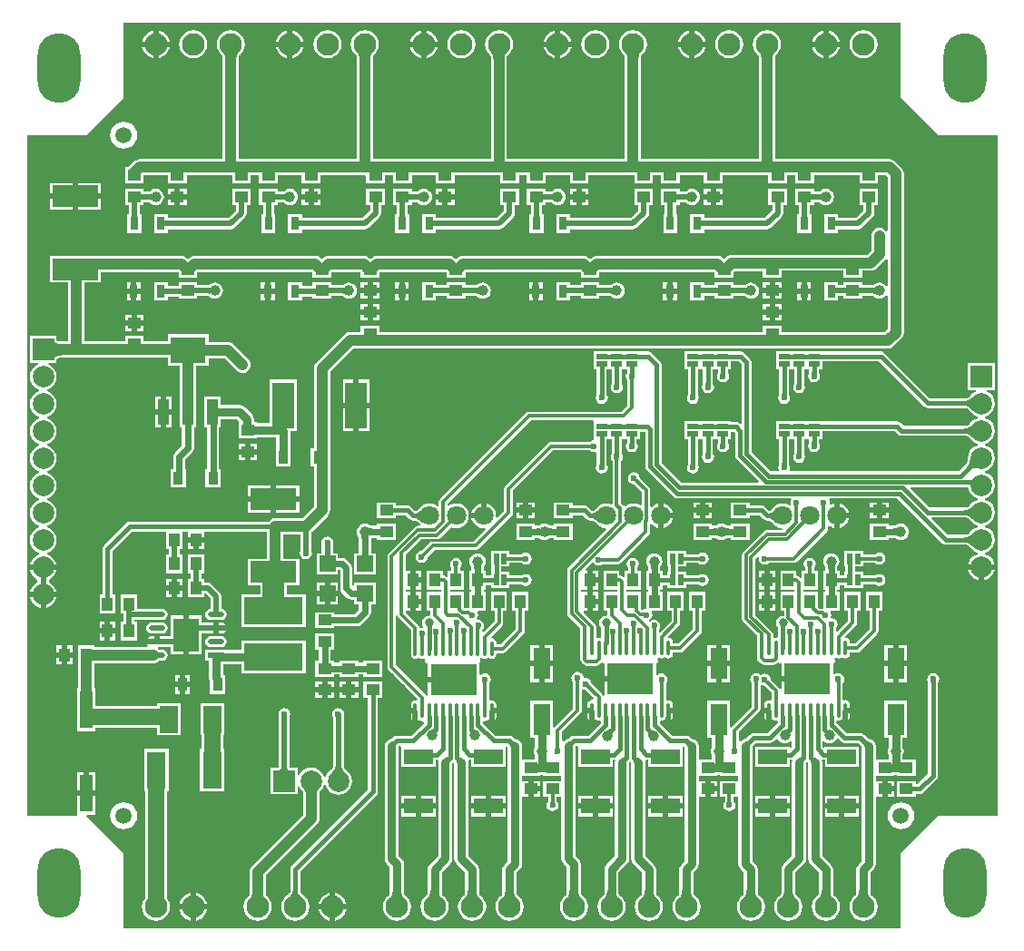
<source format=gtl>
G04*
G04 #@! TF.GenerationSoftware,Altium Limited,Altium Designer,21.9.2 (33)*
G04*
G04 Layer_Physical_Order=1*
G04 Layer_Color=6711008*
%FSLAX25Y25*%
%MOIN*%
G70*
G04*
G04 #@! TF.SameCoordinates,034F36C6-47A8-4C4D-BE73-3EC9485E6904*
G04*
G04*
G04 #@! TF.FilePolarity,Positive*
G04*
G01*
G75*
%ADD14C,0.01968*%
%ADD47R,0.05906X0.05906*%
%ADD48R,0.03583X0.04803*%
%ADD49R,0.06693X0.09843*%
%ADD50R,0.03150X0.04724*%
%ADD51R,0.04921X0.03937*%
%ADD52R,0.10630X0.05512*%
%ADD53R,0.03937X0.04921*%
%ADD54R,0.21654X0.09843*%
%ADD55R,0.01968X0.03937*%
%ADD56R,0.03937X0.01968*%
%ADD57R,0.07008X0.13780*%
%ADD58O,0.01181X0.05512*%
G04:AMPARAMS|DCode=59|XSize=55.12mil|YSize=11.81mil|CornerRadius=5.91mil|HoleSize=0mil|Usage=FLASHONLY|Rotation=270.000|XOffset=0mil|YOffset=0mil|HoleType=Round|Shape=RoundedRectangle|*
%AMROUNDEDRECTD59*
21,1,0.05512,0.00000,0,0,270.0*
21,1,0.04331,0.01181,0,0,270.0*
1,1,0.01181,0.00000,-0.02165*
1,1,0.01181,0.00000,0.02165*
1,1,0.01181,0.00000,0.02165*
1,1,0.01181,0.00000,-0.02165*
%
%ADD59ROUNDEDRECTD59*%
%ADD60R,0.12992X0.09449*%
%ADD61R,0.03937X0.09449*%
%ADD62O,0.05906X0.01968*%
%ADD63R,0.05906X0.01968*%
%ADD64R,0.06299X0.11811*%
%ADD65R,0.16929X0.07874*%
%ADD66R,0.04724X0.13780*%
%ADD67R,0.07874X0.16929*%
%ADD68C,0.01181*%
%ADD69C,0.02362*%
%ADD70C,0.03937*%
%ADD71C,0.01575*%
%ADD72C,0.03150*%
%ADD73C,0.05906*%
%ADD74C,0.07874*%
G04:AMPARAMS|DCode=75|XSize=59.06mil|YSize=59.06mil|CornerRadius=29.53mil|HoleSize=0mil|Usage=FLASHONLY|Rotation=0.000|XOffset=0mil|YOffset=0mil|HoleType=Round|Shape=RoundedRectangle|*
%AMROUNDEDRECTD75*
21,1,0.05906,0.00000,0,0,0.0*
21,1,0.00000,0.05906,0,0,0.0*
1,1,0.05906,0.00000,0.00000*
1,1,0.05906,0.00000,0.00000*
1,1,0.05906,0.00000,0.00000*
1,1,0.05906,0.00000,0.00000*
%
%ADD75ROUNDEDRECTD75*%
%ADD76C,0.07874*%
%ADD77R,0.07874X0.07874*%
%ADD78C,0.08268*%
%ADD79C,0.07087*%
%ADD80R,0.07874X0.07874*%
%ADD81R,0.17008X0.11811*%
%ADD82R,0.09449X0.12205*%
G04:AMPARAMS|DCode=83|XSize=157.48mil|YSize=255.91mil|CornerRadius=78.74mil|HoleSize=0mil|Usage=FLASHONLY|Rotation=180.000|XOffset=0mil|YOffset=0mil|HoleType=Round|Shape=RoundedRectangle|*
%AMROUNDEDRECTD83*
21,1,0.15748,0.09843,0,0,180.0*
21,1,0.00000,0.25591,0,0,180.0*
1,1,0.15748,0.00000,0.04921*
1,1,0.15748,0.00000,0.04921*
1,1,0.15748,0.00000,-0.04921*
1,1,0.15748,0.00000,-0.04921*
%
%ADD83ROUNDEDRECTD83*%
%ADD84C,0.02362*%
%ADD85C,0.03937*%
%ADD86C,0.03150*%
G36*
X324803Y309055D02*
X338583Y295276D01*
X360236D01*
Y45276D01*
X338583D01*
X324803Y31496D01*
Y3937D01*
X39370D01*
Y31496D01*
X25713Y45154D01*
X25885Y45654D01*
X28953D01*
Y52543D01*
X22228D01*
Y45776D01*
X22228Y45654D01*
X21934Y45276D01*
X3937D01*
Y295276D01*
X25591D01*
X39370Y309055D01*
Y336614D01*
X324803D01*
Y309055D01*
D02*
G37*
%LPC*%
G36*
X298244Y333787D02*
Y329740D01*
X302291D01*
X302246Y330080D01*
X301729Y331329D01*
X300906Y332402D01*
X299833Y333225D01*
X298584Y333742D01*
X298244Y333787D01*
D02*
G37*
G36*
X101394D02*
Y329740D01*
X105440D01*
X105395Y330080D01*
X104878Y331329D01*
X104055Y332402D01*
X102983Y333225D01*
X101734Y333742D01*
X101394Y333787D01*
D02*
G37*
G36*
X150606D02*
Y329740D01*
X154653D01*
X154608Y330080D01*
X154091Y331329D01*
X153268Y332402D01*
X152195Y333225D01*
X150946Y333742D01*
X150606Y333787D01*
D02*
G37*
G36*
X52181D02*
Y329740D01*
X56228D01*
X56183Y330080D01*
X55665Y331329D01*
X54843Y332402D01*
X53770Y333225D01*
X52521Y333742D01*
X52181Y333787D01*
D02*
G37*
G36*
X199819D02*
Y329740D01*
X203865D01*
X203821Y330080D01*
X203303Y331329D01*
X202480Y332402D01*
X201408Y333225D01*
X200159Y333742D01*
X199819Y333787D01*
D02*
G37*
G36*
X249031Y333787D02*
Y329740D01*
X253078D01*
X253033Y330080D01*
X252516Y331329D01*
X251693Y332402D01*
X250621Y333225D01*
X249372Y333742D01*
X249031Y333787D01*
D02*
G37*
G36*
X247031Y333787D02*
X246691Y333742D01*
X245442Y333225D01*
X244370Y332402D01*
X243547Y331329D01*
X243030Y330080D01*
X242985Y329740D01*
X247031D01*
Y333787D01*
D02*
G37*
G36*
X99394Y333787D02*
X99054Y333742D01*
X97805Y333225D01*
X96732Y332402D01*
X95909Y331329D01*
X95392Y330080D01*
X95347Y329740D01*
X99394D01*
Y333787D01*
D02*
G37*
G36*
X148606D02*
X148266Y333742D01*
X147017Y333225D01*
X145945Y332402D01*
X145122Y331329D01*
X144605Y330080D01*
X144560Y329740D01*
X148606D01*
Y333787D01*
D02*
G37*
G36*
X50181D02*
X49841Y333742D01*
X48592Y333225D01*
X47520Y332402D01*
X46697Y331329D01*
X46179Y330080D01*
X46135Y329740D01*
X50181D01*
Y333787D01*
D02*
G37*
G36*
X197819D02*
X197479Y333742D01*
X196230Y333225D01*
X195157Y332402D01*
X194334Y331329D01*
X193817Y330080D01*
X193772Y329740D01*
X197819D01*
Y333787D01*
D02*
G37*
G36*
X296244D02*
X295904Y333742D01*
X294655Y333225D01*
X293583Y332402D01*
X292760Y331329D01*
X292242Y330080D01*
X292198Y329740D01*
X296244D01*
Y333787D01*
D02*
G37*
G36*
X247031Y327740D02*
X242985D01*
X243030Y327400D01*
X243547Y326151D01*
X244370Y325079D01*
X245442Y324256D01*
X246691Y323738D01*
X247031Y323694D01*
Y327740D01*
D02*
G37*
G36*
X302291D02*
X298244D01*
Y323694D01*
X298584Y323738D01*
X299833Y324256D01*
X300906Y325079D01*
X301729Y326151D01*
X302246Y327400D01*
X302291Y327740D01*
D02*
G37*
G36*
X203865D02*
X199819D01*
Y323694D01*
X200159Y323738D01*
X201408Y324256D01*
X202480Y325079D01*
X203303Y326151D01*
X203821Y327400D01*
X203865Y327740D01*
D02*
G37*
G36*
X154653D02*
X150606D01*
Y323694D01*
X150946Y323738D01*
X152195Y324256D01*
X153268Y325079D01*
X154091Y326151D01*
X154608Y327400D01*
X154653Y327740D01*
D02*
G37*
G36*
X105440D02*
X101394D01*
Y323694D01*
X101734Y323738D01*
X102983Y324256D01*
X104055Y325079D01*
X104878Y326151D01*
X105395Y327400D01*
X105440Y327740D01*
D02*
G37*
G36*
X56228D02*
X52181D01*
Y323694D01*
X52521Y323738D01*
X53770Y324256D01*
X54843Y325079D01*
X55665Y326151D01*
X56183Y327400D01*
X56228Y327740D01*
D02*
G37*
G36*
X197819D02*
X193772D01*
X193817Y327400D01*
X194334Y326151D01*
X195157Y325079D01*
X196230Y324256D01*
X197479Y323738D01*
X197819Y323694D01*
Y327740D01*
D02*
G37*
G36*
X148606D02*
X144560D01*
X144605Y327400D01*
X145122Y326151D01*
X145945Y325079D01*
X147017Y324256D01*
X148266Y323738D01*
X148606Y323694D01*
Y327740D01*
D02*
G37*
G36*
X99394D02*
X95347D01*
X95392Y327400D01*
X95909Y326151D01*
X96732Y325079D01*
X97805Y324256D01*
X99054Y323738D01*
X99394Y323694D01*
Y327740D01*
D02*
G37*
G36*
X50181D02*
X46135D01*
X46179Y327400D01*
X46697Y326151D01*
X47520Y325079D01*
X48592Y324256D01*
X49841Y323738D01*
X50181Y323694D01*
Y327740D01*
D02*
G37*
G36*
X296244D02*
X292198D01*
X292242Y327400D01*
X292760Y326151D01*
X293583Y325079D01*
X294655Y324256D01*
X295904Y323738D01*
X296244Y323694D01*
Y327740D01*
D02*
G37*
G36*
X253078D02*
X249031D01*
Y323694D01*
X249372Y323738D01*
X250621Y324256D01*
X251693Y325079D01*
X252516Y326151D01*
X253033Y327400D01*
X253078Y327740D01*
D02*
G37*
G36*
X311024Y333918D02*
X309683Y333742D01*
X308435Y333225D01*
X307362Y332402D01*
X306539Y331329D01*
X306022Y330080D01*
X305845Y328740D01*
X306022Y327400D01*
X306539Y326151D01*
X307362Y325079D01*
X308435Y324256D01*
X309683Y323738D01*
X311024Y323562D01*
X312364Y323738D01*
X313613Y324256D01*
X314685Y325079D01*
X315508Y326151D01*
X316025Y327400D01*
X316202Y328740D01*
X316025Y330080D01*
X315508Y331329D01*
X314685Y332402D01*
X313613Y333225D01*
X312364Y333742D01*
X311024Y333918D01*
D02*
G37*
G36*
X261811D02*
X260471Y333742D01*
X259222Y333225D01*
X258150Y332402D01*
X257327Y331329D01*
X256809Y330080D01*
X256633Y328740D01*
X256809Y327400D01*
X257327Y326151D01*
X258150Y325079D01*
X259222Y324256D01*
X260471Y323738D01*
X261811Y323562D01*
X263151Y323738D01*
X264400Y324256D01*
X265473Y325079D01*
X266295Y326151D01*
X266813Y327400D01*
X266989Y328740D01*
X266813Y330080D01*
X266295Y331329D01*
X265473Y332402D01*
X264400Y333225D01*
X263151Y333742D01*
X261811Y333918D01*
D02*
G37*
G36*
X212598D02*
X211258Y333742D01*
X210009Y333225D01*
X208937Y332402D01*
X208114Y331329D01*
X207597Y330080D01*
X207420Y328740D01*
X207597Y327400D01*
X208114Y326151D01*
X208937Y325079D01*
X210009Y324256D01*
X211258Y323738D01*
X212598Y323562D01*
X213939Y323738D01*
X215188Y324256D01*
X216260Y325079D01*
X217083Y326151D01*
X217600Y327400D01*
X217777Y328740D01*
X217600Y330080D01*
X217083Y331329D01*
X216260Y332402D01*
X215188Y333225D01*
X213939Y333742D01*
X212598Y333918D01*
D02*
G37*
G36*
X163386D02*
X162046Y333742D01*
X160797Y333225D01*
X159724Y332402D01*
X158901Y331329D01*
X158384Y330080D01*
X158208Y328740D01*
X158384Y327400D01*
X158901Y326151D01*
X159724Y325079D01*
X160797Y324256D01*
X162046Y323738D01*
X163386Y323562D01*
X164726Y323738D01*
X165975Y324256D01*
X167047Y325079D01*
X167870Y326151D01*
X168388Y327400D01*
X168564Y328740D01*
X168388Y330080D01*
X167870Y331329D01*
X167047Y332402D01*
X165975Y333225D01*
X164726Y333742D01*
X163386Y333918D01*
D02*
G37*
G36*
X114173D02*
X112833Y333742D01*
X111584Y333225D01*
X110512Y332402D01*
X109689Y331329D01*
X109171Y330080D01*
X108995Y328740D01*
X109171Y327400D01*
X109689Y326151D01*
X110512Y325079D01*
X111584Y324256D01*
X112833Y323738D01*
X114173Y323562D01*
X115513Y323738D01*
X116762Y324256D01*
X117835Y325079D01*
X118658Y326151D01*
X119175Y327400D01*
X119351Y328740D01*
X119175Y330080D01*
X118658Y331329D01*
X117835Y332402D01*
X116762Y333225D01*
X115513Y333742D01*
X114173Y333918D01*
D02*
G37*
G36*
X64961D02*
X63620Y333742D01*
X62372Y333225D01*
X61299Y332402D01*
X60476Y331329D01*
X59959Y330080D01*
X59782Y328740D01*
X59959Y327400D01*
X60476Y326151D01*
X61299Y325079D01*
X62372Y324256D01*
X63620Y323738D01*
X64961Y323562D01*
X66301Y323738D01*
X67550Y324256D01*
X68622Y325079D01*
X69445Y326151D01*
X69962Y327400D01*
X70139Y328740D01*
X69962Y330080D01*
X69445Y331329D01*
X68622Y332402D01*
X67550Y333225D01*
X66301Y333742D01*
X64961Y333918D01*
D02*
G37*
G36*
X39370Y300239D02*
X38085Y300070D01*
X36888Y299574D01*
X35860Y298785D01*
X35071Y297758D01*
X34576Y296560D01*
X34406Y295276D01*
X34576Y293991D01*
X35071Y292794D01*
X35860Y291766D01*
X36888Y290977D01*
X38085Y290481D01*
X39370Y290312D01*
X40655Y290481D01*
X41852Y290977D01*
X42880Y291766D01*
X43669Y292794D01*
X44165Y293991D01*
X44334Y295276D01*
X44165Y296560D01*
X43669Y297758D01*
X42880Y298785D01*
X41852Y299574D01*
X40655Y300070D01*
X39370Y300239D01*
D02*
G37*
G36*
X275590Y333918D02*
X274250Y333742D01*
X273002Y333225D01*
X271929Y332402D01*
X271106Y331329D01*
X270589Y330080D01*
X270412Y328740D01*
X270589Y327400D01*
X271106Y326151D01*
X271929Y325079D01*
X272483Y324653D01*
X272527Y324553D01*
X272596Y324347D01*
Y286459D01*
X255906D01*
X240158Y286459D01*
X229372D01*
Y324347D01*
X229441Y324553D01*
X229485Y324653D01*
X230040Y325079D01*
X230862Y326151D01*
X231380Y327400D01*
X231556Y328740D01*
X231380Y330080D01*
X230862Y331329D01*
X230040Y332402D01*
X228967Y333225D01*
X227718Y333742D01*
X226378Y333918D01*
X225038Y333742D01*
X223789Y333225D01*
X222716Y332402D01*
X221894Y331329D01*
X221376Y330080D01*
X221200Y328740D01*
X221376Y327400D01*
X221894Y326151D01*
X222716Y325079D01*
X223271Y324653D01*
X223314Y324553D01*
X223384Y324347D01*
Y286459D01*
X180159D01*
Y324347D01*
X180229Y324553D01*
X180272Y324653D01*
X180827Y325079D01*
X181650Y326151D01*
X182167Y327400D01*
X182343Y328740D01*
X182167Y330080D01*
X181650Y331329D01*
X180827Y332402D01*
X179754Y333225D01*
X178506Y333742D01*
X177165Y333918D01*
X175825Y333742D01*
X174576Y333225D01*
X173504Y332402D01*
X172681Y331329D01*
X172164Y330080D01*
X171987Y328740D01*
X172164Y327400D01*
X172681Y326151D01*
X173504Y325079D01*
X174058Y324653D01*
X174102Y324553D01*
X174171Y324347D01*
Y286459D01*
X130947D01*
Y324347D01*
X131016Y324553D01*
X131060Y324653D01*
X131614Y325079D01*
X132437Y326151D01*
X132955Y327400D01*
X133131Y328740D01*
X132955Y330080D01*
X132437Y331329D01*
X131614Y332402D01*
X130542Y333225D01*
X129293Y333742D01*
X127953Y333918D01*
X126612Y333742D01*
X125364Y333225D01*
X124291Y332402D01*
X123468Y331329D01*
X122951Y330080D01*
X122775Y328740D01*
X122951Y327400D01*
X123468Y326151D01*
X124291Y325079D01*
X124846Y324653D01*
X124889Y324553D01*
X124959Y324347D01*
Y286459D01*
X108268Y286459D01*
X81734D01*
Y324347D01*
X81804Y324553D01*
X81847Y324653D01*
X82402Y325079D01*
X83225Y326151D01*
X83742Y327400D01*
X83918Y328740D01*
X83742Y330080D01*
X83225Y331329D01*
X82402Y332402D01*
X81329Y333225D01*
X80080Y333742D01*
X78740Y333918D01*
X77400Y333742D01*
X76151Y333225D01*
X75079Y332402D01*
X74256Y331329D01*
X73738Y330080D01*
X73562Y328740D01*
X73738Y327400D01*
X74256Y326151D01*
X75079Y325079D01*
X75633Y324653D01*
X75677Y324553D01*
X75746Y324347D01*
Y286459D01*
X45276D01*
X44501Y286357D01*
X43778Y286057D01*
X43158Y285582D01*
X41190Y283613D01*
X41088Y283480D01*
X39847D01*
Y277543D01*
X46768D01*
Y280470D01*
X55594D01*
Y277543D01*
X62516D01*
Y280470D01*
X79216D01*
Y277543D01*
X86138D01*
Y280470D01*
X89059D01*
Y277543D01*
X95980D01*
Y280470D01*
X104807D01*
Y277543D01*
X111728D01*
Y280470D01*
X127929Y280470D01*
X128429Y280413D01*
Y277543D01*
X135350D01*
Y280470D01*
X138272D01*
Y277543D01*
X145193D01*
Y280470D01*
X154020D01*
Y277543D01*
X160941D01*
Y280470D01*
X177642D01*
Y277543D01*
X184563D01*
Y280470D01*
X187484D01*
Y277543D01*
X194405D01*
Y280470D01*
X203232D01*
Y277543D01*
X210154D01*
Y280470D01*
X226854D01*
Y277543D01*
X233776D01*
Y280470D01*
X236697D01*
Y277543D01*
X243618D01*
Y280470D01*
X252445Y280470D01*
Y277543D01*
X259366D01*
Y280470D01*
X276067D01*
Y277543D01*
X282988D01*
Y280470D01*
X285910D01*
Y277543D01*
X292831D01*
Y280470D01*
X309531D01*
Y277543D01*
X316453D01*
Y280470D01*
X319288D01*
X319841Y279918D01*
Y260171D01*
X319340Y260001D01*
X319046Y260385D01*
X318426Y260861D01*
X317704Y261160D01*
X316929Y261262D01*
X316154Y261160D01*
X315432Y260861D01*
X314812Y260385D01*
X314336Y259765D01*
X314037Y259043D01*
X313935Y258268D01*
Y252815D01*
X312562Y251442D01*
X279134D01*
X278359Y251340D01*
X278311Y251320D01*
X277559Y251419D01*
X262697D01*
X261922Y251317D01*
X261200Y251018D01*
X260580Y250542D01*
X259842Y249805D01*
X259537Y250111D01*
X258917Y250587D01*
X258195Y250886D01*
X257420Y250988D01*
X213053D01*
X212278Y250886D01*
X211855Y250710D01*
X211556Y250587D01*
X210935Y250111D01*
X210630Y249805D01*
X210324Y250111D01*
X209704Y250587D01*
X208982Y250886D01*
X208207Y250988D01*
X163840D01*
X163065Y250886D01*
X162642Y250710D01*
X162343Y250587D01*
X161723Y250111D01*
X161417Y249805D01*
X161112Y250111D01*
X160492Y250587D01*
X159770Y250886D01*
X158995Y250988D01*
X132344D01*
X131569Y250886D01*
X131146Y250710D01*
X130847Y250587D01*
X130227Y250111D01*
X129921Y249805D01*
X129616Y250111D01*
X128996Y250587D01*
X128274Y250886D01*
X127499Y250988D01*
X114627D01*
X113852Y250886D01*
X113429Y250710D01*
X113130Y250587D01*
X112510Y250111D01*
X112205Y249805D01*
X111899Y250111D01*
X111279Y250587D01*
X110557Y250886D01*
X109782Y250988D01*
X65415D01*
X64640Y250886D01*
X64217Y250710D01*
X63918Y250587D01*
X63298Y250111D01*
X62992Y249805D01*
X62687Y250111D01*
X62067Y250587D01*
X61344Y250886D01*
X60570Y250988D01*
X31118D01*
Y251000D01*
X12189D01*
Y241126D01*
X19114D01*
Y219472D01*
X15677D01*
X15439Y219535D01*
X15113Y219669D01*
X14883Y219809D01*
X14780Y219904D01*
Y221472D01*
X4905D01*
Y211598D01*
X7858D01*
X7958Y211098D01*
X7353Y210848D01*
X6321Y210057D01*
X5530Y209025D01*
X5033Y207824D01*
X4863Y206535D01*
X5033Y205247D01*
X5530Y204046D01*
X6321Y203014D01*
X7353Y202223D01*
X8359Y201806D01*
Y201265D01*
X7353Y200848D01*
X6321Y200057D01*
X5530Y199025D01*
X5033Y197824D01*
X4863Y196535D01*
X5033Y195247D01*
X5530Y194046D01*
X6321Y193014D01*
X7353Y192223D01*
X8359Y191806D01*
Y191265D01*
X7353Y190848D01*
X6321Y190057D01*
X5530Y189025D01*
X5033Y187824D01*
X4863Y186535D01*
X5033Y185247D01*
X5530Y184046D01*
X6321Y183014D01*
X7353Y182223D01*
X8359Y181806D01*
Y181265D01*
X7353Y180848D01*
X6321Y180057D01*
X5530Y179025D01*
X5033Y177824D01*
X4863Y176535D01*
X5033Y175247D01*
X5530Y174046D01*
X6321Y173014D01*
X7353Y172223D01*
X8359Y171806D01*
Y171265D01*
X7353Y170848D01*
X6321Y170056D01*
X5530Y169025D01*
X5033Y167824D01*
X4863Y166535D01*
X5033Y165247D01*
X5530Y164046D01*
X6321Y163014D01*
X7353Y162223D01*
X8359Y161806D01*
Y161265D01*
X7353Y160848D01*
X6321Y160056D01*
X5530Y159025D01*
X5033Y157824D01*
X4863Y156535D01*
X5033Y155247D01*
X5530Y154046D01*
X6321Y153014D01*
X7353Y152223D01*
X8359Y151806D01*
Y151265D01*
X7353Y150848D01*
X6321Y150057D01*
X5530Y149025D01*
X5033Y147824D01*
X4863Y146535D01*
X5033Y145247D01*
X5530Y144046D01*
X6321Y143014D01*
X7353Y142223D01*
X8359Y141806D01*
Y141265D01*
X7353Y140848D01*
X6321Y140057D01*
X5530Y139025D01*
X5033Y137824D01*
X4995Y137535D01*
X9843D01*
X14691D01*
X14652Y137824D01*
X14155Y139025D01*
X13364Y140057D01*
X12332Y140848D01*
X11326Y141265D01*
Y141806D01*
X12332Y142223D01*
X13364Y143014D01*
X14155Y144046D01*
X14652Y145247D01*
X14822Y146535D01*
X14652Y147824D01*
X14155Y149025D01*
X13364Y150057D01*
X12332Y150848D01*
X11326Y151265D01*
Y151806D01*
X12332Y152223D01*
X13364Y153014D01*
X14155Y154046D01*
X14652Y155247D01*
X14822Y156535D01*
X14652Y157824D01*
X14155Y159025D01*
X13364Y160056D01*
X12332Y160848D01*
X11326Y161265D01*
Y161806D01*
X12332Y162223D01*
X13364Y163014D01*
X14155Y164046D01*
X14652Y165247D01*
X14822Y166535D01*
X14652Y167824D01*
X14155Y169025D01*
X13364Y170056D01*
X12332Y170848D01*
X11326Y171265D01*
Y171806D01*
X12332Y172223D01*
X13364Y173014D01*
X14155Y174046D01*
X14652Y175247D01*
X14822Y176535D01*
X14652Y177824D01*
X14155Y179025D01*
X13364Y180057D01*
X12332Y180848D01*
X11326Y181265D01*
Y181806D01*
X12332Y182223D01*
X13364Y183014D01*
X14155Y184046D01*
X14652Y185247D01*
X14822Y186535D01*
X14652Y187824D01*
X14155Y189025D01*
X13364Y190057D01*
X12332Y190848D01*
X11326Y191265D01*
Y191806D01*
X12332Y192223D01*
X13364Y193014D01*
X14155Y194046D01*
X14652Y195247D01*
X14822Y196535D01*
X14652Y197824D01*
X14155Y199025D01*
X13364Y200057D01*
X12332Y200848D01*
X11326Y201265D01*
Y201806D01*
X12332Y202223D01*
X13364Y203014D01*
X14155Y204046D01*
X14652Y205247D01*
X14822Y206535D01*
X14652Y207824D01*
X14155Y209025D01*
X13364Y210057D01*
X12332Y210848D01*
X11727Y211098D01*
X11827Y211598D01*
X14780D01*
Y213073D01*
X14881Y213164D01*
X15111Y213299D01*
X15438Y213428D01*
X15650Y213483D01*
X55504D01*
Y210693D01*
X60006D01*
Y193583D01*
X60031Y193388D01*
Y187858D01*
X60776D01*
Y181287D01*
X58252Y178763D01*
X57770Y178041D01*
X57600Y177190D01*
X57600Y177190D01*
Y172756D01*
X56579D01*
Y165953D01*
X62161D01*
Y172756D01*
X62048D01*
Y176269D01*
X64573Y178794D01*
X64573Y178794D01*
X65055Y179515D01*
X65224Y180366D01*
Y187858D01*
X65969D01*
Y193388D01*
X65994Y193583D01*
Y210693D01*
X70496D01*
Y213385D01*
X76380D01*
X80883Y208883D01*
X80883Y208883D01*
X81503Y208407D01*
X82225Y208108D01*
X83000Y208006D01*
X83775Y208108D01*
X84497Y208407D01*
X85117Y208883D01*
X85593Y209503D01*
X85892Y210225D01*
X85994Y211000D01*
X85892Y211775D01*
X85717Y212198D01*
X85593Y212497D01*
X85117Y213117D01*
X79738Y218496D01*
X79118Y218972D01*
X78396Y219271D01*
X77621Y219373D01*
X70496D01*
Y222142D01*
X55504D01*
Y219472D01*
X46768D01*
Y221472D01*
X39847D01*
Y219472D01*
X25102D01*
Y241126D01*
X31118D01*
Y244999D01*
X59329D01*
X59531Y244797D01*
Y243094D01*
X62305D01*
X62500Y243069D01*
X63484D01*
X63679Y243094D01*
X66453D01*
Y244797D01*
X66655Y244999D01*
X108542D01*
X108744Y244797D01*
Y243094D01*
X111518D01*
X111713Y243069D01*
X112697D01*
X112891Y243094D01*
X115665D01*
Y244797D01*
X115868Y244999D01*
X126258D01*
X126461Y244797D01*
Y243094D01*
X129235D01*
X129429Y243069D01*
X130413D01*
X130608Y243094D01*
X133382D01*
Y244797D01*
X133584Y244999D01*
X157755D01*
X157957Y244797D01*
Y243094D01*
X160731D01*
X160925Y243069D01*
X161909D01*
X162104Y243094D01*
X164878D01*
Y244797D01*
X165080Y244999D01*
X206967D01*
X207169Y244797D01*
Y243094D01*
X209943D01*
X210138Y243069D01*
X211122D01*
X211317Y243094D01*
X214090D01*
Y244797D01*
X214293Y244999D01*
X256180D01*
X256382Y244797D01*
Y243094D01*
X259156D01*
X259350Y243069D01*
X260335D01*
X260529Y243094D01*
X263303D01*
Y244797D01*
X263937Y245431D01*
X274098D01*
Y243094D01*
X277364D01*
X277559Y243069D01*
X277754Y243094D01*
X281020D01*
Y245454D01*
X303626D01*
Y243094D01*
X310547D01*
Y245454D01*
X313802D01*
X314577Y245556D01*
X315299Y245855D01*
X315919Y246331D01*
X319046Y249458D01*
X319340Y249841D01*
X319841Y249671D01*
Y240092D01*
X319340Y239923D01*
X319046Y240306D01*
X318426Y240782D01*
X317704Y241081D01*
X316929Y241183D01*
X316154Y241081D01*
X315432Y240782D01*
X314812Y240306D01*
X314740Y240212D01*
X310547D01*
Y241158D01*
X303626D01*
Y240212D01*
X301787D01*
Y241354D01*
X296638D01*
Y234630D01*
X301787D01*
Y236166D01*
X303626D01*
Y235221D01*
X306891D01*
X307087Y235182D01*
X307282Y235221D01*
X310547D01*
Y236166D01*
X314740D01*
X314812Y236072D01*
X315432Y235596D01*
X316154Y235297D01*
X316929Y235195D01*
X317704Y235297D01*
X318426Y235596D01*
X319046Y236072D01*
X319340Y236455D01*
X319841Y236286D01*
Y224019D01*
X318788Y222967D01*
X281020D01*
Y225409D01*
X274098D01*
Y222967D01*
X133382D01*
Y225409D01*
X126461D01*
Y222967D01*
X122531D01*
X121756Y222865D01*
X121034Y222565D01*
X120414Y222090D01*
X110088Y211763D01*
X109612Y211143D01*
X109313Y210421D01*
X109211Y209646D01*
Y180402D01*
X108102D01*
Y173598D01*
X109211D01*
Y158721D01*
X105059Y154569D01*
X95135D01*
X94360Y154467D01*
X93638Y154168D01*
X93018Y153692D01*
X92791Y153397D01*
X41732D01*
X41732Y153397D01*
X41035Y153259D01*
X40444Y152863D01*
X40444Y152863D01*
X32176Y144596D01*
X31781Y144004D01*
X31642Y143307D01*
X31642Y143307D01*
Y126492D01*
X30496D01*
Y119571D01*
X36433D01*
Y126492D01*
X35287D01*
Y142552D01*
X42487Y149752D01*
X55102D01*
Y143193D01*
X56048D01*
Y141256D01*
X55102D01*
Y134335D01*
X61039D01*
Y141256D01*
X60094D01*
Y143193D01*
X61039D01*
Y149752D01*
X62976D01*
Y147653D01*
X65945D01*
X68913D01*
Y149752D01*
X92141D01*
Y139779D01*
X85024D01*
Y129905D01*
X89509D01*
Y126626D01*
X82661D01*
Y114784D01*
X106315D01*
Y126626D01*
X99468D01*
Y129905D01*
X103953D01*
Y139779D01*
X98129D01*
Y148581D01*
X104276D01*
Y142630D01*
X104245Y142583D01*
X104075Y141732D01*
X104245Y140881D01*
X104727Y140160D01*
X105448Y139678D01*
X106299Y139508D01*
X107150Y139678D01*
X107872Y140160D01*
X108354Y140881D01*
X108523Y141732D01*
X108354Y142583D01*
X108322Y142630D01*
Y149385D01*
X108416Y149458D01*
X108465Y149521D01*
X108528Y149569D01*
X114322Y155363D01*
X114798Y155983D01*
X115097Y156705D01*
X115199Y157480D01*
Y208405D01*
X123772Y216978D01*
X320028D01*
X320803Y217080D01*
X321526Y217379D01*
X322146Y217855D01*
X324952Y220661D01*
X325428Y221282D01*
X325552Y221581D01*
X325727Y222004D01*
X325829Y222779D01*
Y281158D01*
X325727Y281933D01*
X325552Y282356D01*
X325428Y282655D01*
X324952Y283276D01*
X322646Y285582D01*
X322025Y286058D01*
X321303Y286357D01*
X320528Y286459D01*
X278585D01*
Y324347D01*
X278654Y324553D01*
X278698Y324653D01*
X279252Y325079D01*
X280075Y326151D01*
X280592Y327400D01*
X280769Y328740D01*
X280592Y330080D01*
X280075Y331329D01*
X279252Y332402D01*
X278180Y333225D01*
X276931Y333742D01*
X275590Y333918D01*
D02*
G37*
G36*
X149606Y275632D02*
X148831Y275530D01*
X148109Y275231D01*
X147489Y274755D01*
X147417Y274661D01*
X145193D01*
Y275606D01*
X138272D01*
Y269669D01*
X139709D01*
Y266158D01*
X139157D01*
Y259433D01*
X144307D01*
Y266158D01*
X143755D01*
Y269669D01*
X145193D01*
Y270615D01*
X147417D01*
X147489Y270521D01*
X148109Y270045D01*
X148831Y269746D01*
X149606Y269644D01*
X150381Y269746D01*
X151103Y270045D01*
X151724Y270521D01*
X152199Y271141D01*
X152498Y271863D01*
X152600Y272638D01*
X152498Y273413D01*
X152199Y274135D01*
X151724Y274755D01*
X151103Y275231D01*
X150381Y275530D01*
X149606Y275632D01*
D02*
G37*
G36*
X297244D02*
X296469Y275530D01*
X295747Y275231D01*
X295127Y274755D01*
X295055Y274661D01*
X292831D01*
Y275606D01*
X285910D01*
Y269669D01*
X287347D01*
Y266158D01*
X286795D01*
Y259433D01*
X291945D01*
Y266158D01*
X291393D01*
Y269669D01*
X292831D01*
Y270615D01*
X295055D01*
X295127Y270521D01*
X295747Y270045D01*
X296469Y269746D01*
X297244Y269644D01*
X298019Y269746D01*
X298741Y270045D01*
X299361Y270521D01*
X299837Y271141D01*
X300136Y271863D01*
X300238Y272638D01*
X300136Y273413D01*
X299837Y274135D01*
X299361Y274755D01*
X298741Y275231D01*
X298019Y275530D01*
X297244Y275632D01*
D02*
G37*
G36*
X248031D02*
X247257Y275530D01*
X246534Y275231D01*
X245914Y274755D01*
X245842Y274661D01*
X243618D01*
Y275606D01*
X236697D01*
Y269669D01*
X238134D01*
Y266158D01*
X237583D01*
Y259433D01*
X242732D01*
Y266158D01*
X242181D01*
Y269669D01*
X243618D01*
Y270615D01*
X245842D01*
X245914Y270521D01*
X246534Y270045D01*
X247257Y269746D01*
X248031Y269644D01*
X248806Y269746D01*
X249529Y270045D01*
X250149Y270521D01*
X250624Y271141D01*
X250924Y271863D01*
X251026Y272638D01*
X250924Y273413D01*
X250624Y274135D01*
X250149Y274755D01*
X249529Y275231D01*
X248806Y275530D01*
X248031Y275632D01*
D02*
G37*
G36*
X198819D02*
X198044Y275530D01*
X197322Y275231D01*
X196702Y274755D01*
X196630Y274661D01*
X194405D01*
Y275606D01*
X187484D01*
Y269669D01*
X188922D01*
Y266158D01*
X188370D01*
Y259433D01*
X193520D01*
Y266158D01*
X192968D01*
Y269669D01*
X194405D01*
Y270615D01*
X196630D01*
X196702Y270521D01*
X197322Y270045D01*
X198044Y269746D01*
X198819Y269644D01*
X199594Y269746D01*
X200316Y270045D01*
X200936Y270521D01*
X201412Y271141D01*
X201711Y271863D01*
X201813Y272638D01*
X201711Y273413D01*
X201412Y274135D01*
X200936Y274755D01*
X200316Y275231D01*
X199594Y275530D01*
X198819Y275632D01*
D02*
G37*
G36*
X100394D02*
X99619Y275530D01*
X98897Y275231D01*
X98277Y274755D01*
X98204Y274661D01*
X95980D01*
Y275606D01*
X89059D01*
Y269669D01*
X90497D01*
Y266158D01*
X89945D01*
Y259433D01*
X95095D01*
Y266158D01*
X94543D01*
Y269669D01*
X95980D01*
Y270615D01*
X98204D01*
X98277Y270521D01*
X98897Y270045D01*
X99619Y269746D01*
X100394Y269644D01*
X101169Y269746D01*
X101891Y270045D01*
X102511Y270521D01*
X102987Y271141D01*
X103286Y271863D01*
X103388Y272638D01*
X103286Y273413D01*
X102987Y274135D01*
X102511Y274755D01*
X101891Y275231D01*
X101169Y275530D01*
X100394Y275632D01*
D02*
G37*
G36*
X51181D02*
X50406Y275530D01*
X49684Y275231D01*
X49064Y274755D01*
X48992Y274661D01*
X46768D01*
Y275606D01*
X39847D01*
Y269669D01*
X41284D01*
Y266158D01*
X40732D01*
Y259433D01*
X45882D01*
Y266158D01*
X45330D01*
Y269669D01*
X46768D01*
Y270615D01*
X48992D01*
X49064Y270521D01*
X49684Y270045D01*
X50406Y269746D01*
X51181Y269644D01*
X51956Y269746D01*
X52678Y270045D01*
X53298Y270521D01*
X53774Y271141D01*
X54073Y271863D01*
X54175Y272638D01*
X54073Y273413D01*
X53774Y274135D01*
X53298Y274755D01*
X52678Y275231D01*
X51956Y275530D01*
X51181Y275632D01*
D02*
G37*
G36*
X31118Y277772D02*
X22654D01*
Y273835D01*
X31118D01*
Y277772D01*
D02*
G37*
G36*
X20654D02*
X12189D01*
Y273835D01*
X20654D01*
Y277772D01*
D02*
G37*
G36*
X259366Y275606D02*
X256906D01*
Y273638D01*
X259366D01*
Y275606D01*
D02*
G37*
G36*
X210154D02*
X207693D01*
Y273638D01*
X210154D01*
Y275606D01*
D02*
G37*
G36*
X205693D02*
X203232D01*
Y273638D01*
X205693D01*
Y275606D01*
D02*
G37*
G36*
X254906D02*
X252445D01*
Y273638D01*
X254906D01*
Y275606D01*
D02*
G37*
G36*
X62516Y275606D02*
X60055D01*
Y273638D01*
X62516D01*
Y275606D01*
D02*
G37*
G36*
X160941D02*
X158480D01*
Y273638D01*
X160941D01*
Y275606D01*
D02*
G37*
G36*
X111728D02*
X109268D01*
Y273638D01*
X111728D01*
Y275606D01*
D02*
G37*
G36*
X107268D02*
X104807D01*
Y273638D01*
X107268D01*
Y275606D01*
D02*
G37*
G36*
X156480D02*
X154020D01*
Y273638D01*
X156480D01*
Y275606D01*
D02*
G37*
G36*
X58055D02*
X55594D01*
Y273638D01*
X58055D01*
Y275606D01*
D02*
G37*
G36*
X160941Y271638D02*
X158480D01*
Y269669D01*
X160941D01*
Y271638D01*
D02*
G37*
G36*
X156480D02*
X154020D01*
Y269669D01*
X156480D01*
Y271638D01*
D02*
G37*
G36*
X111728D02*
X109268D01*
Y269669D01*
X111728D01*
Y271638D01*
D02*
G37*
G36*
X107268D02*
X104807D01*
Y269669D01*
X107268D01*
Y271638D01*
D02*
G37*
G36*
X62516D02*
X60055D01*
Y269669D01*
X62516D01*
Y271638D01*
D02*
G37*
G36*
X58055D02*
X55594D01*
Y269669D01*
X58055D01*
Y271638D01*
D02*
G37*
G36*
X259366Y271638D02*
X256906D01*
Y269669D01*
X259366D01*
Y271638D01*
D02*
G37*
G36*
X254906D02*
X252445D01*
Y269669D01*
X254906D01*
Y271638D01*
D02*
G37*
G36*
X210154D02*
X207693D01*
Y269669D01*
X210154D01*
Y271638D01*
D02*
G37*
G36*
X205693D02*
X203232D01*
Y269669D01*
X205693D01*
Y271638D01*
D02*
G37*
G36*
X31118Y271835D02*
X22654D01*
Y267898D01*
X31118D01*
Y271835D01*
D02*
G37*
G36*
X20654D02*
X12189D01*
Y267898D01*
X20654D01*
Y271835D01*
D02*
G37*
G36*
X316453Y275606D02*
X309531D01*
Y269669D01*
X310969D01*
Y267570D01*
X308217Y264818D01*
X301787D01*
Y266158D01*
X296638D01*
Y259433D01*
X301787D01*
Y260772D01*
X309055D01*
X309829Y260926D01*
X310486Y261365D01*
X314423Y265302D01*
X314861Y265958D01*
X315015Y266732D01*
Y269669D01*
X316453D01*
Y275606D01*
D02*
G37*
G36*
X282988D02*
X276067D01*
Y269669D01*
X277504D01*
Y267570D01*
X274753Y264818D01*
X252575D01*
Y266158D01*
X247425D01*
Y259433D01*
X252575D01*
Y260772D01*
X275590D01*
X276365Y260926D01*
X277021Y261365D01*
X280958Y265302D01*
X281397Y265958D01*
X281551Y266732D01*
Y269669D01*
X282988D01*
Y275606D01*
D02*
G37*
G36*
X233776D02*
X226854D01*
Y269669D01*
X228292D01*
Y267570D01*
X225540Y264818D01*
X203362D01*
Y266158D01*
X198213D01*
Y259433D01*
X203362D01*
Y260772D01*
X226378D01*
X227152Y260926D01*
X227808Y261365D01*
X231746Y265302D01*
X232184Y265958D01*
X232338Y266732D01*
Y269669D01*
X233776D01*
Y275606D01*
D02*
G37*
G36*
X184563D02*
X177642D01*
Y269669D01*
X179079D01*
Y267570D01*
X176327Y264818D01*
X154150D01*
Y266158D01*
X149000D01*
Y259433D01*
X154150D01*
Y260772D01*
X177165D01*
X177940Y260926D01*
X178596Y261365D01*
X182533Y265302D01*
X182972Y265958D01*
X183125Y266732D01*
Y269669D01*
X184563D01*
Y275606D01*
D02*
G37*
G36*
X135350D02*
X128429D01*
Y269669D01*
X129867D01*
Y267570D01*
X127115Y264818D01*
X104937D01*
Y266158D01*
X99787D01*
Y259433D01*
X104937D01*
Y260772D01*
X127953D01*
X128727Y260926D01*
X129383Y261365D01*
X133320Y265302D01*
X133759Y265958D01*
X133913Y266732D01*
Y269669D01*
X135350D01*
Y275606D01*
D02*
G37*
G36*
X86138D02*
X79216D01*
Y269669D01*
X80574D01*
Y267490D01*
X77902Y264818D01*
X55724D01*
Y266158D01*
X50575D01*
Y259433D01*
X55724D01*
Y260772D01*
X78740D01*
X79514Y260926D01*
X80171Y261365D01*
X84027Y265221D01*
X84466Y265878D01*
X84620Y266652D01*
Y269669D01*
X86138D01*
Y275606D01*
D02*
G37*
G36*
X133382Y241158D02*
X130921D01*
Y239189D01*
X133382D01*
Y241158D01*
D02*
G37*
G36*
X281020D02*
X278559D01*
Y239189D01*
X281020D01*
Y241158D01*
D02*
G37*
G36*
X276559D02*
X274098D01*
Y239189D01*
X276559D01*
Y241158D01*
D02*
G37*
G36*
X128921D02*
X126461D01*
Y239189D01*
X128921D01*
Y241158D01*
D02*
G37*
G36*
X242575Y241354D02*
X241000D01*
Y238992D01*
X242575D01*
Y241354D01*
D02*
G37*
G36*
X144150D02*
X142575D01*
Y238992D01*
X144150D01*
Y241354D01*
D02*
G37*
G36*
X239000D02*
X237425D01*
Y238992D01*
X239000D01*
Y241354D01*
D02*
G37*
G36*
X140575D02*
X139000D01*
Y238992D01*
X140575D01*
Y241354D01*
D02*
G37*
G36*
X94937D02*
X93362D01*
Y238992D01*
X94937D01*
Y241354D01*
D02*
G37*
G36*
X45724D02*
X44150D01*
Y238992D01*
X45724D01*
Y241354D01*
D02*
G37*
G36*
X91362D02*
X89787D01*
Y238992D01*
X91362D01*
Y241354D01*
D02*
G37*
G36*
X42150D02*
X40575D01*
Y238992D01*
X42150D01*
Y241354D01*
D02*
G37*
G36*
X291787D02*
X290213D01*
Y238992D01*
X291787D01*
Y241354D01*
D02*
G37*
G36*
X193362D02*
X191787D01*
Y238992D01*
X193362D01*
Y241354D01*
D02*
G37*
G36*
X288213D02*
X286638D01*
Y238992D01*
X288213D01*
Y241354D01*
D02*
G37*
G36*
X189787D02*
X188213D01*
Y238992D01*
X189787D01*
Y241354D01*
D02*
G37*
G36*
X281020Y237189D02*
X278559D01*
Y235221D01*
X281020D01*
Y237189D01*
D02*
G37*
G36*
X276559D02*
X274098D01*
Y235221D01*
X276559D01*
Y237189D01*
D02*
G37*
G36*
X133382D02*
X130921D01*
Y235221D01*
X133382D01*
Y237189D01*
D02*
G37*
G36*
X128921D02*
X126461D01*
Y235221D01*
X128921D01*
Y237189D01*
D02*
G37*
G36*
X252575Y241354D02*
X247425D01*
Y234630D01*
X252575D01*
Y236166D01*
X256382D01*
Y235221D01*
X259647D01*
X259842Y235182D01*
X260038Y235221D01*
X263303D01*
Y236166D01*
X267496D01*
X267568Y236072D01*
X268188Y235596D01*
X268910Y235297D01*
X269685Y235195D01*
X270460Y235297D01*
X271182Y235596D01*
X271802Y236072D01*
X272278Y236692D01*
X272577Y237414D01*
X272679Y238189D01*
X272577Y238964D01*
X272278Y239686D01*
X271802Y240306D01*
X271182Y240782D01*
X270460Y241081D01*
X269685Y241183D01*
X268910Y241081D01*
X268188Y240782D01*
X267568Y240306D01*
X267496Y240212D01*
X263303D01*
Y241158D01*
X256382D01*
Y240212D01*
X252575D01*
Y241354D01*
D02*
G37*
G36*
X203362D02*
X198213D01*
Y234630D01*
X203362D01*
Y236166D01*
X207169D01*
Y235221D01*
X210435D01*
X210630Y235182D01*
X210825Y235221D01*
X214090D01*
Y236166D01*
X218283D01*
X218355Y236072D01*
X218975Y235596D01*
X219697Y235297D01*
X220472Y235195D01*
X221247Y235297D01*
X221970Y235596D01*
X222590Y236072D01*
X223065Y236692D01*
X223364Y237414D01*
X223467Y238189D01*
X223364Y238964D01*
X223065Y239686D01*
X222590Y240306D01*
X221970Y240782D01*
X221247Y241081D01*
X220472Y241183D01*
X219697Y241081D01*
X218975Y240782D01*
X218355Y240306D01*
X218283Y240212D01*
X214090D01*
Y241158D01*
X207169D01*
Y240212D01*
X203362D01*
Y241354D01*
D02*
G37*
G36*
X154150D02*
X149000D01*
Y234630D01*
X154150D01*
Y236166D01*
X157957D01*
Y235221D01*
X161222D01*
X161417Y235182D01*
X161613Y235221D01*
X164878D01*
Y236166D01*
X169070D01*
X169143Y236072D01*
X169763Y235596D01*
X170485Y235297D01*
X171260Y235195D01*
X172035Y235297D01*
X172757Y235596D01*
X173377Y236072D01*
X173853Y236692D01*
X174152Y237414D01*
X174254Y238189D01*
X174152Y238964D01*
X173853Y239686D01*
X173377Y240306D01*
X172757Y240782D01*
X172035Y241081D01*
X171260Y241183D01*
X170485Y241081D01*
X169763Y240782D01*
X169143Y240306D01*
X169070Y240212D01*
X164878D01*
Y241158D01*
X157957D01*
Y240212D01*
X154150D01*
Y241354D01*
D02*
G37*
G36*
X104937D02*
X99787D01*
Y234630D01*
X104937D01*
Y236067D01*
X108744D01*
Y235221D01*
X115665D01*
Y236166D01*
X119858D01*
X119930Y236072D01*
X120550Y235596D01*
X121272Y235297D01*
X122047Y235195D01*
X122822Y235297D01*
X123544Y235596D01*
X124164Y236072D01*
X124640Y236692D01*
X124939Y237414D01*
X125041Y238189D01*
X124939Y238964D01*
X124640Y239686D01*
X124164Y240306D01*
X123544Y240782D01*
X122822Y241081D01*
X122047Y241183D01*
X121272Y241081D01*
X120550Y240782D01*
X119930Y240306D01*
X119858Y240212D01*
X115665D01*
Y241158D01*
X108744D01*
Y240114D01*
X104937D01*
Y241354D01*
D02*
G37*
G36*
X55724D02*
X50575D01*
Y234630D01*
X55724D01*
Y235969D01*
X59531D01*
Y235221D01*
X62797D01*
X62992Y235182D01*
X63187Y235221D01*
X66453D01*
Y236166D01*
X70645D01*
X70718Y236072D01*
X71338Y235596D01*
X72060Y235297D01*
X72835Y235195D01*
X73610Y235297D01*
X74332Y235596D01*
X74952Y236072D01*
X75428Y236692D01*
X75727Y237414D01*
X75829Y238189D01*
X75727Y238964D01*
X75428Y239686D01*
X74952Y240306D01*
X74332Y240782D01*
X73610Y241081D01*
X72835Y241183D01*
X72060Y241081D01*
X71338Y240782D01*
X70718Y240306D01*
X70645Y240212D01*
X66453D01*
Y241158D01*
X59531D01*
Y240015D01*
X55724D01*
Y241354D01*
D02*
G37*
G36*
X291787Y236992D02*
X290213D01*
Y234630D01*
X291787D01*
Y236992D01*
D02*
G37*
G36*
X288213D02*
X286638D01*
Y234630D01*
X288213D01*
Y236992D01*
D02*
G37*
G36*
X242575Y236992D02*
X241000D01*
Y234630D01*
X242575D01*
Y236992D01*
D02*
G37*
G36*
X239000D02*
X237425D01*
Y234630D01*
X239000D01*
Y236992D01*
D02*
G37*
G36*
X193362Y236992D02*
X191787D01*
Y234630D01*
X193362D01*
Y236992D01*
D02*
G37*
G36*
X189787D02*
X188213D01*
Y234630D01*
X189787D01*
Y236992D01*
D02*
G37*
G36*
X144150Y236992D02*
X142575D01*
Y234630D01*
X144150D01*
Y236992D01*
D02*
G37*
G36*
X140575D02*
X139000D01*
Y234630D01*
X140575D01*
Y236992D01*
D02*
G37*
G36*
X94937Y236992D02*
X93362D01*
Y234630D01*
X94937D01*
Y236992D01*
D02*
G37*
G36*
X91362D02*
X89787D01*
Y234630D01*
X91362D01*
Y236992D01*
D02*
G37*
G36*
X45724D02*
X44150D01*
Y234630D01*
X45724D01*
Y236992D01*
D02*
G37*
G36*
X42150D02*
X40575D01*
Y234630D01*
X42150D01*
Y236992D01*
D02*
G37*
G36*
X281020Y233283D02*
X278559D01*
Y231315D01*
X281020D01*
Y233283D01*
D02*
G37*
G36*
X276559D02*
X274098D01*
Y231315D01*
X276559D01*
Y233283D01*
D02*
G37*
G36*
X133382D02*
X130921D01*
Y231315D01*
X133382D01*
Y233283D01*
D02*
G37*
G36*
X128921D02*
X126461D01*
Y231315D01*
X128921D01*
Y233283D01*
D02*
G37*
G36*
X46768Y229346D02*
X44307D01*
Y227378D01*
X46768D01*
Y229346D01*
D02*
G37*
G36*
X42307D02*
X39847D01*
Y227378D01*
X42307D01*
Y229346D01*
D02*
G37*
G36*
X281020Y229315D02*
X278559D01*
Y227346D01*
X281020D01*
Y229315D01*
D02*
G37*
G36*
X276559D02*
X274098D01*
Y227346D01*
X276559D01*
Y229315D01*
D02*
G37*
G36*
X133382D02*
X130921D01*
Y227346D01*
X133382D01*
Y229315D01*
D02*
G37*
G36*
X128921D02*
X126461D01*
Y227346D01*
X128921D01*
Y229315D01*
D02*
G37*
G36*
X46768Y225378D02*
X44307D01*
Y223410D01*
X46768D01*
Y225378D01*
D02*
G37*
G36*
X42307D02*
X39847D01*
Y223410D01*
X42307D01*
Y225378D01*
D02*
G37*
G36*
X129709Y205465D02*
X125772D01*
Y197000D01*
X129709D01*
Y205465D01*
D02*
G37*
G36*
X123772D02*
X119835D01*
Y197000D01*
X123772D01*
Y205465D01*
D02*
G37*
G36*
X56913Y199307D02*
X54945D01*
Y194583D01*
X56913D01*
Y199307D01*
D02*
G37*
G36*
X52945D02*
X50976D01*
Y194583D01*
X52945D01*
Y199307D01*
D02*
G37*
G36*
X102937Y205465D02*
X93063D01*
Y189562D01*
X88461D01*
Y189906D01*
X87271D01*
Y190945D01*
X87271Y190945D01*
X87071Y191949D01*
X86502Y192801D01*
X86502Y192801D01*
X83864Y195439D01*
X83012Y196008D01*
X82008Y196208D01*
X82008Y196208D01*
X75024D01*
Y199307D01*
X69087D01*
Y187858D01*
X70040D01*
Y172756D01*
X69472D01*
Y165953D01*
X75055D01*
Y172756D01*
X74488D01*
Y187858D01*
X75024D01*
Y190957D01*
X80920D01*
X81666Y190212D01*
X81539Y189906D01*
X81539D01*
Y183968D01*
X88461D01*
Y184312D01*
X95375D01*
Y180402D01*
X95209D01*
Y173598D01*
X100791D01*
Y180402D01*
X100625D01*
Y186500D01*
X100625Y186500D01*
X100654Y186535D01*
X102937D01*
Y205465D01*
D02*
G37*
G36*
X295882Y215961D02*
X278921D01*
Y211992D01*
Y209236D01*
X280067D01*
Y200017D01*
X279835Y199670D01*
X279666Y198819D01*
X279835Y197968D01*
X280317Y197246D01*
X281039Y196764D01*
X281890Y196595D01*
X282741Y196764D01*
X283462Y197246D01*
X283944Y197968D01*
X284114Y198819D01*
X283944Y199670D01*
X283712Y200017D01*
Y209236D01*
X285579D01*
Y203954D01*
X285347Y203607D01*
X285178Y202756D01*
X285347Y201905D01*
X285829Y201183D01*
X286551Y200701D01*
X287402Y200532D01*
X288253Y200701D01*
X288974Y201183D01*
X289456Y201905D01*
X289625Y202756D01*
X289456Y203607D01*
X289224Y203954D01*
Y209236D01*
X291091D01*
Y207891D01*
X290859Y207544D01*
X290690Y206693D01*
X290859Y205842D01*
X291341Y205120D01*
X292062Y204638D01*
X292913Y204469D01*
X293764Y204638D01*
X294486Y205120D01*
X294968Y205842D01*
X295137Y206693D01*
X294968Y207544D01*
X294736Y207891D01*
Y209236D01*
X295882D01*
Y212154D01*
X316765D01*
X333357Y195562D01*
X333357Y195562D01*
X333948Y195167D01*
X334646Y195028D01*
X334646Y195028D01*
X348934D01*
X348980Y195008D01*
X349248Y194861D01*
X349533Y194673D01*
X349823Y194451D01*
X349972Y194315D01*
X350018Y194203D01*
X350810Y193172D01*
X351841Y192380D01*
X352848Y191964D01*
Y191422D01*
X351841Y191005D01*
X350810Y190214D01*
X350021Y189186D01*
X349906Y189093D01*
X349592Y188866D01*
X349295Y188680D01*
X349017Y188533D01*
X348974Y188515D01*
X325873D01*
X324714Y189674D01*
X324123Y190069D01*
X323425Y190208D01*
X323425Y190208D01*
X295882D01*
Y190370D01*
X278921D01*
Y186402D01*
Y183646D01*
X280067D01*
Y174427D01*
X279835Y174079D01*
X279666Y173228D01*
X279831Y172401D01*
X279836Y172313D01*
X279578Y171901D01*
X276917D01*
X269933Y178886D01*
Y211811D01*
X269933Y211811D01*
X269794Y212508D01*
X269399Y213100D01*
X269399Y213100D01*
X267233Y215265D01*
X266642Y215660D01*
X265945Y215799D01*
X265945Y215799D01*
X262417D01*
Y215961D01*
X245457D01*
Y211992D01*
Y209236D01*
X246603D01*
Y200017D01*
X246371Y199670D01*
X246201Y198819D01*
X246371Y197968D01*
X246853Y197246D01*
X247574Y196764D01*
X248425Y196595D01*
X249276Y196764D01*
X249998Y197246D01*
X250480Y197968D01*
X250649Y198819D01*
X250480Y199670D01*
X250248Y200017D01*
Y209236D01*
X252115D01*
Y203954D01*
X251883Y203607D01*
X251713Y202756D01*
X251883Y201905D01*
X252364Y201183D01*
X253086Y200701D01*
X253937Y200532D01*
X254788Y200701D01*
X255509Y201183D01*
X255992Y201905D01*
X256161Y202756D01*
X255992Y203607D01*
X255759Y203954D01*
Y209236D01*
X257626D01*
Y207891D01*
X257394Y207544D01*
X257225Y206693D01*
X257394Y205842D01*
X257876Y205120D01*
X258598Y204638D01*
X259449Y204469D01*
X260300Y204638D01*
X261021Y205120D01*
X261503Y205842D01*
X261673Y206693D01*
X261503Y207544D01*
X261271Y207891D01*
Y209236D01*
X262417D01*
Y212154D01*
X265190D01*
X266288Y211056D01*
Y189305D01*
X265826Y189114D01*
X265462Y189478D01*
X264871Y189873D01*
X264173Y190011D01*
X264173Y190011D01*
X262417D01*
Y190370D01*
X245457D01*
Y186402D01*
Y183646D01*
X246603D01*
Y174427D01*
X246371Y174079D01*
X246201Y173228D01*
X246371Y172377D01*
X246853Y171656D01*
X247574Y171174D01*
X248425Y171004D01*
X249276Y171174D01*
X249998Y171656D01*
X250480Y172377D01*
X250649Y173228D01*
X250480Y174079D01*
X250248Y174427D01*
Y183646D01*
X252115D01*
Y178364D01*
X251883Y178016D01*
X251713Y177165D01*
X251883Y176314D01*
X252364Y175593D01*
X253086Y175111D01*
X253937Y174942D01*
X254788Y175111D01*
X255509Y175593D01*
X255992Y176314D01*
X256161Y177165D01*
X255992Y178016D01*
X255759Y178364D01*
Y183646D01*
X257626D01*
Y182301D01*
X257394Y181953D01*
X257225Y181102D01*
X257394Y180251D01*
X257876Y179530D01*
X258598Y179048D01*
X259449Y178878D01*
X260300Y179048D01*
X261021Y179530D01*
X261503Y180251D01*
X261673Y181102D01*
X261503Y181953D01*
X261271Y182301D01*
Y183646D01*
X262417D01*
Y186367D01*
X263418D01*
X263926Y185859D01*
Y177559D01*
X263926Y177559D01*
X264064Y176862D01*
X264459Y176270D01*
X272591Y168139D01*
X272400Y167677D01*
X244134D01*
X236862Y174949D01*
Y211024D01*
X236862Y211024D01*
X236723Y211721D01*
X236328Y212312D01*
X236328Y212312D01*
X233375Y215265D01*
X232784Y215660D01*
X232087Y215799D01*
X232087Y215799D01*
X228953D01*
Y215961D01*
X211992D01*
Y211992D01*
Y209236D01*
X213138D01*
Y200017D01*
X212906Y199670D01*
X212737Y198819D01*
X212906Y197968D01*
X213388Y197246D01*
X214110Y196764D01*
X214961Y196595D01*
X215812Y196764D01*
X216533Y197246D01*
X217015Y197968D01*
X217184Y198819D01*
X217015Y199670D01*
X216783Y200017D01*
Y209236D01*
X218650D01*
Y203954D01*
X218418Y203607D01*
X218249Y202756D01*
X218418Y201905D01*
X218900Y201183D01*
X219621Y200701D01*
X220472Y200532D01*
X221323Y200701D01*
X222045Y201183D01*
X222527Y201905D01*
X222696Y202756D01*
X222527Y203607D01*
X222295Y203954D01*
Y209236D01*
X224162D01*
Y207891D01*
X223930Y207544D01*
X223760Y206693D01*
X223930Y205842D01*
X224362Y205194D01*
Y195947D01*
X222163Y193748D01*
X188189D01*
X187568Y193624D01*
X187042Y193273D01*
X155546Y161777D01*
X155195Y161250D01*
X155071Y160630D01*
Y159186D01*
X154571Y158939D01*
X153866Y159480D01*
X152761Y159938D01*
X151575Y160094D01*
X150389Y159938D01*
X149284Y159480D01*
X148335Y158752D01*
X147606Y157803D01*
X147604Y157798D01*
X147584Y157782D01*
X147314Y157592D01*
X147057Y157437D01*
X146854Y157334D01*
X146424D01*
X144989Y158769D01*
X144398Y159164D01*
X143701Y159303D01*
X143701Y159303D01*
X139287D01*
Y160449D01*
X132366D01*
Y154512D01*
X139287D01*
Y155658D01*
X142946D01*
X144381Y154223D01*
X144381Y154223D01*
X144972Y153828D01*
X145669Y153689D01*
X146854D01*
X147057Y153587D01*
X147314Y153432D01*
X147574Y153248D01*
X147606Y153222D01*
X147606Y153221D01*
X148259Y152370D01*
X148106Y151870D01*
X147492D01*
X146871Y151746D01*
X146345Y151395D01*
X136649Y141698D01*
X136297Y141172D01*
X136174Y140551D01*
Y100000D01*
X136297Y99379D01*
X136649Y98853D01*
X147199Y88302D01*
X147164Y87933D01*
X146695Y87598D01*
X146457Y87645D01*
X145836Y87522D01*
X145310Y87170D01*
X144958Y86644D01*
X144835Y86024D01*
Y84858D01*
X146457D01*
Y83858D01*
X147394D01*
Y81693D01*
X147457Y81377D01*
Y80418D01*
X147736Y80505D01*
X148101Y80391D01*
X148395Y80195D01*
X149016Y80071D01*
X149100Y80088D01*
X149531Y79749D01*
X149551Y79294D01*
X144914Y74657D01*
X139764D01*
X139066Y74518D01*
X138475Y74123D01*
X138475Y74123D01*
X137835Y73483D01*
X137795Y73491D01*
X136791Y73291D01*
X135939Y72723D01*
X135370Y71871D01*
X135170Y70866D01*
Y29528D01*
X135170Y29528D01*
X135370Y28523D01*
X135939Y27671D01*
X137138Y26472D01*
Y16659D01*
X137100Y16546D01*
X136983Y16282D01*
X136855Y16050D01*
X136102Y15473D01*
X135279Y14400D01*
X134762Y13151D01*
X134586Y11811D01*
X134762Y10471D01*
X135279Y9222D01*
X136102Y8150D01*
X137175Y7327D01*
X138424Y6809D01*
X139764Y6633D01*
X141104Y6809D01*
X142353Y7327D01*
X143425Y8150D01*
X144248Y9222D01*
X144765Y10471D01*
X144942Y11811D01*
X144765Y13151D01*
X144248Y14400D01*
X143425Y15473D01*
X142672Y16050D01*
X142545Y16282D01*
X142428Y16546D01*
X142389Y16658D01*
Y27559D01*
X142389Y27559D01*
X142189Y28564D01*
X141620Y29415D01*
X141620Y29415D01*
X140420Y30615D01*
Y70866D01*
X140897Y71012D01*
X140958D01*
X141323Y70685D01*
Y63173D01*
X153953D01*
Y65798D01*
X154393Y65956D01*
X154549Y65987D01*
X154975Y65562D01*
X154855Y64961D01*
Y30615D01*
X151687Y27447D01*
X151118Y26595D01*
X150918Y25591D01*
X150918Y25591D01*
Y16659D01*
X150879Y16546D01*
X150762Y16282D01*
X150635Y16050D01*
X149882Y15473D01*
X149059Y14400D01*
X148542Y13151D01*
X148365Y11811D01*
X148542Y10471D01*
X149059Y9222D01*
X149882Y8150D01*
X150954Y7327D01*
X152203Y6809D01*
X153543Y6633D01*
X154884Y6809D01*
X156132Y7327D01*
X157205Y8150D01*
X158028Y9222D01*
X158545Y10471D01*
X158721Y11811D01*
X158545Y13151D01*
X158028Y14400D01*
X157205Y15473D01*
X156452Y16050D01*
X156325Y16282D01*
X156207Y16546D01*
X156169Y16658D01*
Y24503D01*
X159337Y27671D01*
X159337Y27671D01*
X159906Y28523D01*
X160106Y29528D01*
X160106Y29528D01*
Y64875D01*
X160144Y64916D01*
X160446Y64977D01*
X160761Y64735D01*
Y29528D01*
X160761Y29528D01*
X160960Y28523D01*
X161530Y27671D01*
X164698Y24503D01*
Y16659D01*
X164659Y16546D01*
X164542Y16282D01*
X164414Y16050D01*
X163661Y15473D01*
X162838Y14400D01*
X162321Y13151D01*
X162145Y11811D01*
X162321Y10471D01*
X162838Y9222D01*
X163661Y8150D01*
X164734Y7327D01*
X165983Y6809D01*
X167323Y6633D01*
X168663Y6809D01*
X169912Y7327D01*
X170984Y8150D01*
X171807Y9222D01*
X172325Y10471D01*
X172501Y11811D01*
X172325Y13151D01*
X171807Y14400D01*
X170984Y15473D01*
X170231Y16050D01*
X170104Y16282D01*
X169987Y16546D01*
X169948Y16658D01*
Y25591D01*
X169948Y25591D01*
X169748Y26595D01*
X169179Y27447D01*
X169179Y27447D01*
X166011Y30615D01*
Y64961D01*
X165892Y65562D01*
X166317Y65987D01*
X166474Y65956D01*
X166913Y65798D01*
Y63173D01*
X179543D01*
Y70685D01*
X179908Y71012D01*
X179969D01*
X180446Y70866D01*
Y28646D01*
X179246Y27447D01*
X178677Y26595D01*
X178477Y25591D01*
X178477Y25591D01*
Y16659D01*
X178438Y16546D01*
X178321Y16282D01*
X178194Y16050D01*
X177441Y15473D01*
X176618Y14400D01*
X176101Y13151D01*
X175924Y11811D01*
X176101Y10471D01*
X176618Y9222D01*
X177441Y8150D01*
X178513Y7327D01*
X179762Y6809D01*
X181102Y6633D01*
X182443Y6809D01*
X183691Y7327D01*
X184764Y8150D01*
X185587Y9222D01*
X186104Y10471D01*
X186281Y11811D01*
X186104Y13151D01*
X185587Y14400D01*
X184764Y15473D01*
X184011Y16050D01*
X183884Y16282D01*
X183766Y16546D01*
X183728Y16658D01*
Y24503D01*
X184927Y25703D01*
X184927Y25703D01*
X185496Y26554D01*
X185696Y27559D01*
Y52150D01*
X187977D01*
Y55118D01*
Y58087D01*
X185696D01*
Y60024D01*
X192437D01*
Y60367D01*
X193390D01*
Y60024D01*
X200131D01*
Y58087D01*
X193390D01*
Y52150D01*
X195229D01*
Y50711D01*
X194796Y50064D01*
X194627Y49213D01*
X194796Y48362D01*
X195278Y47640D01*
X195999Y47158D01*
X196850Y46989D01*
X197701Y47158D01*
X198423Y47640D01*
X198905Y48362D01*
X199074Y49213D01*
X198905Y50064D01*
X198472Y50711D01*
Y52150D01*
X200131D01*
Y29528D01*
X200131Y29528D01*
X200330Y28523D01*
X200900Y27671D01*
X202099Y26472D01*
Y16659D01*
X202060Y16546D01*
X201943Y16282D01*
X201816Y16050D01*
X201063Y15473D01*
X200240Y14400D01*
X199723Y13151D01*
X199546Y11811D01*
X199723Y10471D01*
X200240Y9222D01*
X201063Y8150D01*
X202135Y7327D01*
X203384Y6809D01*
X204724Y6633D01*
X206065Y6809D01*
X207313Y7327D01*
X208386Y8150D01*
X209209Y9222D01*
X209726Y10471D01*
X209903Y11811D01*
X209726Y13151D01*
X209209Y14400D01*
X208386Y15473D01*
X207633Y16050D01*
X207506Y16282D01*
X207388Y16546D01*
X207350Y16658D01*
Y27559D01*
X207350Y27559D01*
X207150Y28564D01*
X206581Y29415D01*
X206581Y29415D01*
X205381Y30615D01*
Y70866D01*
X205858Y71012D01*
X205919D01*
X206283Y70685D01*
Y63173D01*
X218913D01*
Y65798D01*
X219353Y65956D01*
X219510Y65987D01*
X219935Y65562D01*
X219816Y64961D01*
Y30615D01*
X216648Y27447D01*
X216078Y26595D01*
X215879Y25591D01*
X215879Y25591D01*
Y16659D01*
X215840Y16546D01*
X215723Y16282D01*
X215595Y16050D01*
X214842Y15473D01*
X214019Y14400D01*
X213502Y13151D01*
X213326Y11811D01*
X213502Y10471D01*
X214019Y9222D01*
X214842Y8150D01*
X215915Y7327D01*
X217164Y6809D01*
X218504Y6633D01*
X219844Y6809D01*
X221093Y7327D01*
X222165Y8150D01*
X222988Y9222D01*
X223506Y10471D01*
X223682Y11811D01*
X223506Y13151D01*
X222988Y14400D01*
X222165Y15473D01*
X221412Y16050D01*
X221285Y16282D01*
X221168Y16546D01*
X221129Y16658D01*
Y24503D01*
X224297Y27671D01*
X224297Y27671D01*
X224866Y28523D01*
X225066Y29528D01*
X225066Y29528D01*
Y64798D01*
X225394Y65020D01*
X225721Y64798D01*
Y29528D01*
X225721Y29528D01*
X225921Y28523D01*
X226490Y27671D01*
X229658Y24503D01*
Y16659D01*
X229619Y16546D01*
X229502Y16282D01*
X229375Y16050D01*
X228622Y15473D01*
X227799Y14400D01*
X227282Y13151D01*
X227105Y11811D01*
X227282Y10471D01*
X227799Y9222D01*
X228622Y8150D01*
X229694Y7327D01*
X230943Y6809D01*
X232283Y6633D01*
X233624Y6809D01*
X234873Y7327D01*
X235945Y8150D01*
X236768Y9222D01*
X237285Y10471D01*
X237462Y11811D01*
X237285Y13151D01*
X236768Y14400D01*
X235945Y15473D01*
X235192Y16050D01*
X235065Y16282D01*
X234947Y16546D01*
X234909Y16658D01*
Y25591D01*
X234909Y25591D01*
X234709Y26595D01*
X234140Y27447D01*
X234140Y27447D01*
X230972Y30615D01*
Y64961D01*
X230852Y65562D01*
X231277Y65987D01*
X231434Y65956D01*
X231874Y65798D01*
Y63173D01*
X244504D01*
Y70685D01*
X244868Y71012D01*
X244930D01*
X245406Y70866D01*
Y28646D01*
X244207Y27447D01*
X243638Y26595D01*
X243438Y25591D01*
X243438Y25591D01*
Y16659D01*
X243399Y16546D01*
X243282Y16282D01*
X243154Y16050D01*
X242402Y15473D01*
X241579Y14400D01*
X241061Y13151D01*
X240885Y11811D01*
X241061Y10471D01*
X241579Y9222D01*
X242402Y8150D01*
X243474Y7327D01*
X244723Y6809D01*
X246063Y6633D01*
X247403Y6809D01*
X248652Y7327D01*
X249725Y8150D01*
X250547Y9222D01*
X251065Y10471D01*
X251241Y11811D01*
X251065Y13151D01*
X250547Y14400D01*
X249725Y15473D01*
X248972Y16050D01*
X248844Y16282D01*
X248727Y16546D01*
X248688Y16658D01*
Y24503D01*
X249888Y25703D01*
X249888Y25703D01*
X250457Y26554D01*
X250657Y27559D01*
Y52150D01*
X252937D01*
Y55118D01*
Y58087D01*
X250657D01*
Y60024D01*
X257398D01*
Y60367D01*
X258350D01*
Y60024D01*
X265091D01*
Y58087D01*
X258350D01*
Y52150D01*
X260189D01*
Y50711D01*
X259756Y50064D01*
X259587Y49213D01*
X259756Y48362D01*
X260239Y47640D01*
X260960Y47158D01*
X261811Y46989D01*
X262662Y47158D01*
X263384Y47640D01*
X263866Y48362D01*
X264035Y49213D01*
X263866Y50064D01*
X263433Y50711D01*
Y52150D01*
X265091D01*
Y27559D01*
X265091Y27559D01*
X265291Y26554D01*
X265860Y25703D01*
X267060Y24503D01*
Y16659D01*
X267021Y16546D01*
X266904Y16282D01*
X266776Y16050D01*
X266023Y15473D01*
X265201Y14400D01*
X264683Y13151D01*
X264507Y11811D01*
X264683Y10471D01*
X265201Y9222D01*
X266023Y8150D01*
X267096Y7327D01*
X268345Y6809D01*
X269685Y6633D01*
X271025Y6809D01*
X272274Y7327D01*
X273346Y8150D01*
X274169Y9222D01*
X274687Y10471D01*
X274863Y11811D01*
X274687Y13151D01*
X274169Y14400D01*
X273346Y15473D01*
X272594Y16050D01*
X272466Y16282D01*
X272349Y16546D01*
X272310Y16658D01*
Y25591D01*
X272310Y25591D01*
X272110Y26595D01*
X271541Y27447D01*
X271541Y27447D01*
X270342Y28646D01*
Y70866D01*
X270334Y70906D01*
X271424Y71996D01*
X276575D01*
X276575Y71996D01*
X277272Y72135D01*
X277864Y72530D01*
X278980Y73646D01*
X279470Y73549D01*
X279571Y73306D01*
X280047Y72686D01*
X280667Y72210D01*
X281389Y71911D01*
X282164Y71809D01*
X282939Y71911D01*
X283661Y72210D01*
X284193Y72619D01*
X284693Y72477D01*
Y70735D01*
X284336Y70378D01*
X283874Y70569D01*
Y70685D01*
X271244D01*
Y63173D01*
X283874D01*
Y65798D01*
X284314Y65956D01*
X284471Y65987D01*
X284896Y65562D01*
X284776Y64961D01*
Y30615D01*
X281608Y27447D01*
X281039Y26595D01*
X280839Y25591D01*
X280839Y25591D01*
Y16659D01*
X280801Y16546D01*
X280683Y16282D01*
X280556Y16050D01*
X279803Y15473D01*
X278980Y14400D01*
X278463Y13151D01*
X278286Y11811D01*
X278463Y10471D01*
X278980Y9222D01*
X279803Y8150D01*
X280875Y7327D01*
X282124Y6809D01*
X283465Y6633D01*
X284805Y6809D01*
X286054Y7327D01*
X287126Y8150D01*
X287949Y9222D01*
X288466Y10471D01*
X288643Y11811D01*
X288466Y13151D01*
X287949Y14400D01*
X287126Y15473D01*
X286373Y16050D01*
X286246Y16282D01*
X286129Y16546D01*
X286090Y16658D01*
Y24503D01*
X289258Y27671D01*
X289258Y27671D01*
X289827Y28523D01*
X290027Y29528D01*
Y64798D01*
X290354Y65020D01*
X290682Y64799D01*
Y29528D01*
X290682Y29528D01*
X290882Y28523D01*
X291451Y27671D01*
X294619Y24503D01*
Y16659D01*
X294580Y16546D01*
X294463Y16282D01*
X294336Y16050D01*
X293583Y15473D01*
X292760Y14400D01*
X292242Y13151D01*
X292066Y11811D01*
X292242Y10471D01*
X292760Y9222D01*
X293583Y8150D01*
X294655Y7327D01*
X295904Y6809D01*
X297244Y6633D01*
X298584Y6809D01*
X299833Y7327D01*
X300906Y8150D01*
X301729Y9222D01*
X302246Y10471D01*
X302422Y11811D01*
X302246Y13151D01*
X301729Y14400D01*
X300906Y15473D01*
X300153Y16050D01*
X300025Y16282D01*
X299908Y16546D01*
X299869Y16658D01*
Y25591D01*
X299869Y25591D01*
X299670Y26595D01*
X299100Y27447D01*
X299100Y27447D01*
X295932Y30615D01*
Y64961D01*
X295813Y65562D01*
X296238Y65987D01*
X296395Y65956D01*
X296835Y65798D01*
Y63173D01*
X309465D01*
Y70685D01*
X296835D01*
Y70569D01*
X296373Y70378D01*
X296015Y70735D01*
Y72477D01*
X296515Y72619D01*
X297048Y72210D01*
X297770Y71911D01*
X298545Y71809D01*
X299320Y71911D01*
X300042Y72210D01*
X300662Y72686D01*
X301138Y73306D01*
X301239Y73549D01*
X301729Y73646D01*
X302845Y72530D01*
X302845Y72530D01*
X303436Y72135D01*
X304134Y71996D01*
X304134Y71996D01*
X309284D01*
X310375Y70906D01*
X310367Y70866D01*
Y28646D01*
X309167Y27447D01*
X308598Y26595D01*
X308398Y25591D01*
X308398Y25591D01*
Y16659D01*
X308360Y16546D01*
X308242Y16282D01*
X308115Y16050D01*
X307362Y15473D01*
X306539Y14400D01*
X306022Y13151D01*
X305845Y11811D01*
X306022Y10471D01*
X306539Y9222D01*
X307362Y8150D01*
X308435Y7327D01*
X309683Y6809D01*
X311024Y6633D01*
X312364Y6809D01*
X313613Y7327D01*
X314685Y8150D01*
X315508Y9222D01*
X316025Y10471D01*
X316202Y11811D01*
X316025Y13151D01*
X315508Y14400D01*
X314685Y15473D01*
X313932Y16050D01*
X313805Y16282D01*
X313688Y16546D01*
X313649Y16658D01*
Y24503D01*
X314848Y25703D01*
X314848Y25703D01*
X315418Y26554D01*
X315617Y27559D01*
Y52150D01*
X317898D01*
Y55118D01*
Y58087D01*
X315617D01*
Y60024D01*
X322358D01*
Y60367D01*
X323311D01*
Y60024D01*
X330232D01*
Y65961D01*
X325460D01*
Y67479D01*
X325727Y68123D01*
X325829Y68898D01*
X325727Y69673D01*
X325460Y70317D01*
Y73803D01*
X326984D01*
Y87614D01*
X318685D01*
Y73803D01*
X320209D01*
Y70317D01*
X319942Y69673D01*
X319841Y68898D01*
X319942Y68123D01*
X320209Y67479D01*
Y65961D01*
X315617D01*
Y70866D01*
X315418Y71871D01*
X314848Y72723D01*
X313997Y73292D01*
X312992Y73491D01*
X312952Y73483D01*
X311328Y75108D01*
X310737Y75503D01*
X310039Y75641D01*
X310039Y75641D01*
X304889D01*
X301133Y79397D01*
Y79914D01*
X301634Y80315D01*
X301870Y80268D01*
X302491Y80392D01*
X302785Y80588D01*
X303150Y80702D01*
X303429Y80615D01*
Y81574D01*
X303492Y81890D01*
Y84055D01*
X304429D01*
Y85055D01*
X306051D01*
Y86221D01*
X305927Y86841D01*
X305576Y87367D01*
X305050Y87719D01*
X304429Y87842D01*
X303992Y87755D01*
X303492Y88063D01*
Y94093D01*
X303845Y94621D01*
X303971Y95258D01*
Y95687D01*
X303845Y96324D01*
X303363Y97045D01*
X302641Y97527D01*
X302005Y97654D01*
X301575D01*
X300939Y97527D01*
X300358Y97139D01*
X299858Y97338D01*
Y97756D01*
Y101393D01*
X299996Y101420D01*
X300327Y101641D01*
X300548Y101972D01*
X300626Y102362D01*
Y102378D01*
X300548Y102768D01*
X300424Y102954D01*
X300429Y103063D01*
X300944Y103426D01*
X300956Y103423D01*
X301250Y103226D01*
X301870Y103103D01*
X302491Y103226D01*
X302785Y103423D01*
X303150Y103536D01*
X303515Y103423D01*
X303809Y103226D01*
X304429Y103103D01*
X305050Y103226D01*
X305576Y103578D01*
X305927Y104104D01*
X306051Y104724D01*
Y105268D01*
X308661D01*
X309282Y105392D01*
X309808Y105743D01*
X316107Y112042D01*
X316459Y112568D01*
X316582Y113189D01*
Y120555D01*
X317929D01*
Y127476D01*
X311992D01*
Y120555D01*
X313339D01*
Y113861D01*
X307990Y108511D01*
X306051D01*
Y109055D01*
X305927Y109676D01*
X305576Y110202D01*
X305050Y110553D01*
X304590Y110645D01*
X304399Y111084D01*
X304393Y111155D01*
X308233Y114995D01*
X308585Y115521D01*
X308708Y116142D01*
Y120555D01*
X310055D01*
Y127476D01*
X304118D01*
Y120555D01*
X305465D01*
Y116814D01*
X301395Y112743D01*
X300933Y112935D01*
Y114136D01*
X301368Y114787D01*
X301537Y115638D01*
X301368Y116489D01*
X300886Y117211D01*
X300164Y117693D01*
X299447Y117836D01*
X299251Y117992D01*
X299090Y118328D01*
X299224Y119000D01*
X299055Y119851D01*
X298879Y120114D01*
X299114Y120555D01*
X302181D01*
Y127476D01*
X301436D01*
Y128429D01*
X302181D01*
Y130067D01*
X304118D01*
Y128921D01*
X310842D01*
Y130268D01*
X315430D01*
X316078Y129835D01*
X316929Y129666D01*
X317780Y129835D01*
X318502Y130317D01*
X318984Y131039D01*
X319153Y131890D01*
X318984Y132741D01*
X318502Y133462D01*
X317780Y133944D01*
X316929Y134114D01*
X316078Y133944D01*
X315430Y133511D01*
X310842D01*
Y134858D01*
X307925D01*
Y136795D01*
X310842D01*
Y138142D01*
X315430D01*
X316078Y137709D01*
X316929Y137540D01*
X317780Y137709D01*
X318502Y138191D01*
X318984Y138913D01*
X319153Y139764D01*
X318984Y140615D01*
X318502Y141336D01*
X317780Y141818D01*
X316929Y141988D01*
X316078Y141818D01*
X315430Y141385D01*
X310842D01*
Y142732D01*
X304118D01*
Y136795D01*
X304280D01*
Y134858D01*
X304118D01*
Y133712D01*
X302181D01*
Y135350D01*
X301436D01*
Y136801D01*
X301806Y137283D01*
X302105Y138005D01*
X302207Y138779D01*
X302105Y139555D01*
X301806Y140277D01*
X301330Y140897D01*
X300710Y141373D01*
X299988Y141672D01*
X299213Y141774D01*
X298438Y141672D01*
X297715Y141373D01*
X297095Y140897D01*
X296620Y140277D01*
X296321Y139555D01*
X296218Y138779D01*
X296321Y138005D01*
X296620Y137283D01*
X296989Y136801D01*
Y135350D01*
X296244D01*
Y128429D01*
X296989D01*
Y127476D01*
X296244D01*
Y121704D01*
X295889Y121413D01*
X294880D01*
X294338Y121955D01*
Y122638D01*
X294307Y122794D01*
Y127476D01*
X289023D01*
Y128429D01*
X294307D01*
Y135350D01*
X292960D01*
Y136296D01*
X293393Y136944D01*
X293562Y137795D01*
X293393Y138646D01*
X292911Y139368D01*
X292190Y139850D01*
X291339Y140019D01*
X290488Y139850D01*
X289766Y139368D01*
X289284Y138646D01*
X289115Y137795D01*
X289284Y136944D01*
X289717Y136296D01*
Y135350D01*
X288370D01*
Y132884D01*
X287908Y132692D01*
X287564Y133036D01*
X287038Y133388D01*
X286433Y133508D01*
Y135350D01*
X280496D01*
Y128429D01*
X285780D01*
Y127476D01*
X280496D01*
Y120555D01*
X281843D01*
Y119052D01*
X281496Y118767D01*
X280491Y118567D01*
X279640Y117998D01*
X279071Y117146D01*
X278871Y116142D01*
X279071Y115137D01*
X279624Y114308D01*
Y110998D01*
X279124Y110620D01*
X278839Y110677D01*
X278401Y110590D01*
X277901Y110897D01*
Y111925D01*
X277778Y112545D01*
X277426Y113071D01*
X271413Y119085D01*
Y139774D01*
X272235Y140596D01*
X272696Y140349D01*
X272579Y139764D01*
X272749Y138913D01*
X273231Y138191D01*
X273952Y137709D01*
X274803Y137540D01*
X275654Y137709D01*
X276302Y138142D01*
X285433D01*
X286054Y138266D01*
X286580Y138617D01*
X297603Y149641D01*
X297955Y150167D01*
X298078Y150787D01*
Y151656D01*
X298578Y151903D01*
X299047Y151543D01*
X300152Y151085D01*
X300339Y151061D01*
Y155512D01*
Y159963D01*
X300152Y159938D01*
X299047Y159480D01*
X299039Y159474D01*
X298585Y159756D01*
X298680Y160236D01*
X298511Y161087D01*
X298264Y161457D01*
X298531Y161957D01*
X323442D01*
X339995Y145404D01*
X340586Y145009D01*
X341283Y144870D01*
X341283Y144870D01*
X348974D01*
X349017Y144852D01*
X349295Y144706D01*
X349592Y144520D01*
X349897Y144299D01*
X350035Y144182D01*
X350810Y143172D01*
X351841Y142380D01*
X352848Y141964D01*
Y141422D01*
X351841Y141005D01*
X350810Y140214D01*
X350018Y139183D01*
X349521Y137982D01*
X349483Y137693D01*
X354331D01*
X359179D01*
X359141Y137982D01*
X358643Y139183D01*
X357852Y140214D01*
X356821Y141005D01*
X355814Y141422D01*
Y141964D01*
X356821Y142380D01*
X357852Y143172D01*
X358643Y144203D01*
X359141Y145404D01*
X359310Y146693D01*
X359141Y147982D01*
X358643Y149183D01*
X357852Y150214D01*
X356821Y151005D01*
X355814Y151422D01*
Y151963D01*
X356821Y152380D01*
X357852Y153172D01*
X358643Y154203D01*
X359141Y155404D01*
X359310Y156693D01*
X359141Y157982D01*
X358643Y159183D01*
X357852Y160214D01*
X356821Y161005D01*
X355814Y161422D01*
Y161963D01*
X356821Y162380D01*
X357852Y163172D01*
X358643Y164203D01*
X359141Y165404D01*
X359310Y166693D01*
X359141Y167982D01*
X358643Y169183D01*
X357852Y170214D01*
X356821Y171005D01*
X355814Y171422D01*
Y171964D01*
X356821Y172380D01*
X357852Y173172D01*
X358643Y174203D01*
X359141Y175404D01*
X359310Y176693D01*
X359141Y177982D01*
X358643Y179183D01*
X357852Y180214D01*
X356821Y181005D01*
X355814Y181422D01*
Y181964D01*
X356821Y182380D01*
X357852Y183172D01*
X358643Y184203D01*
X359141Y185404D01*
X359310Y186693D01*
X359141Y187982D01*
X358643Y189183D01*
X357852Y190214D01*
X356821Y191005D01*
X355814Y191422D01*
Y191964D01*
X356821Y192380D01*
X357852Y193172D01*
X358643Y194203D01*
X359141Y195404D01*
X359310Y196693D01*
X359141Y197982D01*
X358643Y199183D01*
X357852Y200214D01*
X356821Y201005D01*
X356216Y201256D01*
X356315Y201756D01*
X359268D01*
Y211630D01*
X349394D01*
Y201756D01*
X352346D01*
X352446Y201256D01*
X351841Y201005D01*
X350810Y200214D01*
X350174Y199386D01*
X349984Y199241D01*
X349656Y199017D01*
X349347Y198833D01*
X349060Y198688D01*
X349022Y198673D01*
X335401D01*
X318808Y215265D01*
X318217Y215660D01*
X317520Y215799D01*
X317520Y215799D01*
X295882D01*
Y215961D01*
D02*
G37*
G36*
X56913Y192583D02*
X54945D01*
Y187858D01*
X56913D01*
Y192583D01*
D02*
G37*
G36*
X52945D02*
X50976D01*
Y187858D01*
X52945D01*
Y192583D01*
D02*
G37*
G36*
X129709Y195000D02*
X125772D01*
Y186535D01*
X129709D01*
Y195000D01*
D02*
G37*
G36*
X123772D02*
X119835D01*
Y186535D01*
X123772D01*
Y195000D01*
D02*
G37*
G36*
X88461Y182032D02*
X86000D01*
Y180063D01*
X88461D01*
Y182032D01*
D02*
G37*
G36*
X84000D02*
X81539D01*
Y180063D01*
X84000D01*
Y182032D01*
D02*
G37*
G36*
X88461Y178063D02*
X86000D01*
Y176094D01*
X88461D01*
Y178063D01*
D02*
G37*
G36*
X84000D02*
X81539D01*
Y176094D01*
X84000D01*
Y178063D01*
D02*
G37*
G36*
X103953Y166551D02*
X95488D01*
Y162614D01*
X103953D01*
Y166551D01*
D02*
G37*
G36*
X93488D02*
X85024D01*
Y162614D01*
X93488D01*
Y166551D01*
D02*
G37*
G36*
X320390Y160449D02*
X317929D01*
Y158480D01*
X320390D01*
Y160449D01*
D02*
G37*
G36*
X315929D02*
X313469D01*
Y158480D01*
X315929D01*
Y160449D01*
D02*
G37*
G36*
X103953Y160614D02*
X95488D01*
Y156677D01*
X103953D01*
Y160614D01*
D02*
G37*
G36*
X93488D02*
X85024D01*
Y156677D01*
X93488D01*
Y160614D01*
D02*
G37*
G36*
X302339Y159963D02*
Y156512D01*
X305789D01*
X305765Y156698D01*
X305307Y157803D01*
X304579Y158752D01*
X303630Y159480D01*
X302525Y159938D01*
X302339Y159963D01*
D02*
G37*
G36*
X320390Y156480D02*
X317929D01*
Y154512D01*
X320390D01*
Y156480D01*
D02*
G37*
G36*
X315929D02*
X313469D01*
Y154512D01*
X315929D01*
Y156480D01*
D02*
G37*
G36*
X324803Y152600D02*
X324028Y152498D01*
X323306Y152199D01*
X322825Y151830D01*
X320390D01*
Y152575D01*
X313469D01*
Y146638D01*
X320390D01*
Y147382D01*
X322825D01*
X323306Y147013D01*
X324028Y146714D01*
X324803Y146612D01*
X325578Y146714D01*
X326300Y147013D01*
X326920Y147489D01*
X327396Y148109D01*
X327695Y148831D01*
X327797Y149606D01*
X327695Y150381D01*
X327396Y151103D01*
X326920Y151724D01*
X326300Y152199D01*
X325578Y152498D01*
X324803Y152600D01*
D02*
G37*
G36*
X305789Y154512D02*
X302339D01*
Y151061D01*
X302525Y151085D01*
X303630Y151543D01*
X304579Y152271D01*
X305307Y153221D01*
X305765Y154326D01*
X305789Y154512D01*
D02*
G37*
G36*
X127953Y152600D02*
X127178Y152498D01*
X126456Y152199D01*
X125836Y151724D01*
X125360Y151103D01*
X125061Y150381D01*
X124959Y149606D01*
X125061Y148831D01*
X125360Y148109D01*
X125729Y147628D01*
Y141748D01*
X124000D01*
Y133843D01*
X131905D01*
Y141748D01*
X130177D01*
Y147382D01*
X132366D01*
Y146638D01*
X139287D01*
Y152575D01*
X132366D01*
Y151830D01*
X129931D01*
X129450Y152199D01*
X128728Y152498D01*
X127953Y152600D01*
D02*
G37*
G36*
X68913Y145653D02*
X66945D01*
Y143193D01*
X68913D01*
Y145653D01*
D02*
G37*
G36*
X64945D02*
X62976D01*
Y143193D01*
X64945D01*
Y145653D01*
D02*
G37*
G36*
X278559Y135350D02*
X276591D01*
Y132890D01*
X278559D01*
Y135350D01*
D02*
G37*
G36*
X274591D02*
X272622D01*
Y132890D01*
X274591D01*
Y135350D01*
D02*
G37*
G36*
X359179Y135693D02*
X355331D01*
Y131845D01*
X355620Y131883D01*
X356821Y132380D01*
X357852Y133172D01*
X358643Y134203D01*
X359141Y135404D01*
X359179Y135693D01*
D02*
G37*
G36*
X353331D02*
X349483D01*
X349521Y135404D01*
X350018Y134203D01*
X350810Y133172D01*
X351841Y132380D01*
X353042Y131883D01*
X353331Y131845D01*
Y135693D01*
D02*
G37*
G36*
X61039Y132398D02*
X59071D01*
Y129937D01*
X61039D01*
Y132398D01*
D02*
G37*
G36*
X57071D02*
X55102D01*
Y129937D01*
X57071D01*
Y132398D01*
D02*
G37*
G36*
X278559Y130890D02*
X276591D01*
Y128429D01*
X278559D01*
Y130890D01*
D02*
G37*
G36*
X274591D02*
X272622D01*
Y128429D01*
X274591D01*
Y130890D01*
D02*
G37*
G36*
X118126Y130921D02*
X115173D01*
Y127969D01*
X118126D01*
Y130921D01*
D02*
G37*
G36*
X113173D02*
X110221D01*
Y127969D01*
X113173D01*
Y130921D01*
D02*
G37*
G36*
X14691Y135535D02*
X9843D01*
X4995D01*
X5033Y135247D01*
X5530Y134046D01*
X6321Y133014D01*
X7353Y132223D01*
X7819Y132030D01*
Y131041D01*
X7353Y130848D01*
X6321Y130057D01*
X5530Y129025D01*
X5033Y127824D01*
X4995Y127535D01*
X9843D01*
X14691D01*
X14652Y127824D01*
X14155Y129025D01*
X13364Y130057D01*
X12332Y130848D01*
X11866Y131041D01*
Y132030D01*
X12332Y132223D01*
X13364Y133014D01*
X14155Y134046D01*
X14652Y135247D01*
X14691Y135535D01*
D02*
G37*
G36*
X61039Y127937D02*
X59071D01*
Y125476D01*
X61039D01*
Y127937D01*
D02*
G37*
G36*
X57071D02*
X55102D01*
Y125476D01*
X57071D01*
Y127937D01*
D02*
G37*
G36*
X278559Y127476D02*
X276591D01*
Y125016D01*
X278559D01*
Y127476D01*
D02*
G37*
G36*
X274591D02*
X272622D01*
Y125016D01*
X274591D01*
Y127476D01*
D02*
G37*
G36*
X118126Y125969D02*
X115173D01*
Y123016D01*
X118126D01*
Y125969D01*
D02*
G37*
G36*
X113173D02*
X110221D01*
Y123016D01*
X113173D01*
Y125969D01*
D02*
G37*
G36*
X8843Y125535D02*
X4995D01*
X5033Y125247D01*
X5530Y124046D01*
X6321Y123014D01*
X7353Y122223D01*
X8554Y121725D01*
X8843Y121687D01*
Y125535D01*
D02*
G37*
G36*
X14691D02*
X10842D01*
Y121687D01*
X11131Y121725D01*
X12332Y122223D01*
X13364Y123014D01*
X14155Y124046D01*
X14652Y125247D01*
X14691Y125535D01*
D02*
G37*
G36*
X278559Y123016D02*
X276591D01*
Y120555D01*
X278559D01*
Y123016D01*
D02*
G37*
G36*
X274591D02*
X272622D01*
Y120555D01*
X274591D01*
Y123016D01*
D02*
G37*
G36*
X114173Y147893D02*
X113322Y147724D01*
X112601Y147242D01*
X112119Y146520D01*
X111949Y145669D01*
X112119Y144818D01*
X112150Y144771D01*
Y141748D01*
X110221D01*
Y133843D01*
X118126D01*
Y135572D01*
X118758D01*
X118839Y135490D01*
Y128937D01*
X118839Y128937D01*
X119008Y128086D01*
X119491Y127365D01*
X121459Y125396D01*
X121459Y125396D01*
X122180Y124914D01*
X123031Y124745D01*
X124000D01*
Y123016D01*
X125729D01*
Y121000D01*
X124079Y119350D01*
X116650D01*
Y120095D01*
X109728D01*
Y114157D01*
X116650D01*
Y114902D01*
X125000D01*
X125000Y114902D01*
X125851Y115071D01*
X126573Y115553D01*
X129525Y118506D01*
X129525Y118506D01*
X130007Y119228D01*
X130177Y120079D01*
X130177Y120079D01*
Y123016D01*
X131905D01*
Y130921D01*
X124000D01*
Y130174D01*
X123500Y129925D01*
X123287Y130085D01*
Y136411D01*
X123287Y136411D01*
X123117Y137263D01*
X122635Y137984D01*
X122635Y137984D01*
X121252Y139368D01*
X120530Y139850D01*
X119679Y140019D01*
X119679Y140019D01*
X118126D01*
Y141748D01*
X116196D01*
Y144771D01*
X116228Y144818D01*
X116397Y145669D01*
X116228Y146520D01*
X115746Y147242D01*
X115024Y147724D01*
X114173Y147893D01*
D02*
G37*
G36*
X68913Y141256D02*
X62976D01*
Y134335D01*
X63922D01*
Y132398D01*
X62976D01*
Y125476D01*
X68913D01*
Y126914D01*
X69438D01*
X71221Y125130D01*
Y121268D01*
X70501Y121125D01*
X69845Y120686D01*
X69406Y120030D01*
X69253Y119256D01*
X69406Y118482D01*
X69845Y117825D01*
X70501Y117387D01*
X71276Y117233D01*
X75213D01*
X75987Y117387D01*
X76643Y117825D01*
X77082Y118482D01*
X77236Y119256D01*
X77082Y120030D01*
X76643Y120686D01*
X75987Y121125D01*
X75267Y121268D01*
Y125969D01*
X75113Y126743D01*
X74675Y127399D01*
X71706Y130368D01*
X71050Y130806D01*
X70276Y130960D01*
X68913D01*
Y132398D01*
X67968D01*
Y134335D01*
X68913D01*
Y141256D01*
D02*
G37*
G36*
X75213Y116279D02*
X74244D01*
Y115256D01*
X76931D01*
X76643Y115687D01*
X75987Y116125D01*
X75213Y116279D01*
D02*
G37*
G36*
X36433Y116650D02*
X34464D01*
Y114189D01*
X36433D01*
Y116650D01*
D02*
G37*
G36*
X32465D02*
X30496D01*
Y114189D01*
X32465D01*
Y116650D01*
D02*
G37*
G36*
X76931Y113256D02*
X74244D01*
Y112233D01*
X75213D01*
X75987Y112387D01*
X76643Y112825D01*
X76931Y113256D01*
D02*
G37*
G36*
X53559Y116279D02*
X49622D01*
X48848Y116125D01*
X48191Y115687D01*
X47753Y115030D01*
X47599Y114256D01*
X47753Y113482D01*
X48191Y112825D01*
X48848Y112387D01*
X49622Y112233D01*
X53559D01*
X54333Y112387D01*
X54990Y112825D01*
X55428Y113482D01*
X55582Y114256D01*
X55428Y115030D01*
X54990Y115687D01*
X54333Y116125D01*
X53559Y116279D01*
D02*
G37*
G36*
X50590Y111279D02*
X49622D01*
X48848Y111125D01*
X48191Y110687D01*
X47904Y110256D01*
X50590D01*
Y111279D01*
D02*
G37*
G36*
X44307Y126492D02*
X38370D01*
Y119571D01*
X39315D01*
Y116650D01*
X38370D01*
Y109728D01*
X44307D01*
Y116650D01*
X43362D01*
Y117233D01*
X53559D01*
X54333Y117387D01*
X54990Y117825D01*
X55428Y118482D01*
X55582Y119256D01*
X55428Y120030D01*
X54990Y120686D01*
X54333Y121125D01*
X53559Y121279D01*
X44307D01*
Y126492D01*
D02*
G37*
G36*
X36433Y112189D02*
X34464D01*
Y109728D01*
X36433D01*
Y112189D01*
D02*
G37*
G36*
X32465D02*
X30496D01*
Y109728D01*
X32465D01*
Y112189D01*
D02*
G37*
G36*
X61417Y118858D02*
X56693D01*
Y111279D01*
X52591D01*
Y109256D01*
X51591D01*
Y108256D01*
X47904D01*
X48191Y107825D01*
X48192Y107825D01*
X48041Y107325D01*
X28559D01*
Y107791D01*
X22622D01*
Y104525D01*
X22596Y104331D01*
Y92142D01*
X22228D01*
Y81952D01*
X22194Y81693D01*
X22228Y81434D01*
Y76362D01*
X28953D01*
Y77706D01*
X51756D01*
Y74787D01*
X60449D01*
Y86630D01*
X51756D01*
Y85680D01*
X28953D01*
Y92142D01*
X28585D01*
Y101337D01*
X50213D01*
X50987Y101439D01*
X51710Y101738D01*
X52330Y102214D01*
X52345Y102233D01*
X53559D01*
X54333Y102387D01*
X54990Y102825D01*
X55428Y103482D01*
X55582Y104256D01*
X55428Y105030D01*
X54990Y105686D01*
X54333Y106125D01*
X53559Y106279D01*
X52459D01*
X52330Y106448D01*
X51958Y106733D01*
X52128Y107233D01*
X56693D01*
Y104654D01*
X61417D01*
Y111756D01*
Y118858D01*
D02*
G37*
G36*
X75213Y111279D02*
X71276D01*
X70501Y111125D01*
X69845Y110687D01*
X69406Y110030D01*
X69253Y109256D01*
X69406Y108482D01*
X69845Y107825D01*
X70501Y107387D01*
X71276Y107233D01*
X75213D01*
X75987Y107387D01*
X76643Y107825D01*
X77082Y108482D01*
X77236Y109256D01*
X77082Y110030D01*
X76643Y110687D01*
X75987Y111125D01*
X75213Y111279D01*
D02*
G37*
G36*
X106315Y109626D02*
X82661D01*
Y106291D01*
X74622D01*
X74369Y106240D01*
X73668D01*
X73414Y106291D01*
X73161Y106240D01*
X69291D01*
Y102272D01*
X70789D01*
Y95973D01*
X70789Y95973D01*
X70989Y94968D01*
X71075Y94838D01*
Y93721D01*
X71075Y93721D01*
X71126Y93467D01*
Y90102D01*
X76709D01*
Y96905D01*
X76039D01*
Y101040D01*
X82661D01*
Y97783D01*
X106315D01*
Y109626D01*
D02*
G37*
G36*
X20685Y107791D02*
X18717D01*
Y105331D01*
X20685D01*
Y107791D01*
D02*
G37*
G36*
X16716D02*
X14748D01*
Y105331D01*
X16716D01*
Y107791D01*
D02*
G37*
G36*
X68142Y118858D02*
X63417D01*
Y111756D01*
Y104654D01*
X68142D01*
Y112233D01*
X72244D01*
Y114256D01*
Y116279D01*
X68142D01*
Y118858D01*
D02*
G37*
G36*
X326984Y108087D02*
X323835D01*
Y102181D01*
X326984D01*
Y108087D01*
D02*
G37*
G36*
X321835D02*
X318685D01*
Y102181D01*
X321835D01*
Y108087D01*
D02*
G37*
G36*
X20685Y103331D02*
X18717D01*
Y100870D01*
X20685D01*
Y103331D01*
D02*
G37*
G36*
X16716D02*
X14748D01*
Y100870D01*
X16716D01*
Y103331D01*
D02*
G37*
G36*
X116650Y112221D02*
X109728D01*
Y106283D01*
X110965D01*
Y102378D01*
X109728D01*
Y96441D01*
X116650D01*
Y97186D01*
X118587D01*
Y96441D01*
X125508D01*
Y97186D01*
X127445D01*
Y96441D01*
X134366D01*
Y102378D01*
X127445D01*
Y101633D01*
X125508D01*
Y102378D01*
X118587D01*
Y101633D01*
X116650D01*
Y102378D01*
X115413D01*
Y106283D01*
X116650D01*
Y112221D01*
D02*
G37*
G36*
X63815Y96905D02*
X62024D01*
Y94504D01*
X63815D01*
Y96905D01*
D02*
G37*
G36*
X60024D02*
X58232D01*
Y94504D01*
X60024D01*
Y96905D01*
D02*
G37*
G36*
X326984Y100181D02*
X323835D01*
Y94276D01*
X326984D01*
Y100181D01*
D02*
G37*
G36*
X321835D02*
X318685D01*
Y94276D01*
X321835D01*
Y100181D01*
D02*
G37*
G36*
X116650Y94504D02*
X114189D01*
Y92535D01*
X116650D01*
Y94504D01*
D02*
G37*
G36*
X125508D02*
X123047D01*
Y92535D01*
X125508D01*
Y94504D01*
D02*
G37*
G36*
X121047D02*
X118587D01*
Y92535D01*
X121047D01*
Y94504D01*
D02*
G37*
G36*
X112189D02*
X109728D01*
Y92535D01*
X112189D01*
Y94504D01*
D02*
G37*
G36*
X63815Y92504D02*
X62024D01*
Y90102D01*
X63815D01*
Y92504D01*
D02*
G37*
G36*
X60024D02*
X58232D01*
Y90102D01*
X60024D01*
Y92504D01*
D02*
G37*
G36*
X125508Y90535D02*
X123047D01*
Y88567D01*
X125508D01*
Y90535D01*
D02*
G37*
G36*
X121047D02*
X118587D01*
Y88567D01*
X121047D01*
Y90535D01*
D02*
G37*
G36*
X116650D02*
X114189D01*
Y88567D01*
X116650D01*
Y90535D01*
D02*
G37*
G36*
X112189D02*
X109728D01*
Y88567D01*
X112189D01*
Y90535D01*
D02*
G37*
G36*
X306051Y83055D02*
X305429D01*
Y80645D01*
X305576Y80743D01*
X305927Y81269D01*
X306051Y81890D01*
Y83055D01*
D02*
G37*
G36*
X145457Y82858D02*
X144835D01*
Y81693D01*
X144958Y81072D01*
X145310Y80546D01*
X145457Y80448D01*
Y82858D01*
D02*
G37*
G36*
X118110Y84901D02*
X117259Y84732D01*
X116538Y84250D01*
X116056Y83528D01*
X115886Y82677D01*
X116056Y81826D01*
X116245Y81543D01*
Y63237D01*
X116118Y62971D01*
X115954Y62687D01*
X115762Y62404D01*
X115687Y62314D01*
X114747Y61592D01*
X113955Y60561D01*
X113538Y59554D01*
X112997D01*
X112580Y60561D01*
X111789Y61592D01*
X110758Y62383D01*
X109556Y62881D01*
X108268Y63051D01*
X106979Y62881D01*
X105778Y62383D01*
X104747Y61592D01*
X103955Y60561D01*
X103705Y59956D01*
X103205Y60055D01*
Y63008D01*
X100291D01*
Y81543D01*
X100480Y81826D01*
X100649Y82677D01*
X100480Y83528D01*
X99998Y84250D01*
X99276Y84732D01*
X98425Y84901D01*
X97574Y84732D01*
X96853Y84250D01*
X96371Y83528D01*
X96201Y82677D01*
X96245Y82460D01*
Y63008D01*
X93331D01*
Y53134D01*
X103205D01*
Y56086D01*
X103705Y56186D01*
X103955Y55581D01*
X104747Y54550D01*
X105232Y54177D01*
X105246Y54142D01*
X105274Y54053D01*
Y45531D01*
X86466Y26724D01*
X85990Y26103D01*
X85691Y25381D01*
X85589Y24606D01*
Y16204D01*
X85519Y15998D01*
X85476Y15898D01*
X84921Y15473D01*
X84098Y14400D01*
X83581Y13151D01*
X83404Y11811D01*
X83581Y10471D01*
X84098Y9222D01*
X84921Y8150D01*
X85994Y7327D01*
X87243Y6809D01*
X88583Y6633D01*
X89923Y6809D01*
X91172Y7327D01*
X92244Y8150D01*
X93067Y9222D01*
X93584Y10471D01*
X93761Y11811D01*
X93584Y13151D01*
X93067Y14400D01*
X92244Y15473D01*
X91690Y15898D01*
X91646Y15998D01*
X91577Y16204D01*
Y23366D01*
X110385Y42174D01*
X110861Y42794D01*
X110985Y43093D01*
X111160Y43516D01*
X111262Y44291D01*
Y54053D01*
X111289Y54142D01*
X111303Y54177D01*
X111789Y54550D01*
X112580Y55581D01*
X112997Y56588D01*
X113538D01*
X113955Y55581D01*
X114747Y54550D01*
X115778Y53758D01*
X116979Y53261D01*
X118268Y53091D01*
X119556Y53261D01*
X120757Y53758D01*
X121789Y54550D01*
X122580Y55581D01*
X123078Y56782D01*
X123247Y58071D01*
X123078Y59360D01*
X122580Y60561D01*
X121789Y61592D01*
X120835Y62324D01*
X120780Y62394D01*
X120581Y62688D01*
X120417Y62971D01*
X120291Y63237D01*
Y82460D01*
X120334Y82677D01*
X120165Y83528D01*
X119683Y84250D01*
X118961Y84732D01*
X118110Y84901D01*
D02*
G37*
G36*
X336614Y97696D02*
X335763Y97527D01*
X335621Y97432D01*
X335604Y97415D01*
X335581Y97405D01*
X335224Y97167D01*
X334920Y96863D01*
X334681Y96506D01*
X334672Y96483D01*
X334655Y96466D01*
X334646Y96452D01*
Y96420D01*
X334517Y96109D01*
X334433Y95687D01*
Y95258D01*
X334517Y94836D01*
X334646Y94525D01*
Y94493D01*
X334792Y94274D01*
Y60794D01*
X330938Y56941D01*
X330232D01*
Y58087D01*
X323311D01*
Y52150D01*
X330232D01*
Y53296D01*
X331693D01*
X331693Y53296D01*
X332390Y53434D01*
X332982Y53829D01*
X337903Y58751D01*
X337903Y58751D01*
X338298Y59342D01*
X338437Y60039D01*
X338437Y60039D01*
Y94274D01*
X338669Y94621D01*
X338838Y95472D01*
X338669Y96324D01*
X338187Y97045D01*
X337465Y97527D01*
X336614Y97696D01*
D02*
G37*
G36*
X257398Y58087D02*
X254937D01*
Y56118D01*
X257398D01*
Y58087D01*
D02*
G37*
G36*
X192437Y58087D02*
X189977D01*
Y56118D01*
X192437D01*
Y58087D01*
D02*
G37*
G36*
X322358D02*
X319898D01*
Y56118D01*
X322358D01*
Y58087D01*
D02*
G37*
G36*
X28953Y61433D02*
X26591D01*
Y54543D01*
X28953D01*
Y61433D01*
D02*
G37*
G36*
X24590D02*
X22228D01*
Y54543D01*
X24590D01*
Y61433D01*
D02*
G37*
G36*
X76197Y86630D02*
X67504D01*
Y74787D01*
X67864D01*
Y69898D01*
X67347D01*
Y54118D01*
X76354D01*
Y69898D01*
X75837D01*
Y74787D01*
X76197D01*
Y86630D01*
D02*
G37*
G36*
X322358Y54118D02*
X319898D01*
Y52150D01*
X322358D01*
Y54118D01*
D02*
G37*
G36*
X192437D02*
X189977D01*
Y52150D01*
X192437D01*
Y54118D01*
D02*
G37*
G36*
X257398Y54118D02*
X254937D01*
Y52150D01*
X257398D01*
Y54118D01*
D02*
G37*
G36*
X309465Y52575D02*
X304150D01*
Y49819D01*
X309465D01*
Y52575D01*
D02*
G37*
G36*
X302150D02*
X296835D01*
Y49819D01*
X302150D01*
Y52575D01*
D02*
G37*
G36*
X283874D02*
X278559D01*
Y49819D01*
X283874D01*
Y52575D01*
D02*
G37*
G36*
X276559D02*
X271244D01*
Y49819D01*
X276559D01*
Y52575D01*
D02*
G37*
G36*
X244504D02*
X239189D01*
Y49819D01*
X244504D01*
Y52575D01*
D02*
G37*
G36*
X237189D02*
X231874D01*
Y49819D01*
X237189D01*
Y52575D01*
D02*
G37*
G36*
X218913D02*
X213598D01*
Y49819D01*
X218913D01*
Y52575D01*
D02*
G37*
G36*
X211598D02*
X206283D01*
Y49819D01*
X211598D01*
Y52575D01*
D02*
G37*
G36*
X179543D02*
X174228D01*
Y49819D01*
X179543D01*
Y52575D01*
D02*
G37*
G36*
X172228D02*
X166913D01*
Y49819D01*
X172228D01*
Y52575D01*
D02*
G37*
G36*
X153953D02*
X148638D01*
Y49819D01*
X153953D01*
Y52575D01*
D02*
G37*
G36*
X146638D02*
X141323D01*
Y49819D01*
X146638D01*
Y52575D01*
D02*
G37*
G36*
X309465Y47819D02*
X304150D01*
Y45063D01*
X309465D01*
Y47819D01*
D02*
G37*
G36*
X302150D02*
X296835D01*
Y45063D01*
X302150D01*
Y47819D01*
D02*
G37*
G36*
X283874D02*
X278559D01*
Y45063D01*
X283874D01*
Y47819D01*
D02*
G37*
G36*
X276559D02*
X271244D01*
Y45063D01*
X276559D01*
Y47819D01*
D02*
G37*
G36*
X244504D02*
X239189D01*
Y45063D01*
X244504D01*
Y47819D01*
D02*
G37*
G36*
X237189D02*
X231874D01*
Y45063D01*
X237189D01*
Y47819D01*
D02*
G37*
G36*
X218913D02*
X213598D01*
Y45063D01*
X218913D01*
Y47819D01*
D02*
G37*
G36*
X211598D02*
X206283D01*
Y45063D01*
X211598D01*
Y47819D01*
D02*
G37*
G36*
X179543D02*
X174228D01*
Y45063D01*
X179543D01*
Y47819D01*
D02*
G37*
G36*
X172228D02*
X166913D01*
Y45063D01*
X172228D01*
Y47819D01*
D02*
G37*
G36*
X153953D02*
X148638D01*
Y45063D01*
X153953D01*
Y47819D01*
D02*
G37*
G36*
X146638D02*
X141323D01*
Y45063D01*
X146638D01*
Y47819D01*
D02*
G37*
G36*
X324803Y50239D02*
X323518Y50070D01*
X322321Y49574D01*
X321293Y48785D01*
X320504Y47758D01*
X320009Y46560D01*
X319839Y45276D01*
X320009Y43991D01*
X320504Y42794D01*
X321293Y41766D01*
X322321Y40977D01*
X323518Y40481D01*
X324803Y40312D01*
X326088Y40481D01*
X327285Y40977D01*
X328313Y41766D01*
X329102Y42794D01*
X329598Y43991D01*
X329767Y45276D01*
X329598Y46560D01*
X329102Y47758D01*
X328313Y48785D01*
X327285Y49574D01*
X326088Y50070D01*
X324803Y50239D01*
D02*
G37*
G36*
X39370D02*
X38085Y50070D01*
X36888Y49574D01*
X35860Y48785D01*
X35071Y47758D01*
X34576Y46560D01*
X34406Y45276D01*
X34576Y43991D01*
X35071Y42794D01*
X35860Y41766D01*
X36888Y40977D01*
X38085Y40481D01*
X39370Y40312D01*
X40655Y40481D01*
X41852Y40977D01*
X42880Y41766D01*
X43669Y42794D01*
X44165Y43991D01*
X44334Y45276D01*
X44165Y46560D01*
X43669Y47758D01*
X42880Y48785D01*
X41852Y49574D01*
X40655Y50070D01*
X39370Y50239D01*
D02*
G37*
G36*
X117142Y16858D02*
Y12811D01*
X121188D01*
X121143Y13151D01*
X120626Y14400D01*
X119803Y15473D01*
X118731Y16295D01*
X117482Y16813D01*
X117142Y16858D01*
D02*
G37*
G36*
X115142D02*
X114802Y16813D01*
X113553Y16295D01*
X112480Y15473D01*
X111657Y14400D01*
X111140Y13151D01*
X111095Y12811D01*
X115142D01*
Y16858D01*
D02*
G37*
G36*
X65961D02*
Y12811D01*
X70007D01*
X69962Y13151D01*
X69445Y14400D01*
X68622Y15473D01*
X67550Y16295D01*
X66301Y16813D01*
X65961Y16858D01*
D02*
G37*
G36*
X63961D02*
X63620Y16813D01*
X62371Y16295D01*
X61299Y15473D01*
X60476Y14400D01*
X59959Y13151D01*
X59914Y12811D01*
X63961D01*
Y16858D01*
D02*
G37*
G36*
X121188Y10811D02*
X117142D01*
Y6764D01*
X117482Y6809D01*
X118731Y7327D01*
X119803Y8150D01*
X120626Y9222D01*
X121143Y10471D01*
X121188Y10811D01*
D02*
G37*
G36*
X115142D02*
X111095D01*
X111140Y10471D01*
X111657Y9222D01*
X112480Y8150D01*
X113553Y7327D01*
X114802Y6809D01*
X115142Y6764D01*
Y10811D01*
D02*
G37*
G36*
X70007D02*
X65961D01*
Y6764D01*
X66301Y6809D01*
X67550Y7327D01*
X68622Y8150D01*
X69445Y9222D01*
X69962Y10471D01*
X70007Y10811D01*
D02*
G37*
G36*
X63961D02*
X59914D01*
X59959Y10471D01*
X60476Y9222D01*
X61299Y8150D01*
X62371Y7327D01*
X63620Y6809D01*
X63961Y6764D01*
Y10811D01*
D02*
G37*
G36*
X134366Y94504D02*
X127445D01*
Y88567D01*
X129083D01*
Y54889D01*
X101074Y26879D01*
X100679Y26288D01*
X100540Y25591D01*
X100540Y25591D01*
Y17487D01*
X100503Y17400D01*
X100344Y17105D01*
X100142Y16788D01*
X99903Y16461D01*
X99738Y16268D01*
X98701Y15473D01*
X97878Y14400D01*
X97360Y13151D01*
X97184Y11811D01*
X97360Y10471D01*
X97878Y9222D01*
X98701Y8150D01*
X99773Y7327D01*
X101022Y6809D01*
X102362Y6633D01*
X103702Y6809D01*
X104951Y7327D01*
X106024Y8150D01*
X106847Y9222D01*
X107364Y10471D01*
X107540Y11811D01*
X107364Y13151D01*
X106847Y14400D01*
X106024Y15473D01*
X104963Y16286D01*
X104827Y16453D01*
X104582Y16788D01*
X104381Y17105D01*
X104222Y17400D01*
X104185Y17487D01*
Y24836D01*
X132194Y52845D01*
X132194Y52845D01*
X132589Y53436D01*
X132728Y54134D01*
X132728Y54134D01*
Y88567D01*
X134366D01*
Y94504D01*
D02*
G37*
G36*
X55882Y69898D02*
X46874D01*
Y54118D01*
X47194D01*
Y15048D01*
X46697Y14400D01*
X46179Y13151D01*
X46003Y11811D01*
X46179Y10471D01*
X46697Y9222D01*
X47520Y8150D01*
X48592Y7327D01*
X49841Y6809D01*
X51181Y6633D01*
X52521Y6809D01*
X53770Y7327D01*
X54843Y8150D01*
X55665Y9222D01*
X56183Y10471D01*
X56359Y11811D01*
X56183Y13151D01*
X55665Y14400D01*
X55168Y15048D01*
Y54118D01*
X55882D01*
Y69898D01*
D02*
G37*
%LPD*%
G36*
X278309Y325593D02*
X278151Y325371D01*
X278012Y325122D01*
X277892Y324847D01*
X277790Y324544D01*
X277707Y324214D01*
X277642Y323857D01*
X277596Y323473D01*
X277568Y323062D01*
X277559Y322625D01*
X273622D01*
X273613Y323062D01*
X273539Y323857D01*
X273474Y324214D01*
X273391Y324544D01*
X273289Y324847D01*
X273169Y325122D01*
X273030Y325371D01*
X272873Y325593D01*
X272697Y325788D01*
X278484D01*
X278309Y325593D01*
D02*
G37*
G36*
X229096D02*
X228939Y325371D01*
X228800Y325122D01*
X228679Y324847D01*
X228578Y324544D01*
X228495Y324214D01*
X228430Y323857D01*
X228383Y323473D01*
X228356Y323062D01*
X228346Y322625D01*
X224409D01*
X224400Y323062D01*
X224326Y323857D01*
X224261Y324214D01*
X224178Y324544D01*
X224076Y324847D01*
X223956Y325122D01*
X223817Y325371D01*
X223660Y325593D01*
X223484Y325788D01*
X229272D01*
X229096Y325593D01*
D02*
G37*
G36*
X179883D02*
X179726Y325371D01*
X179587Y325122D01*
X179467Y324847D01*
X179365Y324544D01*
X179282Y324214D01*
X179217Y323857D01*
X179171Y323473D01*
X179143Y323062D01*
X179134Y322625D01*
X175197D01*
X175188Y323062D01*
X175114Y323857D01*
X175049Y324214D01*
X174966Y324544D01*
X174864Y324847D01*
X174743Y325122D01*
X174605Y325371D01*
X174447Y325593D01*
X174272Y325788D01*
X180059D01*
X179883Y325593D01*
D02*
G37*
G36*
X130671D02*
X130513Y325371D01*
X130375Y325122D01*
X130254Y324847D01*
X130152Y324544D01*
X130069Y324214D01*
X130005Y323857D01*
X129958Y323473D01*
X129930Y323062D01*
X129921Y322625D01*
X125984D01*
X125975Y323062D01*
X125901Y323857D01*
X125836Y324214D01*
X125753Y324544D01*
X125651Y324847D01*
X125531Y325122D01*
X125392Y325371D01*
X125235Y325593D01*
X125059Y325788D01*
X130847D01*
X130671Y325593D01*
D02*
G37*
G36*
X81458D02*
X81301Y325371D01*
X81162Y325122D01*
X81042Y324847D01*
X80940Y324544D01*
X80857Y324214D01*
X80792Y323857D01*
X80746Y323473D01*
X80718Y323062D01*
X80709Y322625D01*
X76772D01*
X76762Y323062D01*
X76688Y323857D01*
X76624Y324214D01*
X76540Y324544D01*
X76439Y324847D01*
X76318Y325122D01*
X76179Y325371D01*
X76022Y325593D01*
X75846Y325788D01*
X81634D01*
X81458Y325593D01*
D02*
G37*
G36*
X315523Y236811D02*
X315439Y236886D01*
X315341Y236953D01*
X315228Y237012D01*
X315101Y237063D01*
X314960Y237106D01*
X314805Y237142D01*
X314636Y237169D01*
X314453Y237189D01*
X314043Y237205D01*
X314043Y239173D01*
X314255Y239177D01*
X314636Y239209D01*
X314805Y239236D01*
X314960Y239272D01*
X315101Y239315D01*
X315228Y239366D01*
X315341Y239425D01*
X315439Y239492D01*
X315523Y239567D01*
X315523Y236811D01*
D02*
G37*
G36*
X13796Y220040D02*
X13915Y219706D01*
X14112Y219410D01*
X14389Y219155D01*
X14744Y218938D01*
X15179Y218761D01*
X15692Y218623D01*
X16284Y218525D01*
X16955Y218465D01*
X17705Y218446D01*
Y214509D01*
X16957Y214490D01*
X16287Y214433D01*
X15697Y214338D01*
X15185Y214205D01*
X14752Y214034D01*
X14398Y213825D01*
X14122Y213579D01*
X13925Y213294D01*
X13807Y212971D01*
X13768Y212610D01*
X13756Y220414D01*
X13796Y220040D01*
D02*
G37*
G36*
X148201Y271260D02*
X148116Y271335D01*
X148018Y271402D01*
X147905Y271461D01*
X147778Y271512D01*
X147637Y271555D01*
X147482Y271591D01*
X147313Y271618D01*
X147130Y271638D01*
X146720Y271654D01*
Y273622D01*
X146932Y273626D01*
X147313Y273657D01*
X147482Y273685D01*
X147637Y273721D01*
X147778Y273764D01*
X147905Y273815D01*
X148018Y273874D01*
X148116Y273941D01*
X148201Y274016D01*
Y271260D01*
D02*
G37*
G36*
X295838Y271260D02*
X295754Y271335D01*
X295656Y271402D01*
X295543Y271461D01*
X295416Y271512D01*
X295275Y271555D01*
X295120Y271590D01*
X294951Y271618D01*
X294768Y271638D01*
X294358Y271654D01*
X294358Y273622D01*
X294570Y273626D01*
X294951Y273657D01*
X295120Y273685D01*
X295275Y273721D01*
X295416Y273764D01*
X295543Y273815D01*
X295656Y273874D01*
X295754Y273941D01*
X295838Y274016D01*
X295838Y271260D01*
D02*
G37*
G36*
X246626D02*
X246541Y271335D01*
X246443Y271402D01*
X246330Y271461D01*
X246204Y271512D01*
X246063Y271555D01*
X245908Y271590D01*
X245738Y271618D01*
X245555Y271638D01*
X245146Y271654D01*
X245146Y273622D01*
X245357Y273626D01*
X245738Y273657D01*
X245908Y273685D01*
X246063Y273721D01*
X246204Y273764D01*
X246330Y273815D01*
X246443Y273874D01*
X246541Y273941D01*
X246626Y274016D01*
X246626Y271260D01*
D02*
G37*
G36*
X197413D02*
X197329Y271335D01*
X197230Y271402D01*
X197118Y271461D01*
X196991Y271512D01*
X196850Y271555D01*
X196695Y271590D01*
X196526Y271618D01*
X196342Y271638D01*
X195933Y271654D01*
X195933Y273622D01*
X196145Y273626D01*
X196526Y273657D01*
X196695Y273685D01*
X196850Y273721D01*
X196991Y273764D01*
X197118Y273815D01*
X197230Y273874D01*
X197329Y273941D01*
X197413Y274016D01*
X197413Y271260D01*
D02*
G37*
G36*
X98988D02*
X98904Y271335D01*
X98805Y271402D01*
X98693Y271461D01*
X98566Y271512D01*
X98425Y271555D01*
X98270Y271590D01*
X98101Y271618D01*
X97917Y271638D01*
X97508Y271654D01*
X97508Y273622D01*
X97720Y273626D01*
X98101Y273657D01*
X98270Y273685D01*
X98425Y273721D01*
X98566Y273764D01*
X98693Y273815D01*
X98805Y273874D01*
X98904Y273941D01*
X98988Y274016D01*
X98988Y271260D01*
D02*
G37*
G36*
X49775D02*
X49691Y271335D01*
X49593Y271402D01*
X49480Y271461D01*
X49353Y271512D01*
X49212Y271555D01*
X49057Y271590D01*
X48888Y271618D01*
X48705Y271638D01*
X48295Y271654D01*
X48295Y273622D01*
X48507Y273626D01*
X48888Y273657D01*
X49057Y273685D01*
X49212Y273721D01*
X49353Y273764D01*
X49480Y273815D01*
X49593Y273874D01*
X49691Y273941D01*
X49775Y274016D01*
X49775Y271260D01*
D02*
G37*
G36*
X268279Y236811D02*
X268195Y236886D01*
X268097Y236953D01*
X267984Y237012D01*
X267857Y237063D01*
X267716Y237106D01*
X267561Y237142D01*
X267392Y237169D01*
X267209Y237189D01*
X266799Y237205D01*
X266799Y239173D01*
X267011Y239177D01*
X267392Y239209D01*
X267561Y239236D01*
X267716Y239272D01*
X267857Y239315D01*
X267984Y239366D01*
X268096Y239425D01*
X268195Y239492D01*
X268279Y239567D01*
X268279Y236811D01*
D02*
G37*
G36*
X219067D02*
X218982Y236886D01*
X218884Y236953D01*
X218771Y237012D01*
X218645Y237063D01*
X218504Y237106D01*
X218349Y237142D01*
X218179Y237169D01*
X217996Y237189D01*
X217587Y237205D01*
X217586Y239173D01*
X217798Y239177D01*
X218179Y239209D01*
X218349Y239236D01*
X218504Y239272D01*
X218645Y239315D01*
X218771Y239366D01*
X218884Y239425D01*
X218982Y239492D01*
X219067Y239567D01*
X219067Y236811D01*
D02*
G37*
G36*
X169854D02*
X169770Y236886D01*
X169671Y236953D01*
X169559Y237012D01*
X169432Y237063D01*
X169291Y237106D01*
X169136Y237142D01*
X168967Y237169D01*
X168783Y237189D01*
X168374Y237205D01*
X168374Y239173D01*
X168586Y239177D01*
X168967Y239209D01*
X169136Y239236D01*
X169291Y239272D01*
X169432Y239315D01*
X169559Y239366D01*
X169671Y239425D01*
X169770Y239492D01*
X169854Y239567D01*
X169854Y236811D01*
D02*
G37*
G36*
X120642D02*
X120557Y236886D01*
X120459Y236953D01*
X120346Y237012D01*
X120219Y237063D01*
X120079Y237106D01*
X119923Y237142D01*
X119754Y237169D01*
X119571Y237189D01*
X119161Y237205D01*
X119161Y239173D01*
X119373Y239177D01*
X119754Y239209D01*
X119923Y239236D01*
X120079Y239272D01*
X120219Y239315D01*
X120346Y239366D01*
X120459Y239425D01*
X120557Y239492D01*
X120641Y239567D01*
X120642Y236811D01*
D02*
G37*
G36*
X71429D02*
X71345Y236886D01*
X71246Y236953D01*
X71134Y237012D01*
X71007Y237063D01*
X70866Y237106D01*
X70711Y237142D01*
X70542Y237169D01*
X70358Y237189D01*
X69949Y237205D01*
X69949Y239173D01*
X70161Y239177D01*
X70542Y239209D01*
X70711Y239236D01*
X70866Y239272D01*
X71007Y239315D01*
X71134Y239366D01*
X71246Y239425D01*
X71345Y239492D01*
X71429Y239567D01*
X71429Y236811D01*
D02*
G37*
G36*
X293740Y207536D02*
X292087Y207536D01*
X292094Y207551D01*
X292101Y207579D01*
X292107Y207620D01*
X292116Y207742D01*
X292126Y208147D01*
X292126Y208282D01*
X293701Y208282D01*
X293740Y207536D01*
D02*
G37*
G36*
X260276D02*
X258622Y207536D01*
X258629Y207551D01*
X258636Y207579D01*
X258642Y207620D01*
X258652Y207742D01*
X258661Y208147D01*
X258661Y208282D01*
X260236Y208282D01*
X260276Y207536D01*
D02*
G37*
G36*
X226811Y207536D02*
X225157D01*
X225165Y207551D01*
X225172Y207579D01*
X225178Y207620D01*
X225187Y207742D01*
X225197Y208147D01*
X225197Y208282D01*
X226772D01*
X226811Y207536D01*
D02*
G37*
G36*
X226766Y205799D02*
X226726Y205740D01*
X226691Y205672D01*
X226660Y205596D01*
X226634Y205512D01*
X226613Y205419D01*
X226596Y205317D01*
X226584Y205207D01*
X226575Y204961D01*
X225394D01*
X225391Y205088D01*
X225372Y205317D01*
X225356Y205419D01*
X225335Y205512D01*
X225309Y205596D01*
X225278Y205672D01*
X225242Y205740D01*
X225202Y205799D01*
X225157Y205849D01*
X226811D01*
X226766Y205799D01*
D02*
G37*
G36*
X288228Y203599D02*
X286575D01*
X286582Y203614D01*
X286589Y203642D01*
X286595Y203683D01*
X286604Y203805D01*
X286614Y204210D01*
X286614Y204345D01*
X288189D01*
X288228Y203599D01*
D02*
G37*
G36*
X254764Y203599D02*
X253110Y203599D01*
X253118Y203614D01*
X253124Y203642D01*
X253130Y203683D01*
X253140Y203805D01*
X253149Y204210D01*
X253150Y204345D01*
X254724Y204345D01*
X254764Y203599D01*
D02*
G37*
G36*
X221299Y203599D02*
X219646D01*
X219653Y203614D01*
X219660Y203642D01*
X219666Y203683D01*
X219675Y203805D01*
X219685Y204210D01*
X219685Y204345D01*
X221260D01*
X221299Y203599D01*
D02*
G37*
G36*
X282716Y199662D02*
X281063D01*
X281070Y199677D01*
X281077Y199705D01*
X281083Y199746D01*
X281093Y199868D01*
X281102Y200273D01*
X281102Y200408D01*
X282677D01*
X282716Y199662D01*
D02*
G37*
G36*
X249252Y199662D02*
X247598Y199662D01*
X247606Y199677D01*
X247613Y199705D01*
X247619Y199746D01*
X247628Y199868D01*
X247637Y200273D01*
X247638Y200408D01*
X249213Y200408D01*
X249252Y199662D01*
D02*
G37*
G36*
X215787Y199662D02*
X214134D01*
X214141Y199677D01*
X214148Y199705D01*
X214154Y199746D01*
X214163Y199868D01*
X214173Y200273D01*
X214173Y200408D01*
X215748D01*
X215787Y199662D01*
D02*
G37*
G36*
X351411Y194052D02*
X351050Y194434D01*
X350347Y195077D01*
X350005Y195339D01*
X349669Y195560D01*
X349339Y195741D01*
X349016Y195882D01*
X348698Y195983D01*
X348387Y196043D01*
X348082Y196063D01*
X348147Y197638D01*
X348442Y197657D01*
X348748Y197715D01*
X349067Y197811D01*
X349398Y197945D01*
X349740Y198118D01*
X350095Y198329D01*
X350461Y198579D01*
X350839Y198867D01*
X351632Y199559D01*
X351411Y194052D01*
D02*
G37*
G36*
X351519Y183937D02*
X351138Y184311D01*
X350402Y184941D01*
X350048Y185197D01*
X349702Y185413D01*
X349366Y185591D01*
X349039Y185728D01*
X348721Y185827D01*
X348411Y185886D01*
X348111Y185906D01*
Y187480D01*
X348411Y187500D01*
X348721Y187559D01*
X349039Y187657D01*
X349366Y187795D01*
X349702Y187972D01*
X350048Y188189D01*
X350402Y188445D01*
X350765Y188740D01*
X351519Y189449D01*
Y183937D01*
D02*
G37*
G36*
X293740Y181946D02*
X292087Y181946D01*
X292094Y181960D01*
X292101Y181988D01*
X292107Y182029D01*
X292116Y182151D01*
X292126Y182557D01*
X292126Y182691D01*
X293701Y182691D01*
X293740Y181946D01*
D02*
G37*
G36*
X260276Y181946D02*
X258622D01*
X258629Y181960D01*
X258636Y181988D01*
X258642Y182029D01*
X258652Y182151D01*
X258661Y182557D01*
X258661Y182691D01*
X260236D01*
X260276Y181946D01*
D02*
G37*
G36*
X226811D02*
X225157D01*
X225165Y181960D01*
X225172Y181988D01*
X225178Y182029D01*
X225187Y182151D01*
X225197Y182557D01*
X225197Y182691D01*
X226772D01*
X226811Y181946D01*
D02*
G37*
G36*
X211271Y180276D02*
X211220Y180321D01*
X211161Y180361D01*
X211093Y180396D01*
X211017Y180427D01*
X210933Y180453D01*
X210840Y180474D01*
X210738Y180491D01*
X210628Y180502D01*
X210383Y180512D01*
Y181693D01*
X210510Y181695D01*
X210738Y181714D01*
X210840Y181731D01*
X210933Y181752D01*
X211017Y181778D01*
X211093Y181809D01*
X211161Y181844D01*
X211220Y181884D01*
X211271Y181929D01*
Y180276D01*
D02*
G37*
G36*
X323829Y185404D02*
X323830Y185404D01*
X324421Y185009D01*
X325118Y184871D01*
X325118Y184871D01*
X348974D01*
X349017Y184853D01*
X349295Y184706D01*
X349592Y184520D01*
X349897Y184299D01*
X350035Y184182D01*
X350810Y183172D01*
X351841Y182380D01*
X352848Y181964D01*
Y181422D01*
X351841Y181005D01*
X350810Y180214D01*
X350018Y179183D01*
X349521Y177982D01*
X349351Y176693D01*
X349401Y176317D01*
X349199Y175571D01*
X349076Y175210D01*
X348947Y174889D01*
X348947Y174888D01*
X345960Y171901D01*
X284201D01*
X283944Y172313D01*
X283949Y172401D01*
X284114Y173228D01*
X283944Y174079D01*
X283712Y174427D01*
Y183646D01*
X285579D01*
Y178364D01*
X285347Y178016D01*
X285178Y177165D01*
X285347Y176314D01*
X285829Y175593D01*
X286551Y175111D01*
X287402Y174942D01*
X288253Y175111D01*
X288974Y175593D01*
X289456Y176314D01*
X289625Y177165D01*
X289456Y178016D01*
X289224Y178364D01*
Y183646D01*
X291091D01*
Y182301D01*
X290859Y181953D01*
X290690Y181102D01*
X290859Y180251D01*
X291341Y179530D01*
X292062Y179048D01*
X292913Y178878D01*
X293764Y179048D01*
X294486Y179530D01*
X294968Y180251D01*
X295137Y181102D01*
X294968Y181953D01*
X294736Y182301D01*
Y183646D01*
X295882D01*
Y186563D01*
X322670D01*
X323829Y185404D01*
D02*
G37*
G36*
X230855Y173622D02*
X230855Y173622D01*
X230994Y172925D01*
X231388Y172333D01*
X241231Y162491D01*
X241231Y162491D01*
X241822Y162096D01*
X242520Y161957D01*
X242520Y161957D01*
X284282D01*
X284518Y161516D01*
X284363Y161284D01*
X284193Y160433D01*
X284363Y159582D01*
X284409Y159513D01*
X284039Y159166D01*
X283630Y159480D01*
X282525Y159938D01*
X281339Y160094D01*
X280153Y159938D01*
X279047Y159480D01*
X278098Y158752D01*
X277370Y157803D01*
X277368Y157798D01*
X277347Y157782D01*
X277077Y157592D01*
X276821Y157437D01*
X276617Y157334D01*
X276345D01*
X274911Y158769D01*
X274320Y159164D01*
X273622Y159303D01*
X273622Y159303D01*
X269209D01*
Y160449D01*
X262287D01*
Y154512D01*
X269209D01*
Y155658D01*
X272867D01*
X274302Y154223D01*
X274302Y154223D01*
X274893Y153828D01*
X275590Y153689D01*
X276617D01*
X276821Y153587D01*
X277077Y153432D01*
X277338Y153248D01*
X277369Y153222D01*
X277370Y153221D01*
X278098Y152271D01*
X279047Y151543D01*
X280153Y151085D01*
X280935Y150982D01*
X281189Y150445D01*
X281148Y150378D01*
X275725D01*
X275104Y150254D01*
X274578Y149903D01*
X266964Y142288D01*
X266612Y141762D01*
X266489Y141142D01*
Y117717D01*
X266612Y117096D01*
X266964Y116570D01*
X272000Y111533D01*
Y103347D01*
X272124Y102726D01*
X272475Y102200D01*
X273460Y101216D01*
X273986Y100864D01*
X274606Y100741D01*
X278147D01*
X278767Y100864D01*
X279242Y101181D01*
X279293Y101216D01*
X279756Y101678D01*
X280129Y101641D01*
X280460Y101420D01*
X280850Y101343D01*
Y96473D01*
X290354D01*
Y95473D01*
Y94472D01*
X280850D01*
Y91842D01*
X280350Y91793D01*
X280337Y91861D01*
X279985Y92387D01*
X277010Y95363D01*
X276984Y95388D01*
Y95490D01*
X276900Y95912D01*
X276772Y96223D01*
Y96255D01*
X276376Y96848D01*
X275654Y97330D01*
X274803Y97499D01*
X273952Y97330D01*
X273318Y96907D01*
X273226Y97045D01*
X272505Y97527D01*
X271868Y97654D01*
X271439D01*
X270802Y97527D01*
X270660Y97432D01*
X270643Y97415D01*
X270620Y97405D01*
X270263Y97167D01*
X269959Y96863D01*
X269721Y96506D01*
X269711Y96483D01*
X269694Y96466D01*
X269685Y96452D01*
Y96420D01*
X269556Y96109D01*
X269472Y95687D01*
Y95258D01*
X269556Y94836D01*
X269685Y94525D01*
Y94493D01*
X270032Y93974D01*
Y85317D01*
X262633Y77918D01*
X262524Y77755D01*
X262024Y77907D01*
Y87614D01*
X253724D01*
Y73803D01*
X255249D01*
Y70317D01*
X254982Y69673D01*
X254880Y68898D01*
X254982Y68123D01*
X255249Y67479D01*
Y65961D01*
X250657D01*
Y70866D01*
X250457Y71871D01*
X249888Y72723D01*
X249036Y73291D01*
X248031Y73491D01*
X247991Y73483D01*
X247352Y74123D01*
X246760Y74518D01*
X246063Y74657D01*
X246063Y74657D01*
X240912D01*
X236173Y79397D01*
Y79914D01*
X236673Y80315D01*
X236910Y80268D01*
X237530Y80392D01*
X237824Y80588D01*
X238189Y80702D01*
X238469Y80615D01*
Y81574D01*
X238531Y81890D01*
Y84055D01*
X239469D01*
Y85055D01*
X241090D01*
Y86221D01*
X240967Y86841D01*
X240615Y87367D01*
X240089Y87719D01*
X239469Y87842D01*
X239031Y87755D01*
X238531Y88063D01*
Y94002D01*
X238925Y94591D01*
X239051Y95227D01*
Y95657D01*
X238925Y96293D01*
X238491Y96942D01*
X238371Y97062D01*
X237721Y97496D01*
X237010Y97638D01*
X236730D01*
X236019Y97496D01*
X235398Y97081D01*
X234898Y97247D01*
Y97362D01*
Y101393D01*
D01*
X235036Y101420D01*
X235367Y101641D01*
X235588Y101972D01*
X235665Y102362D01*
Y102378D01*
X235588Y102768D01*
X235464Y102954D01*
X235468Y103063D01*
X235984Y103426D01*
X235995Y103423D01*
X236289Y103226D01*
X236910Y103103D01*
X237530Y103226D01*
X237824Y103423D01*
X238189Y103536D01*
X238554Y103423D01*
X238848Y103226D01*
X239469Y103103D01*
X240089Y103226D01*
X240615Y103578D01*
X240967Y104104D01*
X241090Y104724D01*
Y105268D01*
X243701D01*
X244321Y105392D01*
X244847Y105743D01*
X251147Y112042D01*
X251498Y112568D01*
X251622Y113189D01*
Y120555D01*
X252969D01*
Y127476D01*
X247031D01*
Y120555D01*
X248378D01*
Y113861D01*
X243029Y108511D01*
X241090D01*
Y109055D01*
X240967Y109676D01*
X240615Y110202D01*
X240089Y110553D01*
X239630Y110645D01*
X239438Y111084D01*
X239433Y111155D01*
X243273Y114995D01*
X243624Y115521D01*
X243748Y116142D01*
Y120555D01*
X245094D01*
Y127476D01*
X239158D01*
Y120555D01*
X240504D01*
Y116814D01*
X236434Y112743D01*
X235972Y112935D01*
Y113806D01*
X236307Y114306D01*
X236476Y115157D01*
X236307Y116008D01*
X235824Y116730D01*
X235103Y117212D01*
X234252Y117381D01*
X233401Y117212D01*
X232680Y116730D01*
X232679Y116729D01*
X232199Y116705D01*
X232326Y117157D01*
X232872Y117522D01*
X233354Y118244D01*
X233523Y119095D01*
X233354Y119946D01*
X233241Y120114D01*
X233477Y120555D01*
X237221D01*
Y127476D01*
X236476D01*
Y128429D01*
X237221D01*
Y130067D01*
X239158D01*
Y128921D01*
X245882D01*
Y130268D01*
X250470D01*
X251117Y129835D01*
X251969Y129666D01*
X252819Y129835D01*
X253541Y130317D01*
X254023Y131039D01*
X254192Y131890D01*
X254023Y132741D01*
X253541Y133462D01*
X252819Y133944D01*
X251969Y134114D01*
X251117Y133944D01*
X250470Y133511D01*
X245882D01*
Y134858D01*
X242964D01*
Y136795D01*
X245882D01*
Y138142D01*
X250470D01*
X251117Y137709D01*
X251969Y137540D01*
X252819Y137709D01*
X253541Y138191D01*
X254023Y138913D01*
X254192Y139764D01*
X254023Y140615D01*
X253541Y141336D01*
X252819Y141818D01*
X251969Y141988D01*
X251117Y141818D01*
X250470Y141385D01*
X245882D01*
Y142732D01*
X239158D01*
Y136795D01*
X239319D01*
Y134858D01*
X239158D01*
Y133712D01*
X237221D01*
Y135350D01*
X236476D01*
Y136801D01*
X236845Y137283D01*
X237144Y138005D01*
X237246Y138779D01*
X237144Y139555D01*
X236845Y140277D01*
X236369Y140897D01*
X235749Y141373D01*
X235027Y141672D01*
X234252Y141774D01*
X233477Y141672D01*
X232755Y141373D01*
X232135Y140897D01*
X231659Y140277D01*
X231360Y139555D01*
X231258Y138779D01*
X231360Y138005D01*
X231659Y137283D01*
X232028Y136801D01*
Y135350D01*
X231283D01*
Y128429D01*
X232028D01*
Y127476D01*
X231283D01*
Y121315D01*
X230448Y121149D01*
X230139Y120942D01*
X229777D01*
X229346Y121372D01*
Y127476D01*
X224063D01*
Y128429D01*
X229346D01*
Y135350D01*
X228000D01*
Y136296D01*
X228432Y136944D01*
X228602Y137795D01*
X228432Y138646D01*
X227950Y139368D01*
X227229Y139850D01*
X226378Y140019D01*
X225527Y139850D01*
X224805Y139368D01*
X224323Y138646D01*
X224154Y137795D01*
X224323Y136944D01*
X224756Y136296D01*
Y135350D01*
X223410D01*
Y133176D01*
X222948Y132985D01*
X222896Y133036D01*
X222370Y133388D01*
X221749Y133511D01*
X221472D01*
Y135350D01*
X215535D01*
Y128429D01*
X220819D01*
Y127476D01*
X215535D01*
Y120555D01*
X216882D01*
Y119208D01*
X216628Y118884D01*
X216441Y118748D01*
X215531Y118567D01*
X214679Y117998D01*
X214110Y117146D01*
X213910Y116142D01*
X214110Y115137D01*
X214679Y114285D01*
X214713Y114263D01*
Y110966D01*
X214213Y110610D01*
X213878Y110677D01*
X213441Y110590D01*
X212941Y110897D01*
Y114681D01*
X212817Y115301D01*
X212466Y115827D01*
X208200Y120093D01*
X208391Y120555D01*
X209630D01*
Y124016D01*
Y127476D01*
X207661D01*
X207240Y127666D01*
Y128240D01*
X207661Y128429D01*
X209630D01*
Y131890D01*
Y135350D01*
X209321D01*
X209129Y135812D01*
X211491Y138174D01*
X211988Y138125D01*
X212207Y137798D01*
X212929Y137315D01*
X213779Y137146D01*
X214631Y137315D01*
X215278Y137748D01*
X220866D01*
X221487Y137872D01*
X222013Y138223D01*
X232249Y148460D01*
X232601Y148986D01*
X232724Y149606D01*
Y152238D01*
X233197Y152399D01*
X233295Y152271D01*
X234244Y151543D01*
X235349Y151085D01*
X235535Y151061D01*
Y155512D01*
Y159963D01*
X235349Y159938D01*
X234244Y159480D01*
X233295Y158752D01*
X233264Y158712D01*
X232791Y158873D01*
Y164894D01*
X232667Y165514D01*
X232316Y166040D01*
X228978Y169378D01*
X228826Y170142D01*
X228344Y170864D01*
X227623Y171346D01*
X226772Y171515D01*
X225921Y171346D01*
X225199Y170864D01*
X224717Y170142D01*
X224548Y169291D01*
X224717Y168440D01*
X225199Y167719D01*
X225921Y167237D01*
X226685Y167085D01*
X229548Y164222D01*
Y159493D01*
X229099Y159271D01*
X228827Y159480D01*
X227722Y159938D01*
X226535Y160094D01*
X225349Y159938D01*
X224244Y159480D01*
X223628Y159007D01*
X223577Y158995D01*
X222985Y159138D01*
X222800Y159415D01*
X222094Y160121D01*
Y175666D01*
X222527Y176314D01*
X222696Y177165D01*
X222527Y178016D01*
X222295Y178364D01*
Y183646D01*
X224162D01*
Y182301D01*
X223930Y181953D01*
X223760Y181102D01*
X223930Y180251D01*
X224412Y179530D01*
X225133Y179048D01*
X225984Y178878D01*
X226835Y179048D01*
X227557Y179530D01*
X228039Y180251D01*
X228208Y181102D01*
X228039Y181953D01*
X227807Y182301D01*
Y183646D01*
X228953D01*
Y186367D01*
X230855D01*
Y173622D01*
D02*
G37*
G36*
X288228Y178009D02*
X286575D01*
X286582Y178023D01*
X286589Y178051D01*
X286595Y178092D01*
X286604Y178215D01*
X286614Y178620D01*
X286614Y178754D01*
X288189D01*
X288228Y178009D01*
D02*
G37*
G36*
X254764D02*
X253110D01*
X253118Y178023D01*
X253124Y178051D01*
X253130Y178092D01*
X253140Y178215D01*
X253149Y178620D01*
X253150Y178754D01*
X254724D01*
X254764Y178009D01*
D02*
G37*
G36*
X221299D02*
X219646D01*
X219653Y178023D01*
X219660Y178051D01*
X219666Y178092D01*
X219675Y178215D01*
X219685Y178620D01*
X219685Y178754D01*
X221260D01*
X221299Y178009D01*
D02*
G37*
G36*
X221254Y176271D02*
X221214Y176212D01*
X221179Y176145D01*
X221148Y176069D01*
X221122Y175984D01*
X221101Y175891D01*
X221084Y175789D01*
X221072Y175679D01*
X221063Y175434D01*
X219882D01*
X219880Y175561D01*
X219861Y175789D01*
X219844Y175891D01*
X219823Y175984D01*
X219797Y176069D01*
X219766Y176145D01*
X219731Y176212D01*
X219690Y176271D01*
X219646Y176322D01*
X221299D01*
X221254Y176271D01*
D02*
G37*
G36*
X282716Y174072D02*
X281063D01*
X281070Y174086D01*
X281077Y174114D01*
X281083Y174155D01*
X281093Y174277D01*
X281102Y174683D01*
X281102Y174817D01*
X282677D01*
X282716Y174072D01*
D02*
G37*
G36*
X249252D02*
X247598D01*
X247606Y174086D01*
X247613Y174114D01*
X247619Y174155D01*
X247628Y174277D01*
X247637Y174683D01*
X247638Y174817D01*
X249213D01*
X249252Y174072D01*
D02*
G37*
G36*
X215787D02*
X214134D01*
X214141Y174086D01*
X214148Y174114D01*
X214154Y174155D01*
X214163Y174277D01*
X214173Y174683D01*
X214173Y174817D01*
X215748D01*
X215787Y174072D01*
D02*
G37*
G36*
X353584Y172827D02*
X353094Y172908D01*
X352632Y172957D01*
X352197Y172974D01*
X351790Y172958D01*
X351411Y172910D01*
X351060Y172829D01*
X350737Y172716D01*
X350441Y172571D01*
X350173Y172393D01*
X349933Y172183D01*
X349028Y173505D01*
X349207Y173708D01*
X349378Y173952D01*
X349540Y174237D01*
X349695Y174562D01*
X349841Y174927D01*
X349980Y175333D01*
X350232Y176267D01*
X350451Y177362D01*
X353584Y172827D01*
D02*
G37*
G36*
X227957Y169212D02*
X227970Y169142D01*
X227993Y169069D01*
X228025Y168994D01*
X228066Y168915D01*
X228117Y168835D01*
X228177Y168751D01*
X228247Y168665D01*
X228414Y168484D01*
X227578Y167649D01*
X227487Y167738D01*
X227312Y167886D01*
X227228Y167946D01*
X227148Y167997D01*
X227069Y168038D01*
X226994Y168070D01*
X226921Y168093D01*
X226851Y168106D01*
X226783Y168110D01*
X227953Y169280D01*
X227957Y169212D01*
D02*
G37*
G36*
X211992Y190370D02*
Y186402D01*
Y183646D01*
X211737Y183251D01*
X211263Y183157D01*
X210615Y182724D01*
X196457D01*
X195836Y182601D01*
X195310Y182249D01*
X179562Y166501D01*
X179210Y165975D01*
X179087Y165354D01*
Y157365D01*
X176575Y154852D01*
X176101Y155086D01*
X176157Y155512D01*
X176001Y156698D01*
X175543Y157803D01*
X174815Y158752D01*
X173866Y159480D01*
X172761Y159938D01*
X172575Y159963D01*
Y155512D01*
X171575D01*
Y154512D01*
X167124D01*
X167148Y154326D01*
X167606Y153221D01*
X168334Y152271D01*
X169283Y151543D01*
X170389Y151085D01*
X171575Y150929D01*
X172001Y150985D01*
X172234Y150512D01*
X167832Y146110D01*
X152862D01*
X152242Y145986D01*
X151716Y145635D01*
X148732Y142651D01*
X147968Y142499D01*
X147246Y142017D01*
X146764Y141296D01*
X146595Y140445D01*
X146764Y139594D01*
X147246Y138872D01*
X147968Y138390D01*
X148819Y138221D01*
X149670Y138390D01*
X150391Y138872D01*
X150873Y139594D01*
X151025Y140358D01*
X153534Y142867D01*
X168504D01*
X169124Y142990D01*
X169651Y143342D01*
X181855Y155546D01*
X182207Y156072D01*
X182330Y156693D01*
Y164683D01*
X197128Y179481D01*
X210615D01*
X211263Y179048D01*
X212114Y178878D01*
X212638Y178983D01*
X213138Y178608D01*
Y174427D01*
X212906Y174079D01*
X212737Y173228D01*
X212906Y172377D01*
X213388Y171656D01*
X214110Y171174D01*
X214961Y171004D01*
X215812Y171174D01*
X216533Y171656D01*
X217015Y172377D01*
X217184Y173228D01*
X217015Y174079D01*
X216783Y174427D01*
Y183646D01*
X218650D01*
Y178364D01*
X218418Y178016D01*
X218249Y177165D01*
X218418Y176314D01*
X218851Y175666D01*
Y160012D01*
X218351Y159678D01*
X217722Y159938D01*
X216535Y160094D01*
X215349Y159938D01*
X214244Y159480D01*
X213295Y158752D01*
X212567Y157803D01*
X212565Y157798D01*
X212544Y157782D01*
X212274Y157592D01*
X212017Y157437D01*
X211814Y157334D01*
X211385D01*
X209950Y158769D01*
X209359Y159164D01*
X208661Y159303D01*
X208661Y159303D01*
X204248D01*
Y160449D01*
X197327D01*
Y154512D01*
X204248D01*
Y155658D01*
X207907D01*
X209341Y154223D01*
X209341Y154223D01*
X209932Y153828D01*
X210630Y153689D01*
X211814D01*
X212017Y153587D01*
X212274Y153432D01*
X212535Y153248D01*
X212566Y153222D01*
X212567Y153221D01*
X213295Y152271D01*
X214244Y151543D01*
X215349Y151085D01*
X216445Y150941D01*
X216708Y150497D01*
X202790Y136580D01*
X202439Y136054D01*
X202315Y135433D01*
Y119685D01*
X202439Y119064D01*
X202790Y118538D01*
X207040Y114289D01*
Y102756D01*
X207163Y102135D01*
X207515Y101609D01*
X208302Y100822D01*
X208828Y100470D01*
X209449Y100347D01*
X212992D01*
X213613Y100470D01*
X214087Y100787D01*
X214139Y100822D01*
X214759Y101442D01*
X215187Y101624D01*
X215472Y101477D01*
X215558Y101420D01*
X215890Y101354D01*
Y96472D01*
X225394D01*
Y95472D01*
Y94472D01*
X215890D01*
Y89764D01*
Y89480D01*
X215390Y89430D01*
X215376Y89499D01*
X215025Y90025D01*
X211262Y93788D01*
X211245Y93874D01*
X211236Y93882D01*
Y93916D01*
X211152Y94337D01*
X211024Y94648D01*
Y94681D01*
X210628Y95273D01*
X210035Y95669D01*
X210002D01*
X209691Y95798D01*
X209270Y95882D01*
X209236D01*
X209228Y95890D01*
X209055Y95925D01*
X208705Y95855D01*
X208224Y96000D01*
X208180Y96222D01*
X208055Y96851D01*
X207627Y97492D01*
X207492Y97627D01*
X207475Y97638D01*
X207447D01*
X207390Y97694D01*
X207033Y97933D01*
X206636Y98097D01*
X206215Y98181D01*
X205785D01*
X205364Y98097D01*
X204967Y97933D01*
X204610Y97694D01*
X204306Y97390D01*
X204067Y97033D01*
X203903Y96636D01*
X203819Y96215D01*
Y95785D01*
X203903Y95364D01*
X204067Y94967D01*
X204306Y94610D01*
X204378Y94537D01*
Y89764D01*
Y84624D01*
X197672Y77918D01*
X197563Y77755D01*
X197063Y77907D01*
Y87614D01*
X188764D01*
Y73803D01*
X190288D01*
Y70317D01*
X190021Y69673D01*
X189919Y68898D01*
X190021Y68123D01*
X190288Y67479D01*
Y65961D01*
X185696D01*
Y70866D01*
X185496Y71871D01*
X184927Y72723D01*
X184075Y73291D01*
X183071Y73491D01*
X183031Y73483D01*
X182391Y74123D01*
X181800Y74518D01*
X181102Y74657D01*
X181102Y74657D01*
X175952D01*
X171359Y79250D01*
X171378Y79770D01*
X171811Y80118D01*
X172047Y80071D01*
X172668Y80195D01*
X172962Y80391D01*
X173327Y80505D01*
X173606Y80418D01*
Y81377D01*
X173669Y81693D01*
Y83858D01*
X174606D01*
Y84858D01*
X176228D01*
Y86024D01*
X176105Y86644D01*
X175753Y87170D01*
X175227Y87522D01*
X174606Y87645D01*
X174169Y87558D01*
X173669Y87866D01*
Y93989D01*
X174016Y94508D01*
Y94567D01*
X174116Y94809D01*
X174200Y95231D01*
Y95660D01*
X174116Y96082D01*
X174016Y96324D01*
Y96383D01*
X173713Y96836D01*
X173409Y97140D01*
X172870Y97500D01*
X172177Y97638D01*
X171861D01*
X171168Y97500D01*
X171030Y97408D01*
X171011Y97388D01*
X170986Y97378D01*
X170628Y97140D01*
X170535Y97047D01*
X170228Y97174D01*
X170035Y97234D01*
Y97254D01*
Y101181D01*
Y101495D01*
X170233Y101791D01*
X170311Y102181D01*
Y102362D01*
X170233Y102752D01*
X170467Y103246D01*
X170768Y103340D01*
X171133Y103226D01*
X171427Y103029D01*
X172047Y102906D01*
X172668Y103029D01*
X172962Y103226D01*
X173327Y103340D01*
X173692Y103226D01*
X173986Y103029D01*
X174606Y102906D01*
X175227Y103029D01*
X175753Y103381D01*
X176105Y103907D01*
X176228Y104528D01*
Y105071D01*
X178543D01*
X179164Y105195D01*
X179690Y105546D01*
X186186Y112042D01*
X186538Y112568D01*
X186661Y113189D01*
Y120555D01*
X188008D01*
Y127476D01*
X182071D01*
Y120555D01*
X183418D01*
Y113861D01*
X177872Y108315D01*
X176228D01*
Y108858D01*
X176105Y109479D01*
X175753Y110005D01*
X175227Y110356D01*
X174606Y110480D01*
X174479Y110455D01*
X174232Y110915D01*
X178312Y114995D01*
X178664Y115521D01*
X178787Y116142D01*
Y120555D01*
X180134D01*
Y127476D01*
X174197D01*
Y120555D01*
X175544D01*
Y116814D01*
X171572Y112842D01*
X171110Y113033D01*
Y113568D01*
X171133Y113583D01*
X171615Y114304D01*
X171784Y115155D01*
X171615Y116007D01*
X171133Y116728D01*
X170411Y117210D01*
X169560Y117379D01*
X169377Y117343D01*
X169076Y117793D01*
X169377Y118244D01*
X169547Y119095D01*
X169377Y119946D01*
X169265Y120114D01*
X169500Y120555D01*
X172260D01*
Y127476D01*
X171515D01*
Y128429D01*
X172260D01*
Y130067D01*
X174197D01*
Y128921D01*
X180921D01*
Y130268D01*
X185509D01*
X186157Y129835D01*
X187008Y129666D01*
X187859Y129835D01*
X188580Y130317D01*
X189062Y131039D01*
X189232Y131890D01*
X189062Y132741D01*
X188580Y133462D01*
X187859Y133944D01*
X187008Y134114D01*
X186157Y133944D01*
X185509Y133511D01*
X180921D01*
Y134858D01*
X178004D01*
Y136795D01*
X180921D01*
Y138142D01*
X185509D01*
X186157Y137709D01*
X187008Y137540D01*
X187859Y137709D01*
X188580Y138191D01*
X189062Y138913D01*
X189232Y139764D01*
X189062Y140615D01*
X188580Y141336D01*
X187859Y141818D01*
X187008Y141988D01*
X186157Y141818D01*
X185509Y141385D01*
X180921D01*
Y142732D01*
X174197D01*
Y136795D01*
X174359D01*
Y134858D01*
X174197D01*
Y133712D01*
X172260D01*
Y135350D01*
X171515D01*
Y136801D01*
X171884Y137283D01*
X172183Y138005D01*
X172285Y138779D01*
X172183Y139555D01*
X171884Y140277D01*
X171408Y140897D01*
X170788Y141373D01*
X170066Y141672D01*
X169291Y141774D01*
X168516Y141672D01*
X167794Y141373D01*
X167174Y140897D01*
X166698Y140277D01*
X166399Y139555D01*
X166297Y138779D01*
X166399Y138005D01*
X166698Y137283D01*
X167068Y136801D01*
Y135350D01*
X166323D01*
Y128429D01*
X167068D01*
Y127476D01*
X166323D01*
Y121950D01*
X166019Y121701D01*
X164467D01*
X164417Y121750D01*
Y122638D01*
X164386Y122794D01*
Y127476D01*
X159200D01*
Y128429D01*
X164386D01*
Y135350D01*
X163039D01*
Y136296D01*
X163472Y136944D01*
X163641Y137795D01*
X163472Y138646D01*
X162990Y139368D01*
X162268Y139850D01*
X161417Y140019D01*
X160566Y139850D01*
X159845Y139368D01*
X159363Y138646D01*
X159194Y137795D01*
X159363Y136944D01*
X159796Y136296D01*
Y135350D01*
X158449D01*
Y133247D01*
X157949Y133093D01*
X157507Y133388D01*
X156887Y133511D01*
X156512D01*
Y135350D01*
X150575D01*
Y128429D01*
X155957D01*
Y127476D01*
X150575D01*
Y120555D01*
X151922D01*
Y119208D01*
X151667Y118884D01*
X151481Y118748D01*
X150570Y118567D01*
X149718Y117998D01*
X149149Y117146D01*
X148950Y116142D01*
X149149Y115137D01*
X149388Y114779D01*
X149088Y114329D01*
X149013Y114344D01*
X148578Y114258D01*
X148130Y114268D01*
X148009Y114615D01*
X147955Y114889D01*
X147603Y115416D01*
X143067Y119952D01*
Y120555D01*
X144669D01*
Y124016D01*
Y127476D01*
X143067D01*
Y128429D01*
X144669D01*
Y131890D01*
Y135350D01*
X143067D01*
Y141152D01*
X148719Y146803D01*
X154488D01*
X155109Y146927D01*
X155635Y147278D01*
X159719Y151363D01*
X160389Y151085D01*
X161575Y150929D01*
X162761Y151085D01*
X163866Y151543D01*
X164815Y152271D01*
X165543Y153221D01*
X166001Y154326D01*
X166157Y155512D01*
X166001Y156698D01*
X165543Y157803D01*
X164815Y158752D01*
X163866Y159480D01*
X162761Y159938D01*
X161575Y160094D01*
X160389Y159938D01*
X159283Y159480D01*
X158815Y159121D01*
X158315Y159367D01*
Y159958D01*
X188861Y190504D01*
X211548D01*
X211992Y190370D01*
D02*
G37*
G36*
X287199Y159539D02*
X287159Y159480D01*
X287124Y159412D01*
X287093Y159336D01*
X287067Y159252D01*
X287046Y159159D01*
X287029Y159057D01*
X287017Y158947D01*
X287008Y158702D01*
X285827D01*
X285824Y158829D01*
X285806Y159057D01*
X285789Y159159D01*
X285768Y159252D01*
X285742Y159336D01*
X285711Y159412D01*
X285676Y159480D01*
X285635Y159539D01*
X285591Y159590D01*
X287244D01*
X287199Y159539D01*
D02*
G37*
G36*
X349521Y165404D02*
X350018Y164203D01*
X350810Y163172D01*
X351841Y162380D01*
X352848Y161963D01*
Y161422D01*
X351841Y161005D01*
X350810Y160214D01*
X350021Y159186D01*
X349906Y159092D01*
X349592Y158866D01*
X349295Y158680D01*
X349017Y158533D01*
X348974Y158515D01*
X335401D01*
X328271Y165645D01*
X328463Y166107D01*
X349428D01*
X349521Y165404D01*
D02*
G37*
G36*
X297239Y159342D02*
X297198Y159283D01*
X297163Y159216D01*
X297132Y159140D01*
X297106Y159055D01*
X297085Y158962D01*
X297069Y158860D01*
X297057Y158750D01*
X297047Y158505D01*
X295866D01*
X295864Y158632D01*
X295845Y158860D01*
X295828Y158962D01*
X295807Y159055D01*
X295781Y159140D01*
X295750Y159216D01*
X295715Y159283D01*
X295675Y159342D01*
X295630Y159393D01*
X297284D01*
X297239Y159342D01*
D02*
G37*
G36*
X351519Y153937D02*
X351138Y154311D01*
X350402Y154941D01*
X350048Y155197D01*
X349702Y155413D01*
X349366Y155591D01*
X349039Y155728D01*
X348721Y155827D01*
X348411Y155886D01*
X348111Y155905D01*
Y157480D01*
X348411Y157500D01*
X348721Y157559D01*
X349039Y157658D01*
X349366Y157795D01*
X349702Y157972D01*
X350048Y158189D01*
X350402Y158445D01*
X350765Y158740D01*
X351519Y159449D01*
Y153937D01*
D02*
G37*
G36*
X278808Y153032D02*
X278479Y153353D01*
X277837Y153895D01*
X277524Y154115D01*
X277216Y154301D01*
X276913Y154454D01*
X276617Y154572D01*
X276325Y154657D01*
X276039Y154708D01*
X275758Y154724D01*
Y156299D01*
X276039Y156316D01*
X276325Y156367D01*
X276617Y156452D01*
X276913Y156570D01*
X277216Y156722D01*
X277524Y156909D01*
X277837Y157129D01*
X278155Y157383D01*
X278479Y157670D01*
X278808Y157992D01*
Y153032D01*
D02*
G37*
G36*
X214005D02*
X213676Y153353D01*
X213034Y153895D01*
X212720Y154115D01*
X212413Y154301D01*
X212110Y154454D01*
X211813Y154572D01*
X211522Y154657D01*
X211236Y154708D01*
X210955Y154724D01*
Y156299D01*
X211236Y156316D01*
X211522Y156367D01*
X211813Y156452D01*
X212110Y156570D01*
X212413Y156722D01*
X212720Y156909D01*
X213034Y157129D01*
X213352Y157383D01*
X213676Y157670D01*
X214005Y157992D01*
Y153032D01*
D02*
G37*
G36*
X149044D02*
X148715Y153353D01*
X148073Y153895D01*
X147760Y154115D01*
X147452Y154301D01*
X147150Y154454D01*
X146853Y154572D01*
X146561Y154657D01*
X146275Y154708D01*
X145994Y154724D01*
Y156299D01*
X146275Y156316D01*
X146561Y156367D01*
X146853Y156452D01*
X147150Y156570D01*
X147452Y156722D01*
X147760Y156909D01*
X148073Y157129D01*
X148391Y157383D01*
X148715Y157670D01*
X149044Y157992D01*
Y153032D01*
D02*
G37*
G36*
X349017Y154852D02*
X349295Y154706D01*
X349592Y154520D01*
X349897Y154299D01*
X350035Y154182D01*
X350810Y153172D01*
X351841Y152380D01*
X352848Y151963D01*
Y151422D01*
X351841Y151005D01*
X350810Y150214D01*
X350021Y149186D01*
X349906Y149092D01*
X349592Y148866D01*
X349295Y148680D01*
X349017Y148533D01*
X348974Y148515D01*
X342038D01*
X336145Y154409D01*
X336336Y154870D01*
X348974D01*
X349017Y154852D01*
D02*
G37*
G36*
X351519Y143937D02*
X351138Y144311D01*
X350402Y144941D01*
X350048Y145197D01*
X349702Y145413D01*
X349366Y145591D01*
X349039Y145728D01*
X348721Y145827D01*
X348411Y145886D01*
X348111Y145905D01*
Y147480D01*
X348411Y147500D01*
X348721Y147559D01*
X349039Y147658D01*
X349366Y147795D01*
X349702Y147972D01*
X350048Y148189D01*
X350402Y148445D01*
X350765Y148740D01*
X351519Y149449D01*
Y143937D01*
D02*
G37*
G36*
X150461Y141252D02*
X150373Y141160D01*
X150224Y140985D01*
X150164Y140902D01*
X150113Y140821D01*
X150072Y140743D01*
X150040Y140667D01*
X150017Y140594D01*
X150004Y140524D01*
X150000Y140457D01*
X148831Y141626D01*
X148898Y141630D01*
X148968Y141643D01*
X149041Y141666D01*
X149117Y141698D01*
X149195Y141739D01*
X149276Y141790D01*
X149359Y141850D01*
X149445Y141920D01*
X149626Y142087D01*
X150461Y141252D01*
D02*
G37*
G36*
X316086Y138937D02*
X316035Y138982D01*
X315976Y139022D01*
X315909Y139058D01*
X315832Y139088D01*
X315748Y139114D01*
X315655Y139135D01*
X315553Y139152D01*
X315443Y139164D01*
X315198Y139173D01*
Y140354D01*
X315325Y140357D01*
X315553Y140376D01*
X315655Y140392D01*
X315748Y140413D01*
X315832Y140439D01*
X315909Y140470D01*
X315976Y140506D01*
X316035Y140546D01*
X316086Y140591D01*
Y138937D01*
D02*
G37*
G36*
X275697Y140546D02*
X275756Y140506D01*
X275824Y140470D01*
X275900Y140439D01*
X275984Y140413D01*
X276078Y140392D01*
X276179Y140376D01*
X276289Y140364D01*
X276535Y140354D01*
Y139173D01*
X276408Y139171D01*
X276179Y139152D01*
X276078Y139135D01*
X275984Y139114D01*
X275900Y139088D01*
X275824Y139058D01*
X275756Y139022D01*
X275697Y138982D01*
X275647Y138937D01*
Y140591D01*
X275697Y140546D01*
D02*
G37*
G36*
X251125Y138937D02*
X251075Y138982D01*
X251015Y139022D01*
X250948Y139058D01*
X250872Y139088D01*
X250787Y139114D01*
X250694Y139135D01*
X250593Y139152D01*
X250483Y139164D01*
X250237Y139173D01*
Y140354D01*
X250364Y140357D01*
X250593Y140376D01*
X250694Y140392D01*
X250787Y140413D01*
X250872Y140439D01*
X250948Y140470D01*
X251015Y140506D01*
X251075Y140546D01*
X251125Y140591D01*
Y138937D01*
D02*
G37*
G36*
X186164D02*
X186114Y138982D01*
X186055Y139022D01*
X185987Y139058D01*
X185911Y139088D01*
X185827Y139114D01*
X185734Y139135D01*
X185632Y139152D01*
X185522Y139164D01*
X185276Y139173D01*
Y140354D01*
X185403Y140357D01*
X185632Y140376D01*
X185734Y140392D01*
X185827Y140413D01*
X185911Y140439D01*
X185987Y140470D01*
X186055Y140506D01*
X186114Y140546D01*
X186164Y140591D01*
Y138937D01*
D02*
G37*
G36*
X214674Y140152D02*
X214733Y140112D01*
X214800Y140076D01*
X214876Y140046D01*
X214961Y140020D01*
X215054Y139998D01*
X215155Y139982D01*
X215265Y139970D01*
X215511Y139961D01*
Y138779D01*
X215384Y138777D01*
X215155Y138758D01*
X215054Y138742D01*
X214961Y138721D01*
X214876Y138695D01*
X214800Y138664D01*
X214733Y138628D01*
X214674Y138588D01*
X214623Y138543D01*
Y140197D01*
X214674Y140152D01*
D02*
G37*
G36*
X292121Y136901D02*
X292080Y136842D01*
X292045Y136775D01*
X292014Y136699D01*
X291988Y136614D01*
X291967Y136521D01*
X291950Y136419D01*
X291939Y136309D01*
X291929Y136064D01*
X290748D01*
X290746Y136191D01*
X290727Y136419D01*
X290710Y136521D01*
X290689Y136614D01*
X290663Y136699D01*
X290632Y136775D01*
X290597Y136842D01*
X290557Y136901D01*
X290512Y136952D01*
X292165D01*
X292121Y136901D01*
D02*
G37*
G36*
X227160D02*
X227120Y136842D01*
X227084Y136775D01*
X227053Y136699D01*
X227028Y136614D01*
X227006Y136521D01*
X226990Y136419D01*
X226978Y136309D01*
X226969Y136064D01*
X225787D01*
X225785Y136191D01*
X225766Y136419D01*
X225750Y136521D01*
X225728Y136614D01*
X225702Y136699D01*
X225672Y136775D01*
X225636Y136842D01*
X225596Y136901D01*
X225551Y136952D01*
X227205D01*
X227160Y136901D01*
D02*
G37*
G36*
X162199D02*
X162159Y136842D01*
X162124Y136775D01*
X162093Y136699D01*
X162067Y136614D01*
X162046Y136521D01*
X162029Y136419D01*
X162017Y136309D01*
X162008Y136064D01*
X160827D01*
X160824Y136191D01*
X160805Y136419D01*
X160789Y136521D01*
X160768Y136614D01*
X160742Y136699D01*
X160711Y136775D01*
X160676Y136842D01*
X160635Y136901D01*
X160591Y136952D01*
X162244D01*
X162199Y136901D01*
D02*
G37*
G36*
X300553Y137326D02*
X300520Y137258D01*
X300490Y137171D01*
X300465Y137065D01*
X300443Y136940D01*
X300411Y136631D01*
X300396Y136245D01*
X300394Y136024D01*
X298031D01*
X298029Y136245D01*
X297982Y136940D01*
X297961Y137065D01*
X297935Y137171D01*
X297905Y137258D01*
X297872Y137326D01*
X297835Y137374D01*
X300590D01*
X300553Y137326D01*
D02*
G37*
G36*
X235593D02*
X235559Y137258D01*
X235529Y137171D01*
X235504Y137065D01*
X235482Y136940D01*
X235451Y136631D01*
X235435Y136245D01*
X235433Y136024D01*
X233071D01*
X233069Y136245D01*
X233022Y136940D01*
X233000Y137065D01*
X232974Y137171D01*
X232945Y137258D01*
X232911Y137326D01*
X232874Y137374D01*
X235630D01*
X235593Y137326D01*
D02*
G37*
G36*
X170632D02*
X170598Y137258D01*
X170569Y137171D01*
X170543Y137065D01*
X170522Y136940D01*
X170490Y136631D01*
X170474Y136245D01*
X170472Y136024D01*
X168110D01*
X168108Y136245D01*
X168061Y136940D01*
X168039Y137065D01*
X168014Y137171D01*
X167984Y137258D01*
X167951Y137326D01*
X167913Y137374D01*
X170669D01*
X170632Y137326D01*
D02*
G37*
G36*
X316086Y131063D02*
X316035Y131108D01*
X315976Y131148D01*
X315909Y131184D01*
X315832Y131214D01*
X315748Y131240D01*
X315655Y131261D01*
X315553Y131278D01*
X315443Y131290D01*
X315198Y131299D01*
Y132480D01*
X315325Y132483D01*
X315553Y132502D01*
X315655Y132518D01*
X315748Y132539D01*
X315832Y132565D01*
X315909Y132596D01*
X315976Y132632D01*
X316035Y132672D01*
X316086Y132717D01*
Y131063D01*
D02*
G37*
G36*
X251125D02*
X251075Y131108D01*
X251015Y131148D01*
X250948Y131184D01*
X250872Y131214D01*
X250787Y131240D01*
X250694Y131261D01*
X250593Y131278D01*
X250483Y131290D01*
X250237Y131299D01*
Y132480D01*
X250364Y132483D01*
X250593Y132502D01*
X250694Y132518D01*
X250787Y132539D01*
X250872Y132565D01*
X250948Y132596D01*
X251015Y132632D01*
X251075Y132672D01*
X251125Y132717D01*
Y131063D01*
D02*
G37*
G36*
X186164D02*
X186114Y131108D01*
X186055Y131148D01*
X185987Y131184D01*
X185911Y131214D01*
X185827Y131240D01*
X185734Y131261D01*
X185632Y131278D01*
X185522Y131290D01*
X185276Y131299D01*
Y132480D01*
X185403Y132483D01*
X185632Y132502D01*
X185734Y132518D01*
X185827Y132539D01*
X185911Y132565D01*
X185987Y132596D01*
X186055Y132632D01*
X186114Y132672D01*
X186164Y132717D01*
Y131063D01*
D02*
G37*
G36*
X230313Y118444D02*
X230271Y118499D01*
X230219Y118547D01*
X230158Y118590D01*
X230087Y118627D01*
X230008Y118658D01*
X229918Y118684D01*
X229819Y118704D01*
X229711Y118719D01*
X229594Y118727D01*
X229467Y118730D01*
X229737Y119911D01*
X229866Y119913D01*
X230199Y119936D01*
X230293Y119950D01*
X230454Y119988D01*
X230521Y120011D01*
X230580Y120038D01*
X230629Y120067D01*
X230313Y118444D01*
D02*
G37*
G36*
X162583Y115254D02*
X162545Y115194D01*
X162511Y115126D01*
X162482Y115050D01*
X162457Y114964D01*
X162437Y114871D01*
X162422Y114769D01*
X162404Y114540D01*
X162402Y114413D01*
X161221Y114363D01*
X161218Y114490D01*
X161198Y114718D01*
X161181Y114819D01*
X161159Y114912D01*
X161131Y114996D01*
X161099Y115071D01*
X161062Y115138D01*
X161020Y115196D01*
X160972Y115245D01*
X162625Y115305D01*
X162583Y115254D01*
D02*
G37*
G36*
X227522Y115180D02*
X227473Y115132D01*
X227429Y115075D01*
X227390Y115009D01*
X227357Y114935D01*
X227328Y114851D01*
X227305Y114759D01*
X227287Y114659D01*
X227274Y114549D01*
X227264Y114304D01*
X226083Y114400D01*
X226081Y114528D01*
X226064Y114757D01*
X226049Y114859D01*
X226030Y114953D01*
X226007Y115038D01*
X225979Y115115D01*
X225948Y115184D01*
X225912Y115244D01*
X225872Y115296D01*
X227522Y115180D01*
D02*
G37*
G36*
X292408Y114829D02*
X292369Y114770D01*
X292335Y114702D01*
X292306Y114625D01*
X292281Y114540D01*
X292261Y114447D01*
X292245Y114345D01*
X292227Y114116D01*
X292224Y113989D01*
X291043Y113950D01*
X291041Y114077D01*
X291021Y114305D01*
X291004Y114406D01*
X290982Y114499D01*
X290955Y114583D01*
X290923Y114658D01*
X290886Y114725D01*
X290844Y114783D01*
X290798Y114833D01*
X292451Y114881D01*
X292408Y114829D01*
D02*
G37*
G36*
X300138Y114793D02*
X300093Y114743D01*
X300053Y114684D01*
X300018Y114616D01*
X299987Y114540D01*
X299961Y114456D01*
X299939Y114363D01*
X299923Y114261D01*
X299911Y114151D01*
X299902Y113906D01*
X298721Y113908D01*
X298718Y114035D01*
X298699Y114264D01*
X298683Y114365D01*
X298662Y114459D01*
X298636Y114543D01*
X298605Y114619D01*
X298570Y114687D01*
X298530Y114746D01*
X298485Y114796D01*
X300138Y114793D01*
D02*
G37*
G36*
X170334Y114263D02*
X170286Y114215D01*
X170242Y114157D01*
X170204Y114091D01*
X170171Y114016D01*
X170143Y113933D01*
X170120Y113841D01*
X170102Y113740D01*
X170089Y113631D01*
X170079Y113386D01*
X168898Y113469D01*
X168895Y113597D01*
X168878Y113826D01*
X168863Y113928D01*
X168844Y114022D01*
X168821Y114107D01*
X168793Y114184D01*
X168761Y114252D01*
X168724Y114313D01*
X168684Y114364D01*
X170334Y114263D01*
D02*
G37*
G36*
X235107Y114334D02*
X235072Y114274D01*
X235041Y114205D01*
X235015Y114128D01*
X234992Y114043D01*
X234974Y113949D01*
X234959Y113847D01*
X234943Y113617D01*
X234941Y113489D01*
X233760Y113375D01*
X233757Y113502D01*
X233736Y113729D01*
X233718Y113830D01*
X233695Y113921D01*
X233666Y114004D01*
X233632Y114078D01*
X233593Y114144D01*
X233548Y114200D01*
X233498Y114248D01*
X235146Y114386D01*
X235107Y114334D01*
D02*
G37*
G36*
X224892Y112353D02*
X224852Y112294D01*
X224818Y112226D01*
X224788Y112150D01*
X224763Y112065D01*
X224742Y111972D01*
X224726Y111870D01*
X224714Y111760D01*
X224705Y111514D01*
X223524Y111493D01*
X223521Y111620D01*
X223502Y111849D01*
X223485Y111950D01*
X223463Y112043D01*
X223437Y112127D01*
X223405Y112203D01*
X223369Y112270D01*
X223328Y112329D01*
X223282Y112379D01*
X224936Y112404D01*
X224892Y112353D01*
D02*
G37*
G36*
X165152Y112295D02*
X165112Y112236D01*
X165076Y112168D01*
X165046Y112092D01*
X165020Y112008D01*
X164998Y111915D01*
X164982Y111813D01*
X164970Y111703D01*
X164961Y111458D01*
X163779Y111457D01*
X163777Y111584D01*
X163758Y111813D01*
X163742Y111915D01*
X163721Y112008D01*
X163695Y112092D01*
X163664Y112168D01*
X163628Y112236D01*
X163588Y112295D01*
X163543Y112346D01*
X165197Y112346D01*
X165152Y112295D01*
D02*
G37*
G36*
X229957Y112533D02*
X229929Y112474D01*
X229904Y112406D01*
X229882Y112330D01*
X229864Y112245D01*
X229849Y112151D01*
X229829Y111937D01*
X229823Y111689D01*
X228642Y111446D01*
X228639Y111573D01*
X228616Y111799D01*
X228597Y111898D01*
X228571Y111988D01*
X228540Y112068D01*
X228503Y112139D01*
X228461Y112201D01*
X228413Y112254D01*
X228360Y112297D01*
X229988Y112584D01*
X229957Y112533D01*
D02*
G37*
G36*
X160090Y112301D02*
X160043Y112251D01*
X160001Y112193D01*
X159964Y112126D01*
X159932Y112051D01*
X159904Y111967D01*
X159882Y111875D01*
X159865Y111774D01*
X159852Y111664D01*
X159843Y111418D01*
X158661Y111467D01*
X158659Y111594D01*
X158641Y111823D01*
X158626Y111925D01*
X158606Y112018D01*
X158581Y112103D01*
X158552Y112180D01*
X158518Y112248D01*
X158480Y112308D01*
X158438Y112359D01*
X160090Y112301D01*
D02*
G37*
G36*
X154965Y112248D02*
X154919Y112198D01*
X154878Y112139D01*
X154842Y112072D01*
X154811Y111996D01*
X154785Y111912D01*
X154763Y111819D01*
X154746Y111718D01*
X154734Y111608D01*
X154724Y111362D01*
X153543Y111381D01*
X153541Y111508D01*
X153523Y111737D01*
X153506Y111839D01*
X153485Y111932D01*
X153460Y112017D01*
X153430Y112093D01*
X153395Y112161D01*
X153356Y112220D01*
X153312Y112271D01*
X154965Y112248D01*
D02*
G37*
G36*
X294975Y112197D02*
X294935Y112137D01*
X294899Y112070D01*
X294868Y111994D01*
X294843Y111909D01*
X294821Y111816D01*
X294805Y111715D01*
X294793Y111605D01*
X294783Y111359D01*
X293602D01*
X293600Y111486D01*
X293581Y111715D01*
X293565Y111816D01*
X293543Y111909D01*
X293517Y111994D01*
X293487Y112070D01*
X293451Y112137D01*
X293411Y112197D01*
X293366Y112247D01*
X295020D01*
X294975Y112197D01*
D02*
G37*
G36*
X219831Y112232D02*
X219785Y112183D01*
X219743Y112124D01*
X219707Y112057D01*
X219675Y111982D01*
X219648Y111898D01*
X219626Y111805D01*
X219609Y111704D01*
X219596Y111594D01*
X219587Y111348D01*
X218406Y111384D01*
X218403Y111511D01*
X218385Y111740D01*
X218369Y111842D01*
X218349Y111935D01*
X218324Y112020D01*
X218294Y112097D01*
X218260Y112165D01*
X218221Y112224D01*
X218178Y112275D01*
X219831Y112232D01*
D02*
G37*
G36*
X289857Y112098D02*
X289816Y112039D01*
X289781Y111971D01*
X289750Y111895D01*
X289724Y111811D01*
X289703Y111718D01*
X289687Y111616D01*
X289675Y111506D01*
X289665Y111261D01*
X288484D01*
X288482Y111388D01*
X288463Y111616D01*
X288446Y111718D01*
X288425Y111811D01*
X288399Y111895D01*
X288369Y111971D01*
X288333Y112039D01*
X288293Y112098D01*
X288248Y112149D01*
X289902D01*
X289857Y112098D01*
D02*
G37*
G36*
X284783Y112149D02*
X284739Y112098D01*
X284698Y112039D01*
X284663Y111971D01*
X284632Y111895D01*
X284606Y111811D01*
X284585Y111718D01*
X284569Y111616D01*
X284557Y111506D01*
X284547Y111261D01*
X283366Y111261D01*
X283364Y111388D01*
X283345Y111616D01*
X283328Y111718D01*
X283307Y111811D01*
X283281Y111895D01*
X283250Y111971D01*
X283215Y112039D01*
X283175Y112098D01*
X283130Y112149D01*
X284783Y112149D01*
D02*
G37*
G36*
X149797Y111228D02*
X149757Y111169D01*
X149722Y111101D01*
X149691Y111025D01*
X149665Y110940D01*
X149644Y110847D01*
X149627Y110746D01*
X149616Y110636D01*
X149606Y110390D01*
X148425Y110388D01*
X148423Y110515D01*
X148404Y110743D01*
X148387Y110845D01*
X148366Y110938D01*
X148340Y111022D01*
X148309Y111098D01*
X148274Y111166D01*
X148233Y111225D01*
X148188Y111275D01*
X149842Y111278D01*
X149797Y111228D01*
D02*
G37*
G36*
X272435Y94578D02*
X272395Y94519D01*
X272360Y94452D01*
X272329Y94376D01*
X272303Y94291D01*
X272282Y94198D01*
X272265Y94097D01*
X272253Y93986D01*
X272244Y93741D01*
X271063D01*
X271061Y93868D01*
X271042Y94097D01*
X271025Y94198D01*
X271004Y94291D01*
X270978Y94376D01*
X270947Y94452D01*
X270912Y94519D01*
X270872Y94578D01*
X270827Y94629D01*
X272480D01*
X272435Y94578D01*
D02*
G37*
G36*
X302632Y94635D02*
X302596Y94575D01*
X302564Y94507D01*
X302537Y94430D01*
X302514Y94344D01*
X302495Y94251D01*
X302480Y94148D01*
X302463Y93919D01*
X302461Y93791D01*
X301280Y93699D01*
X301277Y93826D01*
X301256Y94053D01*
X301238Y94154D01*
X301215Y94246D01*
X301187Y94329D01*
X301153Y94404D01*
X301115Y94469D01*
X301071Y94527D01*
X301022Y94575D01*
X302672Y94687D01*
X302632Y94635D01*
D02*
G37*
G36*
X172822Y94571D02*
X172784Y94511D01*
X172749Y94443D01*
X172720Y94367D01*
X172695Y94282D01*
X172674Y94189D01*
X172658Y94087D01*
X172647Y93977D01*
X172638Y93731D01*
X171457Y93698D01*
X171454Y93825D01*
X171435Y94053D01*
X171418Y94155D01*
X171396Y94247D01*
X171369Y94331D01*
X171337Y94407D01*
X171300Y94474D01*
X171259Y94532D01*
X171213Y94582D01*
X172866Y94622D01*
X172822Y94571D01*
D02*
G37*
G36*
X237682Y94575D02*
X237644Y94515D01*
X237610Y94447D01*
X237581Y94371D01*
X237556Y94286D01*
X237536Y94192D01*
X237520Y94090D01*
X237502Y93861D01*
X237500Y93734D01*
X236319Y93689D01*
X236316Y93815D01*
X236297Y94044D01*
X236279Y94145D01*
X236257Y94237D01*
X236230Y94321D01*
X236198Y94397D01*
X236161Y94463D01*
X236119Y94522D01*
X236072Y94571D01*
X237724Y94626D01*
X237682Y94575D01*
D02*
G37*
G36*
X275988Y95196D02*
X276002Y95126D01*
X276024Y95053D01*
X276056Y94978D01*
X276098Y94900D01*
X276149Y94819D01*
X276209Y94735D01*
X276278Y94649D01*
X276445Y94469D01*
X275610Y93634D01*
X275518Y93722D01*
X275343Y93870D01*
X275260Y93930D01*
X275179Y93981D01*
X275101Y94022D01*
X275025Y94055D01*
X274953Y94077D01*
X274883Y94090D01*
X274815Y94095D01*
X275984Y95264D01*
X275988Y95196D01*
D02*
G37*
G36*
X210240Y93621D02*
X210254Y93551D01*
X210276Y93479D01*
X210308Y93403D01*
X210350Y93325D01*
X210401Y93244D01*
X210461Y93160D01*
X210530Y93074D01*
X210697Y92894D01*
X209862Y92059D01*
X209770Y92147D01*
X209595Y92295D01*
X209512Y92355D01*
X209431Y92406D01*
X209353Y92448D01*
X209277Y92480D01*
X209205Y92502D01*
X209134Y92516D01*
X209067Y92520D01*
X210236Y93689D01*
X210240Y93621D01*
D02*
G37*
G36*
X139947Y118660D02*
X140298Y118134D01*
X144835Y113597D01*
Y108858D01*
Y104528D01*
X144958Y103907D01*
X145310Y103381D01*
X145836Y103029D01*
X146457Y102906D01*
X147077Y103029D01*
X147371Y103226D01*
X147736Y103340D01*
X148101Y103226D01*
X148395Y103029D01*
X149016Y102906D01*
X149636Y103029D01*
X149696Y103069D01*
X150017Y102808D01*
X150080Y102724D01*
X150008Y102362D01*
Y102181D01*
X150086Y101791D01*
X150307Y101460D01*
X150637Y101239D01*
X151028Y101162D01*
Y96276D01*
X160531D01*
X160531D01*
D01*
D01*
Y95276D01*
Y94276D01*
D01*
D01*
X160531D01*
X151028D01*
Y89370D01*
X150915D01*
X150528Y89332D01*
X150520Y89370D01*
D01*
X150514Y89400D01*
X150162Y89926D01*
X139417Y100672D01*
Y118760D01*
X139917Y118809D01*
X139947Y118660D01*
D02*
G37*
G36*
X208204Y91646D02*
X208968Y91494D01*
X211982Y88481D01*
X211948Y88183D01*
X211438Y87818D01*
X211319Y87842D01*
X210698Y87719D01*
X210172Y87367D01*
X209821Y86841D01*
X209697Y86221D01*
Y85055D01*
X211319D01*
Y84055D01*
X212256D01*
Y81890D01*
X212319Y81574D01*
Y80615D01*
X212598Y80702D01*
X212963Y80588D01*
X213257Y80392D01*
X213878Y80268D01*
X214115Y80315D01*
X214615Y79914D01*
Y79397D01*
X209875Y74657D01*
X204724D01*
X204027Y74518D01*
X203436Y74123D01*
X203436Y74123D01*
X202796Y73483D01*
X202756Y73491D01*
X201751Y73291D01*
X200941Y72750D01*
X200441Y72867D01*
Y76100D01*
X207147Y82806D01*
X207498Y83332D01*
X207622Y83953D01*
Y91505D01*
X208063Y91741D01*
X208204Y91646D01*
D02*
G37*
G36*
X273952Y93221D02*
X274716Y93069D01*
X277217Y90568D01*
Y88063D01*
X276717Y87755D01*
X276279Y87842D01*
X275659Y87719D01*
X275133Y87367D01*
X274781Y86841D01*
X274658Y86221D01*
Y85055D01*
X276279D01*
Y84055D01*
X277217D01*
Y81890D01*
X277279Y81574D01*
Y80615D01*
X277559Y80702D01*
X277924Y80588D01*
X278218Y80392D01*
X278839Y80268D01*
X279075Y80315D01*
X279575Y79914D01*
Y79397D01*
X275820Y75641D01*
X270669D01*
X270669Y75641D01*
X269972Y75503D01*
X269381Y75108D01*
X269381Y75108D01*
X267757Y73483D01*
X267717Y73491D01*
X266712Y73292D01*
X265901Y72750D01*
X265401Y72867D01*
Y76100D01*
X272800Y83499D01*
X273152Y84025D01*
X273275Y84646D01*
Y93143D01*
X273716Y93379D01*
X273952Y93221D01*
D02*
G37*
G36*
X154691Y76460D02*
X154593Y76360D01*
X154318Y76042D01*
X154279Y75983D01*
X154251Y75932D01*
X154236Y75889D01*
X154232Y75855D01*
X154240Y75828D01*
X152725Y76765D01*
X152741Y76772D01*
X152772Y76796D01*
X152818Y76836D01*
X153283Y77281D01*
X153577Y77574D01*
X154691Y76460D01*
D02*
G37*
G36*
X284513Y76350D02*
X284398Y76232D01*
X284074Y75852D01*
X284027Y75779D01*
X283993Y75715D01*
X283973Y75660D01*
X283967Y75614D01*
X283974Y75577D01*
X282516Y76740D01*
X282550Y76743D01*
X282595Y76761D01*
X282653Y76795D01*
X282723Y76844D01*
X282805Y76908D01*
X283125Y77195D01*
X283400Y77464D01*
X284513Y76350D01*
D02*
G37*
G36*
X297452Y77322D02*
X298056Y76795D01*
X298114Y76761D01*
X298159Y76743D01*
X298192Y76740D01*
X296735Y75577D01*
X296742Y75614D01*
X296736Y75660D01*
X296716Y75715D01*
X296682Y75779D01*
X296635Y75852D01*
X296574Y75934D01*
X296412Y76124D01*
X296195Y76350D01*
X297309Y77464D01*
X297452Y77322D01*
D02*
G37*
G36*
X233018Y77128D02*
X233304Y76891D01*
X233449Y76788D01*
X233595Y76695D01*
X233743Y76613D01*
X233893Y76542D01*
X234044Y76481D01*
X234197Y76430D01*
X234351Y76390D01*
X232007Y74941D01*
X232036Y75095D01*
X232047Y75248D01*
X232039Y75401D01*
X232013Y75552D01*
X231969Y75703D01*
X231907Y75852D01*
X231826Y76000D01*
X231727Y76148D01*
X231610Y76294D01*
X231474Y76439D01*
X232878Y77262D01*
X233018Y77128D01*
D02*
G37*
G36*
X219313Y76439D02*
X219178Y76294D01*
X219060Y76148D01*
X218961Y76000D01*
X218881Y75852D01*
X218818Y75703D01*
X218774Y75552D01*
X218748Y75401D01*
X218741Y75248D01*
X218751Y75095D01*
X218780Y74941D01*
X216436Y76390D01*
X216591Y76430D01*
X216743Y76481D01*
X216895Y76542D01*
X217044Y76613D01*
X217192Y76695D01*
X217339Y76788D01*
X217484Y76891D01*
X217769Y77128D01*
X217909Y77262D01*
X219313Y76439D01*
D02*
G37*
G36*
X310964Y74014D02*
X312405Y72764D01*
X312614Y72627D01*
X312796Y72527D01*
X312952Y72464D01*
X313082Y72438D01*
X311420Y70777D01*
X311395Y70906D01*
X311332Y71062D01*
X311232Y71245D01*
X311094Y71453D01*
X310919Y71689D01*
X310457Y72239D01*
X309483Y73262D01*
X310596Y74376D01*
X310964Y74014D01*
D02*
G37*
G36*
X271226Y73262D02*
X270864Y72895D01*
X269615Y71453D01*
X269477Y71245D01*
X269377Y71062D01*
X269314Y70906D01*
X269289Y70777D01*
X267627Y72438D01*
X267757Y72464D01*
X267913Y72527D01*
X268095Y72627D01*
X268304Y72764D01*
X268539Y72939D01*
X269089Y73401D01*
X270112Y74376D01*
X271226Y73262D01*
D02*
G37*
G36*
X246790Y73228D02*
X247126Y72945D01*
X247292Y72826D01*
X247456Y72722D01*
X247618Y72633D01*
X247779Y72558D01*
X247938Y72499D01*
X248096Y72455D01*
X248252Y72425D01*
X246472Y70645D01*
X246443Y70802D01*
X246398Y70959D01*
X246339Y71118D01*
X246265Y71279D01*
X246176Y71442D01*
X246072Y71606D01*
X245953Y71771D01*
X245670Y72107D01*
X245506Y72278D01*
X246620Y73391D01*
X246790Y73228D01*
D02*
G37*
G36*
X205281Y72278D02*
X205117Y72107D01*
X204835Y71771D01*
X204716Y71606D01*
X204612Y71442D01*
X204522Y71279D01*
X204448Y71118D01*
X204389Y70959D01*
X204345Y70802D01*
X204315Y70645D01*
X202535Y72425D01*
X202691Y72455D01*
X202849Y72499D01*
X203008Y72558D01*
X203169Y72633D01*
X203331Y72722D01*
X203496Y72826D01*
X203661Y72945D01*
X203997Y73228D01*
X204168Y73391D01*
X205281Y72278D01*
D02*
G37*
G36*
X181830Y73228D02*
X182166Y72945D01*
X182331Y72826D01*
X182495Y72722D01*
X182658Y72633D01*
X182819Y72558D01*
X182978Y72499D01*
X183135Y72455D01*
X183292Y72425D01*
X181512Y70645D01*
X181482Y70802D01*
X181438Y70959D01*
X181378Y71118D01*
X181304Y71279D01*
X181215Y71442D01*
X181111Y71606D01*
X180992Y71771D01*
X180709Y72107D01*
X180546Y72278D01*
X181659Y73391D01*
X181830Y73228D01*
D02*
G37*
G36*
X140321Y72278D02*
X140157Y72107D01*
X139874Y71771D01*
X139755Y71606D01*
X139651Y71442D01*
X139562Y71279D01*
X139488Y71118D01*
X139428Y70959D01*
X139384Y70802D01*
X139355Y70645D01*
X137575Y72425D01*
X137731Y72455D01*
X137888Y72499D01*
X138048Y72558D01*
X138208Y72633D01*
X138371Y72722D01*
X138535Y72826D01*
X138700Y72945D01*
X139037Y73228D01*
X139207Y73391D01*
X140321Y72278D01*
D02*
G37*
G36*
X264372Y70502D02*
X264391Y70274D01*
X264408Y70172D01*
X264429Y70079D01*
X264455Y69994D01*
X264486Y69918D01*
X264521Y69851D01*
X264561Y69792D01*
X264606Y69741D01*
X262953D01*
X262998Y69792D01*
X263038Y69851D01*
X263073Y69918D01*
X263104Y69994D01*
X263130Y70079D01*
X263151Y70172D01*
X263168Y70274D01*
X263179Y70384D01*
X263189Y70629D01*
X264370D01*
X264372Y70502D01*
D02*
G37*
G36*
X199412D02*
X199431Y70274D01*
X199447Y70172D01*
X199469Y70079D01*
X199495Y69994D01*
X199525Y69918D01*
X199561Y69851D01*
X199601Y69792D01*
X199646Y69741D01*
X197992D01*
X198037Y69792D01*
X198077Y69851D01*
X198113Y69918D01*
X198143Y69994D01*
X198169Y70079D01*
X198191Y70172D01*
X198207Y70274D01*
X198219Y70384D01*
X198228Y70629D01*
X199409D01*
X199412Y70502D01*
D02*
G37*
G36*
X162465Y67002D02*
X162567Y66919D01*
X162676Y66843D01*
X162790Y66775D01*
X162909Y66714D01*
X163035Y66661D01*
X163166Y66615D01*
X163302Y66577D01*
X163445Y66545D01*
X163593Y66522D01*
X161825Y64754D01*
X161801Y64902D01*
X161770Y65044D01*
X161731Y65181D01*
X161685Y65312D01*
X161632Y65437D01*
X161571Y65557D01*
X161503Y65671D01*
X161428Y65779D01*
X161345Y65882D01*
X161254Y65979D01*
X162368Y67092D01*
X162465Y67002D01*
D02*
G37*
G36*
X289632Y66077D02*
X289524Y65962D01*
X289424Y65843D01*
X289335Y65720D01*
X289254Y65593D01*
X289182Y65462D01*
X289120Y65327D01*
X289067Y65187D01*
X289022Y65044D01*
X288987Y64896D01*
X288961Y64744D01*
X287185Y66521D01*
X287337Y66546D01*
X287485Y66581D01*
X287628Y66626D01*
X287768Y66679D01*
X287903Y66741D01*
X288034Y66813D01*
X288161Y66894D01*
X288284Y66984D01*
X288403Y67083D01*
X288518Y67191D01*
X289632Y66077D01*
D02*
G37*
G36*
X292305Y67083D02*
X292424Y66984D01*
X292547Y66894D01*
X292674Y66813D01*
X292806Y66741D01*
X292941Y66679D01*
X293080Y66626D01*
X293224Y66581D01*
X293372Y66546D01*
X293524Y66521D01*
X291747Y64744D01*
X291721Y64896D01*
X291686Y65044D01*
X291642Y65187D01*
X291589Y65327D01*
X291526Y65462D01*
X291455Y65593D01*
X291374Y65720D01*
X291284Y65843D01*
X291185Y65962D01*
X291077Y66077D01*
X292191Y67191D01*
X292305Y67083D01*
D02*
G37*
G36*
X227345D02*
X227464Y66984D01*
X227587Y66894D01*
X227714Y66813D01*
X227845Y66741D01*
X227980Y66679D01*
X228120Y66626D01*
X228263Y66581D01*
X228411Y66546D01*
X228563Y66521D01*
X226787Y64744D01*
X226761Y64896D01*
X226726Y65044D01*
X226681Y65187D01*
X226628Y65327D01*
X226566Y65462D01*
X226494Y65593D01*
X226413Y65720D01*
X226324Y65843D01*
X226225Y65962D01*
X226116Y66077D01*
X227230Y67191D01*
X227345Y67083D01*
D02*
G37*
G36*
X224671Y66077D02*
X224563Y65962D01*
X224464Y65843D01*
X224374Y65720D01*
X224293Y65593D01*
X224222Y65462D01*
X224159Y65327D01*
X224106Y65187D01*
X224062Y65044D01*
X224027Y64896D01*
X224001Y64744D01*
X222224Y66521D01*
X222376Y66546D01*
X222524Y66581D01*
X222668Y66626D01*
X222807Y66679D01*
X222942Y66741D01*
X223074Y66813D01*
X223201Y66894D01*
X223324Y66984D01*
X223443Y67083D01*
X223557Y67191D01*
X224671Y66077D01*
D02*
G37*
G36*
X159809Y66176D02*
X159683Y66043D01*
X159567Y65907D01*
X159463Y65769D01*
X159369Y65630D01*
X159287Y65487D01*
X159216Y65342D01*
X159155Y65195D01*
X159106Y65045D01*
X159067Y64894D01*
X159039Y64739D01*
X157259Y66520D01*
X157413Y66547D01*
X157565Y66586D01*
X157715Y66635D01*
X157862Y66696D01*
X158007Y66767D01*
X158149Y66850D01*
X158289Y66943D01*
X158427Y67048D01*
X158562Y67163D01*
X158695Y67289D01*
X159809Y66176D01*
D02*
G37*
G36*
X262404Y50817D02*
X262423Y50589D01*
X262439Y50487D01*
X262461Y50394D01*
X262487Y50309D01*
X262517Y50233D01*
X262553Y50166D01*
X262593Y50107D01*
X262638Y50056D01*
X260984D01*
X261029Y50107D01*
X261069Y50166D01*
X261105Y50233D01*
X261135Y50309D01*
X261161Y50394D01*
X261183Y50487D01*
X261199Y50589D01*
X261211Y50699D01*
X261221Y50944D01*
X262402D01*
X262404Y50817D01*
D02*
G37*
G36*
X197443D02*
X197462Y50589D01*
X197479Y50487D01*
X197500Y50394D01*
X197526Y50309D01*
X197557Y50233D01*
X197592Y50166D01*
X197632Y50107D01*
X197677Y50056D01*
X196024D01*
X196069Y50107D01*
X196109Y50166D01*
X196144Y50233D01*
X196175Y50309D01*
X196201Y50394D01*
X196222Y50487D01*
X196239Y50589D01*
X196250Y50699D01*
X196260Y50944D01*
X197441D01*
X197443Y50817D01*
D02*
G37*
G36*
X312612Y17710D02*
X312651Y17321D01*
X312717Y16948D01*
X312809Y16590D01*
X312928Y16247D01*
X313073Y15920D01*
X313245Y15608D01*
X313442Y15311D01*
X313667Y15029D01*
X313917Y14763D01*
X308130D01*
X308381Y15029D01*
X308605Y15311D01*
X308803Y15608D01*
X308974Y15920D01*
X309119Y16247D01*
X309238Y16590D01*
X309330Y16948D01*
X309396Y17321D01*
X309436Y17710D01*
X309449Y18113D01*
X312598D01*
X312612Y17710D01*
D02*
G37*
G36*
X298832D02*
X298872Y17321D01*
X298938Y16948D01*
X299030Y16590D01*
X299149Y16247D01*
X299294Y15920D01*
X299465Y15608D01*
X299663Y15311D01*
X299887Y15029D01*
X300138Y14763D01*
X294350D01*
X294601Y15029D01*
X294825Y15311D01*
X295023Y15608D01*
X295195Y15920D01*
X295340Y16247D01*
X295458Y16590D01*
X295551Y16948D01*
X295617Y17321D01*
X295656Y17710D01*
X295669Y18113D01*
X298819D01*
X298832Y17710D01*
D02*
G37*
G36*
X285053D02*
X285092Y17321D01*
X285158Y16948D01*
X285250Y16590D01*
X285369Y16247D01*
X285514Y15920D01*
X285686Y15608D01*
X285883Y15311D01*
X286108Y15029D01*
X286358Y14763D01*
X280571D01*
X280821Y15029D01*
X281046Y15311D01*
X281243Y15608D01*
X281415Y15920D01*
X281560Y16247D01*
X281679Y16590D01*
X281771Y16948D01*
X281837Y17321D01*
X281877Y17710D01*
X281890Y18113D01*
X285039D01*
X285053Y17710D01*
D02*
G37*
G36*
X271273D02*
X271313Y17321D01*
X271378Y16948D01*
X271471Y16590D01*
X271590Y16247D01*
X271735Y15920D01*
X271906Y15608D01*
X272104Y15311D01*
X272328Y15029D01*
X272579Y14763D01*
X266791D01*
X267042Y15029D01*
X267266Y15311D01*
X267464Y15608D01*
X267635Y15920D01*
X267780Y16247D01*
X267899Y16590D01*
X267991Y16948D01*
X268057Y17321D01*
X268097Y17710D01*
X268110Y18113D01*
X271260D01*
X271273Y17710D01*
D02*
G37*
G36*
X247651D02*
X247691Y17321D01*
X247757Y16948D01*
X247849Y16590D01*
X247968Y16247D01*
X248113Y15920D01*
X248284Y15608D01*
X248482Y15311D01*
X248706Y15029D01*
X248957Y14763D01*
X243169D01*
X243420Y15029D01*
X243644Y15311D01*
X243842Y15608D01*
X244013Y15920D01*
X244159Y16247D01*
X244277Y16590D01*
X244370Y16948D01*
X244435Y17321D01*
X244475Y17710D01*
X244488Y18113D01*
X247638D01*
X247651Y17710D01*
D02*
G37*
G36*
X233872D02*
X233911Y17321D01*
X233977Y16948D01*
X234069Y16590D01*
X234188Y16247D01*
X234333Y15920D01*
X234505Y15608D01*
X234702Y15311D01*
X234927Y15029D01*
X235177Y14763D01*
X229390D01*
X229640Y15029D01*
X229865Y15311D01*
X230062Y15608D01*
X230234Y15920D01*
X230379Y16247D01*
X230498Y16590D01*
X230590Y16948D01*
X230656Y17321D01*
X230696Y17710D01*
X230709Y18113D01*
X233858D01*
X233872Y17710D01*
D02*
G37*
G36*
X206312D02*
X206352Y17321D01*
X206418Y16948D01*
X206510Y16590D01*
X206629Y16247D01*
X206774Y15920D01*
X206945Y15608D01*
X207143Y15311D01*
X207367Y15029D01*
X207618Y14763D01*
X201831D01*
X202081Y15029D01*
X202306Y15311D01*
X202503Y15608D01*
X202675Y15920D01*
X202820Y16247D01*
X202939Y16590D01*
X203031Y16948D01*
X203097Y17321D01*
X203136Y17710D01*
X203150Y18113D01*
X206299D01*
X206312Y17710D01*
D02*
G37*
G36*
X182690D02*
X182730Y17321D01*
X182796Y16948D01*
X182888Y16590D01*
X183007Y16247D01*
X183152Y15920D01*
X183323Y15608D01*
X183521Y15311D01*
X183746Y15029D01*
X183996Y14763D01*
X178209D01*
X178459Y15029D01*
X178683Y15311D01*
X178881Y15608D01*
X179053Y15920D01*
X179198Y16247D01*
X179316Y16590D01*
X179409Y16948D01*
X179475Y17321D01*
X179514Y17710D01*
X179528Y18113D01*
X182677D01*
X182690Y17710D01*
D02*
G37*
G36*
X168911D02*
X168950Y17321D01*
X169016Y16948D01*
X169109Y16590D01*
X169227Y16247D01*
X169372Y15920D01*
X169544Y15608D01*
X169742Y15311D01*
X169966Y15029D01*
X170217Y14763D01*
X164429D01*
X164680Y15029D01*
X164904Y15311D01*
X165102Y15608D01*
X165273Y15920D01*
X165418Y16247D01*
X165537Y16590D01*
X165629Y16948D01*
X165695Y17321D01*
X165735Y17710D01*
X165748Y18113D01*
X168898D01*
X168911Y17710D01*
D02*
G37*
G36*
X141352D02*
X141391Y17321D01*
X141457Y16948D01*
X141550Y16590D01*
X141668Y16247D01*
X141813Y15920D01*
X141985Y15608D01*
X142183Y15311D01*
X142407Y15029D01*
X142657Y14763D01*
X136870D01*
X137121Y15029D01*
X137345Y15311D01*
X137543Y15608D01*
X137714Y15920D01*
X137859Y16247D01*
X137978Y16590D01*
X138070Y16948D01*
X138136Y17321D01*
X138176Y17710D01*
X138189Y18113D01*
X141339D01*
X141352Y17710D01*
D02*
G37*
G36*
X220092D02*
X220131Y17321D01*
X220197Y16948D01*
X220290Y16590D01*
X220409Y16247D01*
X220553Y15920D01*
X220725Y15608D01*
X220923Y15311D01*
X221147Y15029D01*
X221398Y14763D01*
X215610Y14763D01*
X215861Y15029D01*
X216085Y15311D01*
X216283Y15608D01*
X216454Y15920D01*
X216599Y16247D01*
X216718Y16590D01*
X216810Y16948D01*
X216876Y17321D01*
X216916Y17710D01*
X216929Y18113D01*
X220079D01*
X220092Y17710D01*
D02*
G37*
G36*
X155131D02*
X155171Y17321D01*
X155237Y16948D01*
X155329Y16590D01*
X155448Y16247D01*
X155593Y15920D01*
X155764Y15608D01*
X155962Y15311D01*
X156186Y15029D01*
X156437Y14763D01*
X150650Y14763D01*
X150900Y15029D01*
X151124Y15311D01*
X151322Y15608D01*
X151494Y15920D01*
X151639Y16247D01*
X151758Y16590D01*
X151850Y16948D01*
X151916Y17321D01*
X151955Y17710D01*
X151969Y18113D01*
X155118D01*
X155131Y17710D01*
D02*
G37*
%LPC*%
G36*
X255429Y160449D02*
X252969D01*
Y158480D01*
X255429D01*
Y160449D01*
D02*
G37*
G36*
X250969D02*
X248508D01*
Y158480D01*
X250969D01*
Y160449D01*
D02*
G37*
G36*
X237535Y159963D02*
Y156512D01*
X240986D01*
X240962Y156698D01*
X240504Y157803D01*
X239776Y158752D01*
X238827Y159480D01*
X237721Y159938D01*
X237535Y159963D01*
D02*
G37*
G36*
X255429Y156480D02*
X252969D01*
Y154512D01*
X255429D01*
Y156480D01*
D02*
G37*
G36*
X250969D02*
X248508D01*
Y154512D01*
X250969D01*
Y156480D01*
D02*
G37*
G36*
X258858Y152600D02*
X258083Y152498D01*
X257361Y152199D01*
X256880Y151830D01*
X255429D01*
Y152575D01*
X248508D01*
Y146638D01*
X255429D01*
Y147382D01*
X256880D01*
X257361Y147013D01*
X258083Y146714D01*
X258858Y146612D01*
X259633Y146714D01*
X260355Y147013D01*
X260836Y147382D01*
X262287D01*
Y146638D01*
X269209D01*
Y152575D01*
X262287D01*
Y151830D01*
X260836D01*
X260355Y152199D01*
X259633Y152498D01*
X258858Y152600D01*
D02*
G37*
G36*
X240986Y154512D02*
X237535D01*
Y151061D01*
X237721Y151085D01*
X238827Y151543D01*
X239776Y152271D01*
X240504Y153221D01*
X240962Y154326D01*
X240986Y154512D01*
D02*
G37*
G36*
X213598Y135350D02*
X211630D01*
Y132890D01*
X213598D01*
Y135350D01*
D02*
G37*
G36*
Y130890D02*
X211630D01*
Y128429D01*
X213598D01*
Y130890D01*
D02*
G37*
G36*
Y127476D02*
X211630D01*
Y125016D01*
X213598D01*
Y127476D01*
D02*
G37*
G36*
Y123016D02*
X211630D01*
Y120555D01*
X213598D01*
Y123016D01*
D02*
G37*
G36*
X262024Y108087D02*
X258874D01*
Y102181D01*
X262024D01*
Y108087D01*
D02*
G37*
G36*
X256874D02*
X253724D01*
Y102181D01*
X256874D01*
Y108087D01*
D02*
G37*
G36*
X262024Y100181D02*
X258874D01*
Y94276D01*
X262024D01*
Y100181D01*
D02*
G37*
G36*
X256874D02*
X253724D01*
Y94276D01*
X256874D01*
Y100181D01*
D02*
G37*
G36*
X241090Y83055D02*
X240469D01*
Y80645D01*
X240615Y80743D01*
X240967Y81269D01*
X241090Y81890D01*
Y83055D01*
D02*
G37*
%LPD*%
G36*
X260312Y150947D02*
X260380Y150913D01*
X260467Y150884D01*
X260573Y150858D01*
X260698Y150837D01*
X261007Y150805D01*
X261392Y150789D01*
X261614Y150787D01*
Y148425D01*
X261392Y148423D01*
X260698Y148376D01*
X260573Y148354D01*
X260467Y148329D01*
X260380Y148299D01*
X260312Y148266D01*
X260264Y148228D01*
Y150984D01*
X260312Y150947D01*
D02*
G37*
G36*
X257453Y148228D02*
X257404Y148266D01*
X257337Y148299D01*
X257250Y148329D01*
X257144Y148354D01*
X257018Y148376D01*
X256710Y148407D01*
X256324Y148423D01*
X256102Y148425D01*
Y150787D01*
X256324Y150789D01*
X257018Y150837D01*
X257144Y150858D01*
X257250Y150884D01*
X257337Y150913D01*
X257404Y150947D01*
X257453Y150984D01*
Y148228D01*
D02*
G37*
%LPC*%
G36*
X190469Y160449D02*
X188008D01*
Y158480D01*
X190469D01*
Y160449D01*
D02*
G37*
G36*
X186008D02*
X183547D01*
Y158480D01*
X186008D01*
Y160449D01*
D02*
G37*
G36*
X170575Y159963D02*
X170389Y159938D01*
X169283Y159480D01*
X168334Y158752D01*
X167606Y157803D01*
X167148Y156698D01*
X167124Y156512D01*
X170575D01*
Y159963D01*
D02*
G37*
G36*
X190469Y156480D02*
X188008D01*
Y154512D01*
X190469D01*
Y156480D01*
D02*
G37*
G36*
X186008D02*
X183547D01*
Y154512D01*
X186008D01*
Y156480D01*
D02*
G37*
G36*
X193898Y152600D02*
X193123Y152498D01*
X192401Y152199D01*
X191920Y151830D01*
X190469D01*
Y152575D01*
X183547D01*
Y146638D01*
X190469D01*
Y147382D01*
X191920D01*
X192401Y147013D01*
X193123Y146714D01*
X193898Y146612D01*
X194673Y146714D01*
X195395Y147013D01*
X195876Y147382D01*
X197327D01*
Y146638D01*
X204248D01*
Y152575D01*
X197327D01*
Y151830D01*
X195876D01*
X195395Y152199D01*
X194673Y152498D01*
X193898Y152600D01*
D02*
G37*
G36*
X148638Y135350D02*
X146669D01*
Y132890D01*
X148638D01*
Y135350D01*
D02*
G37*
G36*
Y130890D02*
X146669D01*
Y128429D01*
X148638D01*
Y130890D01*
D02*
G37*
G36*
Y127476D02*
X146669D01*
Y125016D01*
X148638D01*
Y127476D01*
D02*
G37*
G36*
Y123016D02*
X146669D01*
Y120555D01*
X148638D01*
Y123016D01*
D02*
G37*
G36*
X197063Y108087D02*
X193913D01*
Y102181D01*
X197063D01*
Y108087D01*
D02*
G37*
G36*
X191913D02*
X188764D01*
Y102181D01*
X191913D01*
Y108087D01*
D02*
G37*
G36*
X197063Y100181D02*
X193913D01*
Y94276D01*
X197063D01*
Y100181D01*
D02*
G37*
G36*
X191913D02*
X188764D01*
Y94276D01*
X191913D01*
Y100181D01*
D02*
G37*
G36*
X176228Y82858D02*
X175606D01*
Y80448D01*
X175753Y80546D01*
X176105Y81072D01*
X176228Y81693D01*
Y82858D01*
D02*
G37*
%LPD*%
G36*
X195352Y150947D02*
X195419Y150913D01*
X195506Y150884D01*
X195612Y150858D01*
X195737Y150837D01*
X196046Y150805D01*
X196432Y150789D01*
X196653Y150787D01*
Y148425D01*
X196432Y148423D01*
X195737Y148376D01*
X195612Y148354D01*
X195506Y148329D01*
X195419Y148299D01*
X195352Y148266D01*
X195303Y148228D01*
Y150984D01*
X195352Y150947D01*
D02*
G37*
G36*
X192492Y148228D02*
X192444Y148266D01*
X192376Y148299D01*
X192289Y148329D01*
X192183Y148354D01*
X192058Y148376D01*
X191749Y148407D01*
X191364Y148423D01*
X191142Y148425D01*
Y150787D01*
X191364Y150789D01*
X192058Y150837D01*
X192183Y150858D01*
X192289Y150884D01*
X192376Y150913D01*
X192444Y150947D01*
X192492Y150984D01*
Y148228D01*
D02*
G37*
%LPC*%
G36*
X210319Y83055D02*
X209697D01*
Y81890D01*
X209821Y81269D01*
X210172Y80743D01*
X210319Y80645D01*
Y83055D01*
D02*
G37*
G36*
X275279Y83055D02*
X274658D01*
Y81890D01*
X274781Y81269D01*
X275133Y80743D01*
X275279Y80645D01*
Y83055D01*
D02*
G37*
%LPD*%
G36*
X323397Y148228D02*
X323349Y148266D01*
X323282Y148299D01*
X323195Y148329D01*
X323089Y148354D01*
X322963Y148376D01*
X322655Y148407D01*
X322269Y148423D01*
X322047Y148425D01*
Y150787D01*
X322269Y150789D01*
X322963Y150837D01*
X323089Y150858D01*
X323195Y150884D01*
X323282Y150913D01*
X323349Y150947D01*
X323397Y150984D01*
Y148228D01*
D02*
G37*
G36*
X129407Y150947D02*
X129474Y150913D01*
X129561Y150884D01*
X129667Y150858D01*
X129793Y150837D01*
X130101Y150805D01*
X130487Y150789D01*
X130709Y150787D01*
Y148425D01*
X130487Y148423D01*
X129793Y148376D01*
X129667Y148354D01*
X129561Y148329D01*
X129474Y148299D01*
X129407Y148266D01*
X129358Y148228D01*
Y150984D01*
X129407Y150947D01*
D02*
G37*
G36*
X129293Y148152D02*
X129260Y148085D01*
X129230Y147998D01*
X129205Y147892D01*
X129183Y147766D01*
X129152Y147458D01*
X129136Y147072D01*
X129134Y146850D01*
X126772D01*
X126770Y147072D01*
X126723Y147766D01*
X126701Y147892D01*
X126675Y147998D01*
X126646Y148085D01*
X126612Y148152D01*
X126575Y148201D01*
X129331D01*
X129293Y148152D01*
D02*
G37*
G36*
X99262Y63588D02*
X99291Y63251D01*
X99340Y62954D01*
X99410Y62697D01*
X99498Y62479D01*
X99606Y62301D01*
X99734Y62162D01*
X99882Y62063D01*
X100049Y62004D01*
X100236Y61984D01*
X96299D01*
X96486Y62004D01*
X96653Y62063D01*
X96801Y62162D01*
X96929Y62301D01*
X97037Y62479D01*
X97126Y62697D01*
X97195Y62954D01*
X97244Y63251D01*
X97274Y63588D01*
X97284Y63964D01*
X99252D01*
X99262Y63588D01*
D02*
G37*
G36*
X119270Y63919D02*
X119323Y63590D01*
X119411Y63260D01*
X119535Y62927D01*
X119695Y62591D01*
X119890Y62254D01*
X120120Y61914D01*
X120386Y61573D01*
X120687Y61229D01*
X121024Y60883D01*
X115512D01*
X115848Y61229D01*
X116415Y61914D01*
X116646Y62254D01*
X116841Y62591D01*
X117000Y62927D01*
X117124Y63260D01*
X117213Y63590D01*
X117266Y63919D01*
X117283Y64245D01*
X119252D01*
X119270Y63919D01*
D02*
G37*
G36*
X110874Y55091D02*
X110740Y54894D01*
X110622Y54669D01*
X110520Y54415D01*
X110433Y54133D01*
X110362Y53823D01*
X110307Y53485D01*
X110268Y53118D01*
X110236Y52299D01*
X106299D01*
X106291Y52723D01*
X106228Y53485D01*
X106173Y53823D01*
X106102Y54133D01*
X106016Y54415D01*
X105913Y54669D01*
X105795Y54894D01*
X105661Y55091D01*
X105512Y55259D01*
X111024D01*
X110874Y55091D01*
D02*
G37*
G36*
X90560Y17489D02*
X90635Y16694D01*
X90699Y16337D01*
X90782Y16007D01*
X90884Y15705D01*
X91005Y15429D01*
X91143Y15180D01*
X91301Y14958D01*
X91476Y14763D01*
X85689D01*
X85865Y14958D01*
X86022Y15180D01*
X86161Y15429D01*
X86281Y15705D01*
X86383Y16007D01*
X86466Y16337D01*
X86531Y16694D01*
X86577Y17078D01*
X86605Y17489D01*
X86614Y17926D01*
X90551D01*
X90560Y17489D01*
D02*
G37*
G36*
X337434Y94615D02*
X337427Y94587D01*
X337421Y94546D01*
X337411Y94423D01*
X337402Y94018D01*
X337402Y93883D01*
X335827D01*
X335787Y94629D01*
X337441D01*
X337434Y94615D01*
D02*
G37*
G36*
X103171Y18040D02*
X103234Y17719D01*
X103339Y17388D01*
X103487Y17045D01*
X103676Y16692D01*
X103908Y16328D01*
X104182Y15953D01*
X104498Y15567D01*
X105256Y14763D01*
X99468D01*
X99869Y15171D01*
X100543Y15953D01*
X100817Y16328D01*
X101048Y16692D01*
X101238Y17045D01*
X101385Y17388D01*
X101490Y17719D01*
X101554Y18040D01*
X101575Y18350D01*
X103150D01*
X103171Y18040D01*
D02*
G37*
D14*
X9843Y126535D02*
Y136535D01*
X106299Y141732D02*
Y151575D01*
X98268Y58071D02*
Y82520D01*
X98425Y82677D01*
X118110D02*
X118268Y82520D01*
Y58071D02*
Y82520D01*
X114173Y137795D02*
Y145669D01*
X65945Y128937D02*
X70276D01*
X73244Y125969D01*
Y119256D02*
Y125969D01*
X51591Y109256D02*
X57480D01*
X67323Y114256D02*
X73244D01*
X299213Y237992D02*
X299409Y238189D01*
X307087D01*
Y237205D02*
X308071Y238189D01*
X316929D02*
X316929Y238189D01*
X308071Y238189D02*
X316929D01*
X250000Y237992D02*
X250197Y238189D01*
X259842D01*
Y237205D02*
X260827Y238189D01*
X269685D01*
X269685Y238189D01*
X200984Y238189D02*
X210630D01*
X200787Y237992D02*
X200984Y238189D01*
X210630Y237205D02*
X211614Y238189D01*
X220472D01*
X220472Y238189D01*
X151575Y237992D02*
X151772Y238189D01*
X161417D01*
Y237205D02*
X162402Y238189D01*
X171260D01*
X171260Y238189D01*
X102362Y237992D02*
X102461Y238090D01*
X113091D01*
X113189Y238189D01*
X113189Y238189D02*
X122047D01*
X122047Y238189D01*
X113189D02*
X113189Y238189D01*
X62992Y237205D02*
X63976Y238189D01*
X72835D01*
X72835Y238189D01*
X181102Y266732D02*
Y272638D01*
X177165Y262795D02*
X181102Y266732D01*
X151575Y262795D02*
X177165D01*
X58071Y137795D02*
Y146653D01*
X65945Y128937D02*
Y137795D01*
X41339Y119256D02*
Y123031D01*
Y119256D02*
X51591D01*
X41339Y113189D02*
Y119256D01*
X306299Y237992D02*
X307087Y237205D01*
X259055Y237992D02*
X259842Y237205D01*
X209842Y237992D02*
X210630Y237205D01*
X53150Y237992D02*
X62205D01*
X62992Y237205D01*
X297244Y272638D02*
X297244Y272638D01*
X289370Y272638D02*
X297244D01*
X312992Y266732D02*
Y272638D01*
X309055Y262795D02*
X312992Y266732D01*
X299213Y262795D02*
X309055D01*
X289370D02*
Y272638D01*
X279528Y266732D02*
Y272638D01*
X275590Y262795D02*
X279528Y266732D01*
X250000Y262795D02*
X275590D01*
X248031Y272638D02*
X248031Y272638D01*
X240158Y272638D02*
X248031D01*
X240158Y262795D02*
Y272638D01*
X53150Y262795D02*
X78740D01*
X82597Y266652D01*
Y272638D01*
X131890Y266732D02*
Y272638D01*
X102362Y262795D02*
X127953D01*
X131890Y266732D01*
X198819Y272638D02*
X198819Y272638D01*
X190945Y272638D02*
X198819D01*
X190945Y262795D02*
Y272638D01*
X230315Y266732D02*
Y272638D01*
X226378Y262795D02*
X230315Y266732D01*
X200787Y262795D02*
X226378D01*
X160630Y237992D02*
X161417Y237205D01*
X141732Y272638D02*
X149606D01*
X141732Y262795D02*
Y272638D01*
X51181Y272638D02*
X51181Y272638D01*
X43307Y272638D02*
X51181D01*
X43307Y262795D02*
Y272638D01*
X100394D02*
X100394Y272638D01*
X92520Y272638D02*
X100394D01*
X92520Y262795D02*
Y272638D01*
D47*
X114173Y126969D02*
D03*
X127953D02*
D03*
X114173Y137795D02*
D03*
X127953D02*
D03*
D48*
X73917Y93504D02*
D03*
X61024D02*
D03*
X72264Y169354D02*
D03*
X59370D02*
D03*
X98000Y177000D02*
D03*
X110894D02*
D03*
D49*
X71850Y80709D02*
D03*
X56102D02*
D03*
D50*
X53150Y262795D02*
D03*
X43307D02*
D03*
X43150Y237992D02*
D03*
X53150D02*
D03*
X102362Y262795D02*
D03*
X92520D02*
D03*
X92362Y237992D02*
D03*
X102362D02*
D03*
X151575Y262795D02*
D03*
X141732D02*
D03*
X141575Y237992D02*
D03*
X151575D02*
D03*
X200787Y262795D02*
D03*
X190945D02*
D03*
X190787Y237992D02*
D03*
X200787D02*
D03*
X250000Y262795D02*
D03*
X240158D02*
D03*
X240000Y237992D02*
D03*
X250000D02*
D03*
X299213Y262795D02*
D03*
X289370D02*
D03*
X289213Y237992D02*
D03*
X299213D02*
D03*
D51*
X62992Y238189D02*
D03*
Y246063D02*
D03*
X112205Y238189D02*
D03*
Y246063D02*
D03*
X161417Y238189D02*
D03*
Y246063D02*
D03*
X210630Y238189D02*
D03*
Y246063D02*
D03*
X259842Y238189D02*
D03*
Y246063D02*
D03*
X307087Y238189D02*
D03*
Y246063D02*
D03*
X113189Y109252D02*
D03*
Y117126D02*
D03*
Y91535D02*
D03*
Y99410D02*
D03*
X130905Y91535D02*
D03*
Y99410D02*
D03*
X43307Y280512D02*
D03*
Y272638D02*
D03*
X82677Y280512D02*
D03*
Y272638D02*
D03*
X92520Y280512D02*
D03*
Y272638D02*
D03*
X131890Y280512D02*
D03*
Y272638D02*
D03*
X141732Y280512D02*
D03*
Y272638D02*
D03*
X181102Y280512D02*
D03*
Y272638D02*
D03*
X190945Y280512D02*
D03*
Y272638D02*
D03*
X230315Y280512D02*
D03*
Y272638D02*
D03*
X240158Y280512D02*
D03*
Y272638D02*
D03*
X279528Y280512D02*
D03*
Y272638D02*
D03*
X289370Y280512D02*
D03*
Y272638D02*
D03*
X312992Y280512D02*
D03*
Y272638D02*
D03*
X265748Y157480D02*
D03*
Y149606D02*
D03*
X200787Y157480D02*
D03*
Y149606D02*
D03*
X135827Y157480D02*
D03*
Y149606D02*
D03*
X59055Y272638D02*
D03*
Y280512D02*
D03*
X108268Y272638D02*
D03*
Y280512D02*
D03*
X157480Y272638D02*
D03*
Y280512D02*
D03*
X277559Y230315D02*
D03*
Y222441D02*
D03*
X255906Y272638D02*
D03*
Y280512D02*
D03*
X122047Y91535D02*
D03*
Y99410D02*
D03*
X318898Y55118D02*
D03*
Y62992D02*
D03*
X326772Y55118D02*
D03*
Y62992D02*
D03*
X316929Y149606D02*
D03*
Y157480D02*
D03*
X253937Y55118D02*
D03*
Y62992D02*
D03*
X188976Y55118D02*
D03*
Y62992D02*
D03*
X261811Y55118D02*
D03*
Y62992D02*
D03*
X196850Y55118D02*
D03*
Y62992D02*
D03*
X251969Y149606D02*
D03*
Y157480D02*
D03*
X43307Y218504D02*
D03*
Y226378D02*
D03*
X206693Y272638D02*
D03*
Y280512D02*
D03*
X129921Y230315D02*
D03*
Y222441D02*
D03*
X187008Y157480D02*
D03*
Y149606D02*
D03*
X277559Y238189D02*
D03*
Y246063D02*
D03*
X129921Y238189D02*
D03*
Y246063D02*
D03*
X85000Y179063D02*
D03*
Y186937D02*
D03*
D52*
X303150Y66929D02*
D03*
Y48819D02*
D03*
X277559Y66929D02*
D03*
Y48819D02*
D03*
X238189Y66929D02*
D03*
Y48819D02*
D03*
X212598Y66929D02*
D03*
Y48819D02*
D03*
X173228Y66929D02*
D03*
Y48819D02*
D03*
X147638Y66929D02*
D03*
Y48819D02*
D03*
D53*
X275590Y124016D02*
D03*
X283465D02*
D03*
X299213D02*
D03*
X291339D02*
D03*
X299213Y131890D02*
D03*
X291339D02*
D03*
X210630Y124016D02*
D03*
X218504D02*
D03*
X145669D02*
D03*
X153543D02*
D03*
X234252D02*
D03*
X226378D02*
D03*
X234252Y131890D02*
D03*
X226378D02*
D03*
X169291Y124016D02*
D03*
X161417D02*
D03*
X169291Y131890D02*
D03*
X161417D02*
D03*
X41339Y113189D02*
D03*
X33465D02*
D03*
Y123031D02*
D03*
X41339D02*
D03*
X58071Y146653D02*
D03*
X65945D02*
D03*
X275590Y131890D02*
D03*
X283465D02*
D03*
X307087Y124016D02*
D03*
X314961D02*
D03*
X210630Y131890D02*
D03*
X218504D02*
D03*
X242126Y124016D02*
D03*
X250000D02*
D03*
X145669Y131890D02*
D03*
X153543D02*
D03*
X177165Y124016D02*
D03*
X185039D02*
D03*
X58071Y137795D02*
D03*
X65945D02*
D03*
Y128937D02*
D03*
X58071D02*
D03*
X17717Y104331D02*
D03*
X25591D02*
D03*
D54*
X94488Y120705D02*
D03*
Y103705D02*
D03*
D55*
X308858Y139764D02*
D03*
X306102D02*
D03*
X308858Y131890D02*
D03*
X306102D02*
D03*
X243898Y139764D02*
D03*
X241142D02*
D03*
X243898Y131890D02*
D03*
X241142D02*
D03*
X178937Y139764D02*
D03*
X176181D02*
D03*
X178937Y131890D02*
D03*
X176181D02*
D03*
D56*
X225984Y188386D02*
D03*
Y185630D02*
D03*
X220472Y188386D02*
D03*
Y185630D02*
D03*
X214961Y188386D02*
D03*
Y185630D02*
D03*
X259449Y188386D02*
D03*
Y185630D02*
D03*
X253937Y188386D02*
D03*
Y185630D02*
D03*
X248425Y188386D02*
D03*
Y185630D02*
D03*
X292913Y188386D02*
D03*
Y185630D02*
D03*
X287402Y188386D02*
D03*
Y185630D02*
D03*
X281890Y188386D02*
D03*
Y185630D02*
D03*
X225984Y213976D02*
D03*
Y211221D02*
D03*
X220472Y213976D02*
D03*
Y211221D02*
D03*
X214961Y213976D02*
D03*
Y211221D02*
D03*
X259449Y213976D02*
D03*
Y211221D02*
D03*
X253937Y213976D02*
D03*
Y211221D02*
D03*
X248425Y213976D02*
D03*
Y211221D02*
D03*
X292913Y213976D02*
D03*
Y211221D02*
D03*
X287402Y213976D02*
D03*
Y211221D02*
D03*
X281890Y213976D02*
D03*
Y211221D02*
D03*
D57*
X71850Y62008D02*
D03*
X51378D02*
D03*
D58*
X276279Y84055D02*
D03*
X278839D02*
D03*
X281398D02*
D03*
X283957D02*
D03*
X286516D02*
D03*
X289075D02*
D03*
X291634D02*
D03*
X294193D02*
D03*
X296752D02*
D03*
X299311D02*
D03*
X301870D02*
D03*
X304429D02*
D03*
X276279Y106890D02*
D03*
X278839D02*
D03*
X281398D02*
D03*
X283957D02*
D03*
X286516D02*
D03*
X289075D02*
D03*
X291634D02*
D03*
X294193D02*
D03*
X296752D02*
D03*
X299311D02*
D03*
X301870D02*
D03*
X211319Y84055D02*
D03*
X213878D02*
D03*
X216437D02*
D03*
X218996D02*
D03*
X221555D02*
D03*
X224114D02*
D03*
X226673D02*
D03*
X229232D02*
D03*
X231791D02*
D03*
X234350D02*
D03*
X236910D02*
D03*
X239469D02*
D03*
X211319Y106890D02*
D03*
X213878D02*
D03*
X216437D02*
D03*
X218996D02*
D03*
X221555D02*
D03*
X224114D02*
D03*
X226673D02*
D03*
X229232D02*
D03*
X231791D02*
D03*
X234350D02*
D03*
X236910D02*
D03*
X146457Y83858D02*
D03*
X149016D02*
D03*
X151575D02*
D03*
X154134D02*
D03*
X156693D02*
D03*
X159252D02*
D03*
X161811D02*
D03*
X164370D02*
D03*
X166929D02*
D03*
X169488D02*
D03*
X172047D02*
D03*
X174606D02*
D03*
X146457Y106693D02*
D03*
X149016D02*
D03*
X151575D02*
D03*
X154134D02*
D03*
X156693D02*
D03*
X159252D02*
D03*
X161811D02*
D03*
X164370D02*
D03*
X166929D02*
D03*
X169488D02*
D03*
X172047D02*
D03*
D59*
X304429Y106890D02*
D03*
X239469Y106890D02*
D03*
X174606Y106693D02*
D03*
D60*
X63000Y216417D02*
D03*
D61*
X72055Y193583D02*
D03*
X63000D02*
D03*
X53945D02*
D03*
D62*
X51591Y119256D02*
D03*
Y114256D02*
D03*
Y109256D02*
D03*
Y104256D02*
D03*
X73244Y119256D02*
D03*
Y114256D02*
D03*
Y109256D02*
D03*
D63*
Y104256D02*
D03*
D64*
X322835Y101181D02*
D03*
Y80709D02*
D03*
X257874Y101181D02*
D03*
Y80709D02*
D03*
X192913Y101181D02*
D03*
Y80709D02*
D03*
D65*
X94488Y134843D02*
D03*
Y161614D02*
D03*
X21654Y246063D02*
D03*
Y272835D02*
D03*
D66*
X25591Y53543D02*
D03*
Y84252D02*
D03*
D67*
X98000Y196000D02*
D03*
X124772D02*
D03*
D68*
X294209Y119791D02*
X295889D01*
X296680Y119000D02*
X297000D01*
X295889Y119791D02*
X296680Y119000D01*
X291339Y124016D02*
X292717Y122638D01*
Y121283D02*
Y122638D01*
Y121283D02*
X294209Y119791D01*
X198819Y76772D02*
X206000Y83953D01*
Y96000D01*
X137795Y100000D02*
X149016Y88779D01*
X137795Y140551D02*
X147492Y150248D01*
X137795Y100000D02*
Y140551D01*
X225984Y195276D02*
Y206693D01*
X196457Y181102D02*
X212114D01*
X180709Y165354D02*
X196457Y181102D01*
X180709Y156693D02*
Y165354D01*
X168504Y144488D02*
X180709Y156693D01*
X148819Y140445D02*
X152862Y144488D01*
X168504D01*
X141445Y119281D02*
X146457Y114269D01*
X141445Y119281D02*
Y141823D01*
X146457Y106693D02*
Y114269D01*
X141445Y141823D02*
X148047Y148425D01*
X154488D02*
X161575Y155512D01*
X148047Y148425D02*
X154488D01*
X153791Y150248D02*
X156693Y153150D01*
Y160630D01*
X147492Y150248D02*
X153791D01*
X156693Y160630D02*
X188189Y192126D01*
X149013Y112120D02*
X149016Y112118D01*
Y106693D02*
Y112118D01*
X222835Y192126D02*
X225984Y195276D01*
X188189Y192126D02*
X222835D01*
X149016Y83858D02*
Y88779D01*
X231169Y153552D02*
Y164894D01*
X226772Y169291D02*
X231169Y164894D01*
X231102Y153485D02*
X231169Y153552D01*
X231102Y149606D02*
Y153485D01*
X220866Y139370D02*
X231102Y149606D01*
X213779Y139370D02*
X220866D01*
X209055Y93701D02*
X213878Y88878D01*
Y84055D02*
Y88878D01*
X211319Y106890D02*
Y114681D01*
X205618Y120381D02*
X211319Y114681D01*
X205618Y120381D02*
Y134595D01*
X226535Y155512D01*
X209449Y101969D02*
X212992D01*
X213878Y102854D01*
Y106890D01*
X208661Y102756D02*
Y114961D01*
Y102756D02*
X209449Y101969D01*
X221654Y153150D02*
Y158268D01*
X203937Y119685D02*
Y135433D01*
X221654Y153150D01*
X220472Y159449D02*
X221654Y158268D01*
X220472Y159449D02*
Y177165D01*
X203937Y119685D02*
X208661Y114961D01*
X296457Y150787D02*
Y160236D01*
X285433Y139764D02*
X296457Y150787D01*
X274803Y139764D02*
X285433D01*
X269791Y118413D02*
Y140445D01*
X276279Y106890D02*
Y111925D01*
X269791Y118413D02*
X276279Y111925D01*
X269791Y140445D02*
X276421Y147075D01*
X282902D01*
X282205Y148756D02*
X286417Y152968D01*
Y160433D01*
X275725Y148756D02*
X282205D01*
X282902Y147075D02*
X291339Y155512D01*
X268110Y141142D02*
X275725Y148756D01*
X268110Y117717D02*
X273622Y112205D01*
X268110Y117717D02*
Y141142D01*
X278839Y84055D02*
Y91240D01*
X274803Y95276D02*
X278839Y91240D01*
X273622Y103347D02*
Y112205D01*
X274606Y102362D02*
X278147D01*
X273622Y103347D02*
X274606Y102362D01*
X278147D02*
X278839Y103054D01*
Y106890D01*
X218504Y119095D02*
Y124016D01*
X221555Y106890D02*
Y116043D01*
X218504Y119095D02*
X221555Y116043D01*
X156693Y106693D02*
Y115945D01*
X153543Y119095D02*
Y124016D01*
Y119095D02*
X156693Y115945D01*
X162795Y121078D02*
X163795Y120079D01*
X166019D02*
X167003Y119095D01*
X163795Y120079D02*
X166019D01*
X162795Y121078D02*
Y122638D01*
X161417Y124016D02*
X162795Y122638D01*
X172047Y83858D02*
Y95417D01*
X172019Y95445D02*
X172047Y95417D01*
X166929Y106693D02*
Y114567D01*
X162402Y119095D02*
X166929Y114567D01*
X158465Y119095D02*
X162402D01*
X167003D02*
X167323D01*
X154134Y113087D02*
X154150Y113103D01*
X154134Y106693D02*
Y113087D01*
X159252Y106693D02*
Y113131D01*
X159294Y113173D01*
X161417Y131890D02*
Y137795D01*
X185039Y113189D02*
Y124016D01*
X174606Y106693D02*
X178543D01*
X185039Y113189D01*
X161811Y106693D02*
Y116075D01*
X161768Y116118D02*
X161811Y116075D01*
X157579Y119980D02*
X158465Y119095D01*
X178937Y139764D02*
X187008D01*
X178937Y131890D02*
X187008D01*
X164370Y113189D02*
X164370Y113189D01*
Y106693D02*
Y113189D01*
X156887Y131890D02*
X157579Y131198D01*
Y119980D02*
Y131198D01*
X153543Y131890D02*
X156887D01*
X177165Y116142D02*
Y124016D01*
X172047Y111024D02*
X177165Y116142D01*
X172047Y106693D02*
Y111024D01*
X169488Y115083D02*
X169560Y115155D01*
X169488Y106693D02*
Y115083D01*
X198819Y68898D02*
Y76772D01*
X196850Y49213D02*
Y55118D01*
X231791Y106890D02*
Y114256D01*
X226953Y119095D02*
X231791Y114256D01*
X224409Y119095D02*
X226953D01*
X229232Y106890D02*
Y113066D01*
X229028Y113271D02*
X229232Y113066D01*
X224096Y113235D02*
X224114Y113217D01*
Y106890D02*
Y113217D01*
X218996Y106890D02*
Y113066D01*
X219027Y113097D01*
X226378Y131890D02*
Y137795D01*
X243898Y139764D02*
X251969D01*
X226673Y115997D02*
X226756Y116079D01*
X226673Y106890D02*
Y115997D01*
X227680Y120745D02*
Y122714D01*
X226378Y124016D02*
X227680Y122714D01*
Y120745D02*
X229105Y119320D01*
X231073D01*
X231299Y119095D01*
X243898Y131890D02*
X251969D01*
X221749D02*
X222441Y131198D01*
Y121063D02*
Y131198D01*
X218504Y131890D02*
X221749D01*
X222441Y121063D02*
X224409Y119095D01*
X242126Y116142D02*
Y124016D01*
X236910Y106890D02*
Y110925D01*
X242126Y116142D01*
X250000Y113189D02*
Y124016D01*
X243701Y106890D02*
X250000Y113189D01*
X239469Y106890D02*
X243701D01*
X236910Y84055D02*
Y95402D01*
X236870Y95442D02*
X236910Y95402D01*
X234252Y115157D02*
X234350Y115059D01*
Y106890D02*
Y115059D01*
X271654Y84646D02*
Y95472D01*
X263779Y76772D02*
X271654Y84646D01*
X263779Y68898D02*
Y76772D01*
X261811Y49213D02*
Y55118D01*
X301870Y84055D02*
Y95393D01*
X301790Y95473D02*
X301870Y95393D01*
X283957Y112992D02*
X283957Y112992D01*
X283957Y106890D02*
Y112992D01*
X283465Y118110D02*
Y124016D01*
Y118110D02*
X286516Y115059D01*
Y106890D02*
Y115059D01*
X299311Y115636D02*
X299313Y115638D01*
X299311Y106890D02*
Y115636D01*
X291339Y131890D02*
Y137795D01*
X289075Y106890D02*
Y112992D01*
X309055Y139764D02*
X316929D01*
X309055Y131890D02*
X316929D01*
X291634Y106890D02*
Y115666D01*
X291600Y115700D02*
X291634Y115666D01*
X294193Y106890D02*
Y113091D01*
X283465Y131890D02*
X286417D01*
X287402Y130905D01*
Y120079D02*
Y130905D01*
Y120079D02*
X289370Y118110D01*
X294291D01*
X296752Y106890D02*
Y115650D01*
X294291Y118110D02*
X296752Y115650D01*
X307087Y116142D02*
Y124016D01*
X301870Y110925D02*
X307087Y116142D01*
X301870Y106890D02*
Y110925D01*
X314961Y113189D02*
Y124016D01*
X308661Y106890D02*
X314961Y113189D01*
X304429Y106890D02*
X308661D01*
D69*
X123031Y126969D02*
X127953D01*
X121063Y128937D02*
Y136411D01*
Y128937D02*
X123031Y126969D01*
X114173Y137795D02*
X119679D01*
X121063Y136411D01*
X127953Y120079D02*
Y126969D01*
X125000Y117126D02*
X127953Y120079D01*
X113189Y117126D02*
X125000D01*
X113189Y99410D02*
Y109252D01*
Y99410D02*
X122047D01*
X130905D01*
X127953Y137795D02*
Y149606D01*
X72264Y169354D02*
Y189286D01*
X59824Y177190D02*
X63000Y180366D01*
Y193583D01*
X59824Y169808D02*
Y177190D01*
X59370Y169354D02*
X59824Y169808D01*
X299213Y131890D02*
Y138779D01*
X234252Y124016D02*
Y131890D01*
Y138779D01*
X169291Y124016D02*
Y131890D01*
Y138779D01*
X127953Y149606D02*
X135827D01*
X187008D02*
X193898D01*
X200787D01*
X251969D02*
X258858D01*
X265748D01*
X316929D02*
X324803D01*
X299213Y124016D02*
Y131890D01*
D70*
X106411Y151686D02*
X112205Y157480D01*
X95135Y134843D02*
Y151417D01*
Y151575D02*
X106299D01*
X112205Y157480D02*
Y209646D01*
X255906Y283465D02*
X275590D01*
X320528D01*
X226378Y283465D02*
X240158D01*
X255906Y283465D01*
X177165Y283465D02*
X226378D01*
X127953D02*
X177165D01*
X108268Y283465D02*
X127953Y283465D01*
X78740Y283465D02*
X108268D01*
X122531Y219972D02*
X320028D01*
X45276Y283465D02*
X78740D01*
X112205Y209646D02*
X122531Y219972D01*
X108268Y44291D02*
Y58071D01*
X88583Y24606D02*
X108268Y44291D01*
X88583Y11811D02*
Y24606D01*
X63038Y216379D02*
X77621D01*
X83000Y211000D01*
Y211000D02*
Y211000D01*
X279134Y248448D02*
X313802D01*
X262697Y248425D02*
X277559D01*
X259842Y246063D02*
X260335D01*
X259350D02*
X259842D01*
X22108Y216477D02*
X62940D01*
X316929Y251575D02*
Y258268D01*
X313802Y248448D02*
X316929Y251575D01*
X260335Y246063D02*
X262697Y248425D01*
X277559Y246063D02*
Y248425D01*
X210630Y246063D02*
X211122D01*
X210138D02*
X210630D01*
X161417D02*
X161909D01*
X160925D02*
X161417D01*
X129921D02*
X130413D01*
X129429D02*
X129921D01*
X112205D02*
X112697D01*
X111713D02*
X112205D01*
X62992D02*
X63484D01*
X62500D02*
X62992D01*
X63000Y193583D02*
Y216417D01*
X320028Y219972D02*
X322835Y222779D01*
Y281158D01*
X208207Y247993D02*
X210138Y246063D01*
X63484D02*
X65415Y247993D01*
X23584D02*
X60570D01*
X127499D02*
X129429Y246063D01*
X112697D02*
X114627Y247993D01*
X213053D02*
X257420D01*
X109782D02*
X111713Y246063D01*
X161909D02*
X163840Y247993D01*
X132344D02*
X158995D01*
X60570D02*
X62500Y246063D01*
X130413D02*
X132344Y247993D01*
X158995D02*
X160925Y246063D01*
X9901Y216477D02*
X22108D01*
X65415Y247993D02*
X109782D01*
X21654Y246063D02*
X23584Y247993D01*
X21654Y246063D02*
X22108Y245609D01*
X163840Y247993D02*
X208207D01*
X22108Y216477D02*
Y245609D01*
X257420Y247993D02*
X259350Y246063D01*
X211122D02*
X213053Y247993D01*
X114627D02*
X127499D01*
X320528Y283465D02*
X322835Y281158D01*
X275590Y283465D02*
Y328740D01*
X226378Y283465D02*
Y328740D01*
X177165Y283465D02*
Y328740D01*
X127953Y283465D02*
Y328740D01*
Y283465D02*
X127953Y283465D01*
X78740D02*
X78740Y283465D01*
X78740Y283465D02*
Y328740D01*
X43307Y281496D02*
X45276Y283465D01*
X25591Y86221D02*
Y104331D01*
X71850Y62008D02*
X71850Y62008D01*
X25591Y104331D02*
X50213D01*
D71*
X41732Y151575D02*
X95135D01*
X33465Y143307D02*
X41732Y151575D01*
X102362Y25591D02*
X130905Y54134D01*
Y91314D01*
X102362Y11811D02*
Y25591D01*
X33465Y123031D02*
Y143307D01*
X317520Y213976D02*
X334646Y196850D01*
X291389Y213976D02*
X317520D01*
X287402D02*
X291389D01*
X281890D02*
X287402D01*
X220472D02*
X225984D01*
X214961D02*
X220472D01*
X259449D02*
X265945D01*
X253937D02*
X259449D01*
X265945D02*
X268110Y211811D01*
X225984Y213976D02*
X232087D01*
X235039Y211024D01*
X281890Y198819D02*
Y211221D01*
X214961Y198819D02*
Y211221D01*
X225984Y206693D02*
Y211221D01*
X220472Y202756D02*
Y211221D01*
X248425Y198819D02*
X248425Y198819D01*
X248425Y198819D02*
Y211221D01*
X253937Y202756D02*
X253937Y202756D01*
X253937Y202756D02*
Y211221D01*
X259449Y206693D02*
X259449Y206693D01*
X259449Y206693D02*
Y211221D01*
X248425Y213976D02*
X253937D01*
X292913Y206693D02*
X292913Y206693D01*
X292913Y206693D02*
Y211221D01*
X287402Y202756D02*
Y211221D01*
X216535Y108858D02*
Y116142D01*
X214961Y173228D02*
Y185630D01*
X220472Y177165D02*
Y185630D01*
X225984Y181102D02*
Y185630D01*
X248425Y173228D02*
Y185630D01*
X253937Y177165D02*
Y185630D01*
X259449Y181102D02*
Y185630D01*
X281890Y173228D02*
Y185630D01*
X287402Y177165D02*
Y185630D01*
X292913Y181102D02*
Y185630D01*
Y181102D02*
X292913Y181102D01*
X350290Y167898D02*
X353125D01*
X350259Y167929D02*
X350290Y167898D01*
X275378Y167929D02*
X350259D01*
X353125Y167898D02*
X354331Y166693D01*
X346715Y170079D02*
X353329Y176693D01*
X268110Y178131D02*
X276163Y170079D01*
X346715D01*
X265748Y177559D02*
X275378Y167929D01*
X325484Y165854D02*
X334646Y156693D01*
X354331D01*
X243379Y165854D02*
X325484D01*
X235039Y174194D02*
X243379Y165854D01*
X242520Y163779D02*
X324197D01*
X232677Y173622D02*
X242520Y163779D01*
X324197D02*
X341283Y146693D01*
X235039Y174194D02*
Y211024D01*
X226181Y188189D02*
X231755D01*
X232677Y187267D01*
Y173622D02*
Y187267D01*
X268110Y178131D02*
Y211811D01*
X265748Y177559D02*
Y186614D01*
X264173Y188189D02*
X265748Y186614D01*
X259646Y188189D02*
X264173D01*
X225984Y188386D02*
X226181Y188189D01*
X220472Y188386D02*
X225984D01*
X259449D02*
X259646Y188189D01*
X253937Y188386D02*
X259449D01*
X353329Y176693D02*
X354331D01*
X341283Y146693D02*
X354331D01*
X325118Y186693D02*
X354331D01*
X323425Y188386D02*
X325118Y186693D01*
X292913Y188386D02*
X323425D01*
X354173Y196850D02*
X354331Y196693D01*
X334646Y196850D02*
X354173D01*
X248425Y188386D02*
X253937D01*
X214961D02*
X220472D01*
X287402D02*
X292913D01*
X281890D02*
X287402D01*
X135827Y157480D02*
X143701D01*
X145669Y155512D02*
X151575D01*
X143701Y157480D02*
X145669Y155512D01*
X275590D02*
X281339D01*
X265748Y157480D02*
X273622D01*
X275590Y155512D01*
X210630D02*
X216535D01*
X200787Y157480D02*
X208661D01*
X210630Y155512D01*
X281447Y106939D02*
Y116093D01*
X281496Y116142D01*
X281398Y106890D02*
X281447Y106939D01*
X151575Y106693D02*
Y116142D01*
X299213Y131890D02*
X306102D01*
Y139764D01*
X234252Y131890D02*
X241142D01*
Y139764D01*
X176181Y131890D02*
Y139764D01*
X169291Y131890D02*
X176181D01*
X336614Y60039D02*
Y95472D01*
X326772Y55118D02*
X331693D01*
X336614Y60039D01*
X154134Y77017D02*
Y81705D01*
X164370Y69882D02*
Y81693D01*
X159252Y66732D02*
Y81693D01*
X169488Y78543D02*
Y81693D01*
X166929Y76820D02*
Y81710D01*
X156693Y70079D02*
Y81693D01*
X151575Y78740D02*
Y81693D01*
X161811Y66535D02*
Y81718D01*
X168307Y74803D02*
Y75442D01*
X166929Y76820D02*
X168307Y75442D01*
X152559Y74803D02*
Y75442D01*
X154134Y77017D01*
X231791Y77236D02*
Y81545D01*
X221555Y69980D02*
Y81693D01*
X216437Y78642D02*
Y81693D01*
X218996Y77235D02*
Y81696D01*
X224114Y66634D02*
Y81693D01*
X229232Y69980D02*
Y81693D01*
X226673Y66634D02*
Y81693D01*
X234350Y78642D02*
Y81693D01*
X139764Y72835D02*
X145669D01*
X137795Y70866D02*
X139764Y72835D01*
X145669D02*
X151575Y78740D01*
X175197Y72835D02*
X181102D01*
X183071Y70866D01*
X169488Y78543D02*
X175197Y72835D01*
X161811Y66535D02*
X163386Y64961D01*
X157480D02*
X159252Y66732D01*
X154393Y67778D02*
X156693Y70079D01*
X147638Y66929D02*
X148487Y67778D01*
X154393D01*
X166474Y67778D02*
X172379D01*
X164370Y69882D02*
X166474Y67778D01*
X172379D02*
X173228Y66929D01*
X233918Y74469D02*
Y75109D01*
X231791Y77236D02*
X233918Y75109D01*
X296752Y76907D02*
Y81542D01*
Y76907D02*
X298545Y75114D01*
X282164Y75114D02*
X283957Y76907D01*
Y81654D01*
X282164Y74803D02*
Y75114D01*
X299311Y78642D02*
X304134Y73819D01*
X310039D01*
X299311Y78642D02*
Y81693D01*
X270669Y73819D02*
X276575D01*
X281398Y78642D02*
Y81693D01*
X276575Y73819D02*
X281398Y78642D01*
X216869Y75109D02*
X218996Y77235D01*
X216869Y74469D02*
Y75109D01*
X204724Y72835D02*
X210630D01*
X216437Y78642D01*
X234350Y78642D02*
X240158Y72835D01*
X246063D01*
X202756Y70866D02*
X204724Y72835D01*
X246063D02*
X248031Y70866D01*
X222441Y64961D02*
X224114Y66634D01*
X226673D02*
X228346Y64961D01*
X213448Y67778D02*
X219353D01*
X212598Y66929D02*
X213448Y67778D01*
X219353D02*
X221555Y69980D01*
X277574Y67421D02*
X277931Y67778D01*
X284314D01*
X286516Y69980D01*
Y81890D01*
X302301Y67778D02*
X303150Y66929D01*
X294193Y69980D02*
Y81693D01*
X296395Y67778D02*
X302301D01*
X294193Y69980D02*
X296395Y67778D01*
X231434D02*
X237340D01*
X238189Y66929D01*
X229232Y69980D02*
X231434Y67778D01*
X267717Y70866D02*
X270669Y73819D01*
X310039D02*
X312992Y70866D01*
X287402Y64961D02*
X289075Y66634D01*
X291634Y66634D02*
X293307Y64961D01*
X291634Y66634D02*
Y81693D01*
X289075Y66634D02*
Y81693D01*
D72*
X82008Y193583D02*
X84646Y190945D01*
X72055Y193583D02*
X82008D01*
X84646Y187291D02*
Y190945D01*
Y187291D02*
X85000Y186937D01*
X98000Y177000D02*
Y186500D01*
X85000Y186937D02*
X97563D01*
X98000Y186500D01*
X74622Y103665D02*
X94449D01*
X73701Y93721D02*
Y95686D01*
X73414Y95973D02*
Y103665D01*
Y95973D02*
X73701Y95686D01*
Y93721D02*
X73917Y93504D01*
X55118Y81693D02*
X56102Y80709D01*
X322835Y62992D02*
Y68898D01*
X257874Y62992D02*
Y68898D01*
X192913Y62992D02*
Y68898D01*
X322835D02*
Y80709D01*
Y62992D02*
X326772D01*
X318898D02*
X322835D01*
X257874Y68898D02*
Y80709D01*
X253937Y62992D02*
X257874D01*
X261811D01*
X192913Y68898D02*
Y80709D01*
Y62992D02*
X196850D01*
X188976D02*
X192913D01*
X137795Y29528D02*
Y70866D01*
Y29528D02*
X139764Y27559D01*
Y11811D02*
Y27559D01*
X181102Y11811D02*
Y25591D01*
X183071Y27559D01*
Y70866D01*
X167323Y11811D02*
Y25591D01*
X163386Y29528D02*
X167323Y25591D01*
X163386Y29528D02*
Y64961D01*
X153543Y11811D02*
Y25591D01*
X153543Y11811D02*
X153543Y11811D01*
Y25591D02*
X157480Y29528D01*
Y64961D01*
X204724Y11811D02*
Y27559D01*
X202756Y29528D02*
X204724Y27559D01*
X202756Y29528D02*
Y70866D01*
X248031Y27559D02*
Y70866D01*
X246063Y25591D02*
X248031Y27559D01*
X246063Y11811D02*
Y25591D01*
X218504Y11811D02*
X218504Y11811D01*
Y25591D01*
X222441Y29528D01*
Y64961D01*
X232283Y11811D02*
Y25591D01*
X228346Y29528D02*
X232283Y25591D01*
X228346Y29528D02*
Y64961D01*
X267717Y27559D02*
Y70866D01*
Y27559D02*
X269685Y25591D01*
X311024D02*
X312992Y27559D01*
X311024Y11811D02*
Y25591D01*
X312992Y27559D02*
Y70866D01*
X283465Y25591D02*
X287402Y29528D01*
Y64961D01*
X293307Y29528D02*
Y64961D01*
Y29528D02*
X297244Y25591D01*
Y11811D02*
Y25591D01*
X269685Y11811D02*
Y25591D01*
X283465Y11811D02*
Y25591D01*
D73*
X26181Y81693D02*
X55118D01*
X71850Y62008D02*
Y80709D01*
X51181Y11811D02*
Y62008D01*
D74*
X94488Y120705D02*
Y134843D01*
D75*
X324803Y45276D02*
D03*
X39370D02*
D03*
Y295276D02*
D03*
D76*
X9843Y156535D02*
D03*
Y176535D02*
D03*
Y186535D02*
D03*
Y206535D02*
D03*
Y196535D02*
D03*
Y166535D02*
D03*
Y146535D02*
D03*
Y126535D02*
D03*
Y136535D02*
D03*
X354331Y136693D02*
D03*
Y156693D02*
D03*
Y186693D02*
D03*
Y196693D02*
D03*
Y176693D02*
D03*
Y166693D02*
D03*
Y146693D02*
D03*
X108268Y58071D02*
D03*
X118268D02*
D03*
D77*
X9843Y216535D02*
D03*
X354331Y206693D02*
D03*
D78*
X88583Y11811D02*
D03*
X102362D02*
D03*
X116142D02*
D03*
X78740Y328740D02*
D03*
X64961D02*
D03*
X51181D02*
D03*
X127953D02*
D03*
X114173D02*
D03*
X100394D02*
D03*
X177165D02*
D03*
X163386D02*
D03*
X149606D02*
D03*
X226378D02*
D03*
X212598D02*
D03*
X198819D02*
D03*
X275590D02*
D03*
X261811D02*
D03*
X248031D02*
D03*
X311024D02*
D03*
X297244D02*
D03*
X269685Y11811D02*
D03*
X311024D02*
D03*
X283465D02*
D03*
X297244D02*
D03*
X204724D02*
D03*
X246063D02*
D03*
X218504D02*
D03*
X232283D02*
D03*
X139764D02*
D03*
X181102D02*
D03*
X153543D02*
D03*
X167323D02*
D03*
X51181D02*
D03*
X64961D02*
D03*
D79*
X301339Y155512D02*
D03*
X291339D02*
D03*
X281339D02*
D03*
X236535D02*
D03*
X226535D02*
D03*
X216535D02*
D03*
X171575D02*
D03*
X161575D02*
D03*
X151575D02*
D03*
D80*
X98268Y58071D02*
D03*
D81*
X290354Y95473D02*
D03*
X225394Y95472D02*
D03*
X160531Y95276D02*
D03*
D82*
X62417Y111756D02*
D03*
D83*
X348425Y20669D02*
D03*
X15748D02*
D03*
X348425Y319882D02*
D03*
X15748D02*
D03*
D84*
X297000Y119000D02*
D03*
X206000Y96000D02*
D03*
X342520Y151575D02*
D03*
X346457D02*
D03*
X334646Y163386D02*
D03*
X338583D02*
D03*
X342520D02*
D03*
X346457D02*
D03*
X330709Y173228D02*
D03*
X334646D02*
D03*
X338583D02*
D03*
X342520D02*
D03*
X314961Y185039D02*
D03*
X311024D02*
D03*
X307087D02*
D03*
X303150D02*
D03*
X284449Y91536D02*
D03*
Y95473D02*
D03*
Y99410D02*
D03*
X287402Y91536D02*
D03*
Y95473D02*
D03*
Y99410D02*
D03*
X290354Y91536D02*
D03*
Y95473D02*
D03*
Y99410D02*
D03*
X293307Y91536D02*
D03*
Y95473D02*
D03*
Y99410D02*
D03*
X296260Y91536D02*
D03*
Y95473D02*
D03*
Y99410D02*
D03*
X219488Y91535D02*
D03*
Y95472D02*
D03*
Y99409D02*
D03*
X222441Y91535D02*
D03*
Y95472D02*
D03*
Y99409D02*
D03*
X225394Y91535D02*
D03*
Y95472D02*
D03*
Y99409D02*
D03*
X228346Y91535D02*
D03*
Y95472D02*
D03*
Y99409D02*
D03*
X231299Y91535D02*
D03*
Y95472D02*
D03*
Y99409D02*
D03*
X154626Y91339D02*
D03*
Y95276D02*
D03*
Y99213D02*
D03*
X157579Y91339D02*
D03*
Y95276D02*
D03*
Y99213D02*
D03*
X160531Y91339D02*
D03*
Y95276D02*
D03*
Y99213D02*
D03*
X163484Y91339D02*
D03*
Y95276D02*
D03*
Y99213D02*
D03*
X166437Y91339D02*
D03*
Y95276D02*
D03*
Y99213D02*
D03*
X64961Y111756D02*
D03*
Y115693D02*
D03*
X60449D02*
D03*
X64961Y107819D02*
D03*
X60449Y111756D02*
D03*
Y107819D02*
D03*
X261811Y131890D02*
D03*
Y127953D02*
D03*
Y124016D02*
D03*
X196850Y133858D02*
D03*
Y129921D02*
D03*
Y125984D02*
D03*
X76772Y141732D02*
D03*
Y137795D02*
D03*
Y133858D02*
D03*
X80709D02*
D03*
Y137795D02*
D03*
Y141732D02*
D03*
X102362Y222441D02*
D03*
X98425D02*
D03*
X94488D02*
D03*
Y226378D02*
D03*
X98425D02*
D03*
X102362D02*
D03*
X106299D02*
D03*
Y222441D02*
D03*
Y218504D02*
D03*
X102362D02*
D03*
X98425D02*
D03*
X94488D02*
D03*
X90551D02*
D03*
Y222441D02*
D03*
Y226378D02*
D03*
X39370Y173228D02*
D03*
X43307D02*
D03*
Y177165D02*
D03*
X39370D02*
D03*
Y181102D02*
D03*
X43307D02*
D03*
Y185039D02*
D03*
X39370D02*
D03*
X55118Y155512D02*
D03*
X51181D02*
D03*
X47244D02*
D03*
X43307D02*
D03*
X51181Y137795D02*
D03*
Y133858D02*
D03*
X47244D02*
D03*
Y137795D02*
D03*
X43307D02*
D03*
Y133858D02*
D03*
X39370D02*
D03*
Y137795D02*
D03*
X45276Y94488D02*
D03*
Y98425D02*
D03*
X41339Y94488D02*
D03*
Y98425D02*
D03*
X37402D02*
D03*
Y94488D02*
D03*
X33465D02*
D03*
Y98425D02*
D03*
X133858Y118110D02*
D03*
Y114173D02*
D03*
Y110236D02*
D03*
Y106299D02*
D03*
X118110Y175197D02*
D03*
Y171260D02*
D03*
Y167323D02*
D03*
Y163386D02*
D03*
X206693Y177165D02*
D03*
X202756D02*
D03*
X198819D02*
D03*
X314961Y224410D02*
D03*
X311024D02*
D03*
X307087D02*
D03*
X303150D02*
D03*
X314961Y210630D02*
D03*
X311024D02*
D03*
X307087D02*
D03*
X303150D02*
D03*
X314961Y192913D02*
D03*
X311024D02*
D03*
X307087D02*
D03*
X303150D02*
D03*
X230315Y226378D02*
D03*
X226378D02*
D03*
X222441D02*
D03*
X218504D02*
D03*
X214567D02*
D03*
X210630D02*
D03*
X206693D02*
D03*
X179134Y212598D02*
D03*
X175197D02*
D03*
X171260D02*
D03*
X167323D02*
D03*
X163386D02*
D03*
X159449D02*
D03*
X155512D02*
D03*
X179134Y226378D02*
D03*
X175197D02*
D03*
X171260D02*
D03*
X167323D02*
D03*
X163386D02*
D03*
X159449D02*
D03*
X155512D02*
D03*
X9843Y78740D02*
D03*
Y82677D02*
D03*
Y86614D02*
D03*
Y90551D02*
D03*
Y94488D02*
D03*
Y98425D02*
D03*
Y102362D02*
D03*
Y106299D02*
D03*
Y110236D02*
D03*
Y114173D02*
D03*
Y265748D02*
D03*
Y261811D02*
D03*
Y257874D02*
D03*
Y253937D02*
D03*
Y250000D02*
D03*
Y246063D02*
D03*
Y242126D02*
D03*
Y238189D02*
D03*
Y234252D02*
D03*
Y230315D02*
D03*
X354331Y255906D02*
D03*
Y251969D02*
D03*
Y248031D02*
D03*
Y244094D02*
D03*
Y240158D02*
D03*
Y236221D02*
D03*
Y232283D02*
D03*
Y228346D02*
D03*
Y224410D02*
D03*
Y220472D02*
D03*
Y90551D02*
D03*
Y94488D02*
D03*
Y98425D02*
D03*
Y102362D02*
D03*
Y106299D02*
D03*
Y110236D02*
D03*
Y114173D02*
D03*
Y118110D02*
D03*
Y122047D02*
D03*
Y125984D02*
D03*
X293307Y311024D02*
D03*
Y314961D02*
D03*
X289370D02*
D03*
Y311024D02*
D03*
Y307087D02*
D03*
X293307D02*
D03*
X297244D02*
D03*
Y311024D02*
D03*
Y314961D02*
D03*
X244094Y311024D02*
D03*
Y314961D02*
D03*
X240158D02*
D03*
Y311024D02*
D03*
Y307087D02*
D03*
X244094D02*
D03*
X248031D02*
D03*
Y311024D02*
D03*
Y314961D02*
D03*
X194882Y311024D02*
D03*
Y314961D02*
D03*
X190945D02*
D03*
Y311024D02*
D03*
Y307087D02*
D03*
X194882D02*
D03*
X198819D02*
D03*
Y311024D02*
D03*
Y314961D02*
D03*
X145669Y311024D02*
D03*
Y314961D02*
D03*
X141732D02*
D03*
Y311024D02*
D03*
Y307087D02*
D03*
X145669D02*
D03*
X149606D02*
D03*
Y311024D02*
D03*
Y314961D02*
D03*
X43307Y307087D02*
D03*
X47244D02*
D03*
X51181D02*
D03*
Y314961D02*
D03*
X47244D02*
D03*
X43307D02*
D03*
Y311024D02*
D03*
X51181D02*
D03*
X47244D02*
D03*
X92520Y307087D02*
D03*
Y311024D02*
D03*
Y314961D02*
D03*
X96457Y307087D02*
D03*
Y311024D02*
D03*
Y314961D02*
D03*
X100394Y307087D02*
D03*
Y311024D02*
D03*
Y314961D02*
D03*
X64961Y37402D02*
D03*
X70866D02*
D03*
X76772D02*
D03*
Y31496D02*
D03*
X70866D02*
D03*
X64961D02*
D03*
Y25591D02*
D03*
X76772D02*
D03*
X70866D02*
D03*
X131890Y37402D02*
D03*
X127953D02*
D03*
X124016D02*
D03*
Y41339D02*
D03*
X131890D02*
D03*
X127953D02*
D03*
X188976Y37402D02*
D03*
X192913D02*
D03*
X196850D02*
D03*
Y41339D02*
D03*
X188976D02*
D03*
X192913D02*
D03*
X326772Y37402D02*
D03*
X322835D02*
D03*
X318898D02*
D03*
Y41339D02*
D03*
X253937Y37402D02*
D03*
X257874D02*
D03*
X261811D02*
D03*
Y41339D02*
D03*
X253937D02*
D03*
X257874D02*
D03*
X299213Y37402D02*
D03*
X303150D02*
D03*
X307087D02*
D03*
Y41339D02*
D03*
X299213D02*
D03*
X303150D02*
D03*
X273622Y37402D02*
D03*
X277559D02*
D03*
X281496D02*
D03*
Y41339D02*
D03*
X273622D02*
D03*
X277559D02*
D03*
X143701Y37402D02*
D03*
Y41339D02*
D03*
X151575D02*
D03*
Y37402D02*
D03*
X147638D02*
D03*
Y41339D02*
D03*
X169291Y37402D02*
D03*
X173228D02*
D03*
X177165D02*
D03*
Y41339D02*
D03*
X169291D02*
D03*
X173228D02*
D03*
X242126Y37402D02*
D03*
X238189D02*
D03*
X234252D02*
D03*
Y41339D02*
D03*
X242126D02*
D03*
X238189D02*
D03*
X216535Y37402D02*
D03*
X212598D02*
D03*
X208661D02*
D03*
Y41339D02*
D03*
X216535D02*
D03*
X212598D02*
D03*
X205709Y78740D02*
D03*
X211614D02*
D03*
X208661D02*
D03*
X270669Y79724D02*
D03*
X276575D02*
D03*
X273622D02*
D03*
X106299Y141732D02*
D03*
X98425Y82677D02*
D03*
X118110D02*
D03*
X114173Y145669D02*
D03*
X137795Y96457D02*
D03*
Y92520D02*
D03*
X141732D02*
D03*
Y100394D02*
D03*
X145669Y96457D02*
D03*
Y100394D02*
D03*
X149606D02*
D03*
Y96457D02*
D03*
Y92520D02*
D03*
X332677Y100394D02*
D03*
X328740D02*
D03*
Y96457D02*
D03*
X332677D02*
D03*
Y92520D02*
D03*
X328740D02*
D03*
X324803D02*
D03*
X320866D02*
D03*
X316929D02*
D03*
Y96457D02*
D03*
Y100394D02*
D03*
X312992D02*
D03*
Y96457D02*
D03*
Y92520D02*
D03*
X309055D02*
D03*
Y96457D02*
D03*
Y100394D02*
D03*
X305118D02*
D03*
Y96457D02*
D03*
Y92520D02*
D03*
X279528Y96457D02*
D03*
X263779D02*
D03*
Y100394D02*
D03*
X267717D02*
D03*
Y96457D02*
D03*
Y92520D02*
D03*
X263779D02*
D03*
X259842D02*
D03*
X255906D02*
D03*
X248031Y96457D02*
D03*
X244094D02*
D03*
Y92520D02*
D03*
X248031D02*
D03*
X251969D02*
D03*
Y96457D02*
D03*
Y100394D02*
D03*
X248031D02*
D03*
X244094D02*
D03*
X240158D02*
D03*
Y96457D02*
D03*
Y92520D02*
D03*
X214567D02*
D03*
Y96457D02*
D03*
X196850Y92520D02*
D03*
X192913D02*
D03*
X188976D02*
D03*
X200787D02*
D03*
Y96457D02*
D03*
Y100394D02*
D03*
X185039Y92520D02*
D03*
Y96457D02*
D03*
Y100394D02*
D03*
X181102D02*
D03*
Y96457D02*
D03*
Y92520D02*
D03*
X177165D02*
D03*
Y96457D02*
D03*
Y100394D02*
D03*
X292913Y206693D02*
D03*
X259449D02*
D03*
X287402Y202756D02*
D03*
X214961Y198819D02*
D03*
X220472Y202756D02*
D03*
X281890Y198819D02*
D03*
X248425D02*
D03*
X253937Y202756D02*
D03*
X225984Y206693D02*
D03*
X212114Y181102D02*
D03*
X148819Y140445D02*
D03*
X149013Y112120D02*
D03*
X226772Y169291D02*
D03*
X213779Y139370D02*
D03*
X209055Y93701D02*
D03*
X296457Y160236D02*
D03*
X274803Y139764D02*
D03*
Y95276D02*
D03*
X286417Y160433D02*
D03*
X214961Y173228D02*
D03*
X220472Y177165D02*
D03*
X225984Y181102D02*
D03*
X248425Y173228D02*
D03*
X253937Y177165D02*
D03*
X259449Y181102D02*
D03*
X281890Y173228D02*
D03*
X287402Y177165D02*
D03*
X292913Y181102D02*
D03*
X172019Y95445D02*
D03*
X167323Y119095D02*
D03*
X154150Y113103D02*
D03*
X159294Y113173D02*
D03*
X161417Y137795D02*
D03*
X161768Y116118D02*
D03*
X187008Y139764D02*
D03*
Y131890D02*
D03*
X164370Y113189D02*
D03*
X169560Y115155D02*
D03*
X198819Y68898D02*
D03*
X196850Y49213D02*
D03*
X229028Y113271D02*
D03*
X224096Y113235D02*
D03*
X219027Y113097D02*
D03*
X226378Y137795D02*
D03*
X251969Y139764D02*
D03*
X226756Y116079D02*
D03*
X251969Y131890D02*
D03*
X231299Y119095D02*
D03*
X236870Y95442D02*
D03*
X234252Y115157D02*
D03*
X271654Y95472D02*
D03*
X263779Y68898D02*
D03*
X261811Y49213D02*
D03*
X336614Y95472D02*
D03*
X301790Y95473D02*
D03*
X283957Y112992D02*
D03*
X299313Y115638D02*
D03*
X291339Y137795D02*
D03*
X289075Y112992D02*
D03*
X316929Y139764D02*
D03*
Y131890D02*
D03*
X294193Y113091D02*
D03*
X291600Y115700D02*
D03*
D85*
X316929Y258268D02*
D03*
X83000Y211000D02*
D03*
X299213Y138779D02*
D03*
X234252D02*
D03*
X169291D02*
D03*
X127953Y149606D02*
D03*
X193898D02*
D03*
X258858D02*
D03*
X324803D02*
D03*
X316929Y238189D02*
D03*
X269685D02*
D03*
X220472D02*
D03*
X171260D02*
D03*
X122047D02*
D03*
X72835D02*
D03*
X46260Y81693D02*
D03*
X257874Y68898D02*
D03*
X192913D02*
D03*
X152559Y74803D02*
D03*
X168307D02*
D03*
X233918Y74469D02*
D03*
X298545Y74803D02*
D03*
X282164D02*
D03*
X216869Y74469D02*
D03*
X322835Y68898D02*
D03*
X297244Y272638D02*
D03*
X248031D02*
D03*
X198819D02*
D03*
X149606D02*
D03*
X51181D02*
D03*
X100394D02*
D03*
D86*
X281496Y116142D02*
D03*
X216535D02*
D03*
X151575D02*
D03*
M02*

</source>
